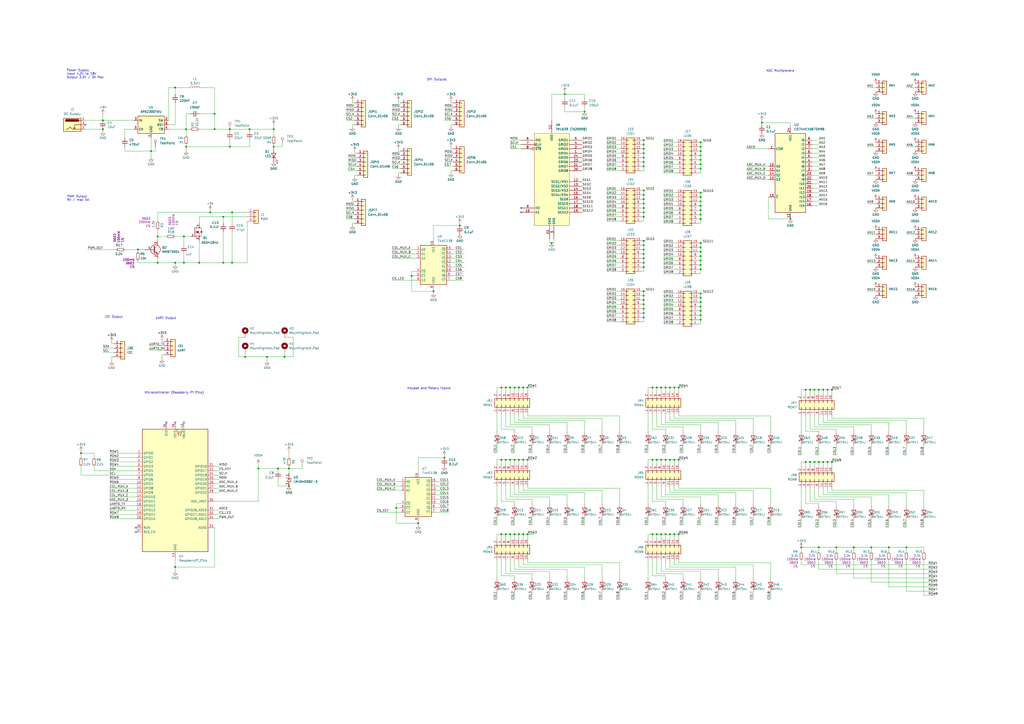
<source format=kicad_sch>
(kicad_sch (version 20231120) (generator "eeschema") (generator_version "8.0")
  (paper "A2")
  (title_block (title "PiMax - Raspberry Pi Pico Breakout Board") (date "2025-03-08") (rev "1") (company "Carlos Mazzei") (comment 1 "Controller board for common inputs and outputs"))
  (junction (at 406.4 119.38))
  (junction (at 300.99 266.7))
  (junction (at 144.78 74.93))
  (junction (at 290.83 224.79))
  (junction (at 406.4 146.05))
  (junction (at 474.98 267.97))
  (junction (at 388.62 224.79))
  (junction (at 472.44 226.06))
  (junction (at 373.38 176.53))
  (junction (at 373.38 115.57))
  (junction (at 161.29 271.78))
  (junction (at 388.62 266.7))
  (junction (at 406.4 182.88))
  (junction (at 406.4 111.76))
  (junction (at 46.99 262.89))
  (junction (at 393.7 266.7))
  (junction (at 373.38 86.36))
  (junction (at 300.99 224.79))
  (junction (at 472.44 267.97))
  (junction (at 266.7 130.81))
  (junction (at 378.46 224.79))
  (junction (at 406.4 156.21))
  (junction (at 386.08 224.79))
  (junction (at 505.46 317.5))
  (junction (at 495.3 317.5))
  (junction (at 158.75 85.09))
  (junction (at 406.4 124.46))
  (junction (at 290.83 309.88))
  (junction (at 391.16 266.7))
  (junction (at 59.69 74.93))
  (junction (at 339.09 64.77))
  (junction (at 295.91 266.7))
  (junction (at 406.4 177.8))
  (junction (at 406.4 148.59))
  (junction (at 373.38 110.49))
  (junction (at 373.38 173.99))
  (junction (at 107.95 74.93))
  (junction (at 91.44 137.16))
  (junction (at 406.4 97.79))
  (junction (at 295.91 224.79))
  (junction (at 525.78 317.5))
  (junction (at 290.83 266.7))
  (junction (at 124.46 74.93))
  (junction (at 406.4 127))
  (junction (at 129.54 125.73))
  (junction (at 373.38 88.9))
  (junction (at 485.14 317.5))
  (junction (at 91.44 152.4))
  (junction (at 477.52 226.06))
  (junction (at 515.62 317.5))
  (junction (at 373.38 83.82))
  (junction (at 406.4 95.25))
  (junction (at 320.04 140.97))
  (junction (at 373.38 139.7))
  (junction (at 391.16 224.79))
  (junction (at 406.4 90.17))
  (junction (at 381 309.88))
  (junction (at 298.45 309.88))
  (junction (at 383.54 309.88))
  (junction (at 373.38 179.07))
  (junction (at 480.06 226.06))
  (junction (at 142.24 207.01))
  (junction (at 300.99 309.88))
  (junction (at 303.53 266.7))
  (junction (at 158.75 74.93))
  (junction (at 298.45 266.7))
  (junction (at 149.86 271.78))
  (junction (at 373.38 184.15))
  (junction (at 386.08 266.7))
  (junction (at 378.46 266.7))
  (junction (at 406.4 180.34))
  (junction (at 474.98 317.5))
  (junction (at 124.46 66.04))
  (junction (at 295.91 309.88))
  (junction (at 373.38 181.61))
  (junction (at 257.81 265.43))
  (junction (at 406.4 114.3))
  (junction (at 393.7 309.88))
  (junction (at 373.38 81.28))
  (junction (at 133.35 74.93))
  (junction (at 477.52 267.97))
  (junction (at 373.38 142.24))
  (junction (at 373.38 96.52))
  (junction (at 134.62 123.19))
  (junction (at 406.4 87.63))
  (junction (at 242.57 303.53))
  (junction (at 467.36 267.97))
  (junction (at 101.6 152.4))
  (junction (at 134.62 152.4))
  (junction (at 373.38 118.11))
  (junction (at 87.63 87.63))
  (junction (at 373.38 144.78))
  (junction (at 386.08 309.88))
  (junction (at 373.38 154.94))
  (junction (at 373.38 123.19))
  (junction (at 391.16 309.88))
  (junction (at 298.45 224.79))
  (junction (at 101.6 328.93))
  (junction (at 154.94 207.01))
  (junction (at 229.87 294.64))
  (junction (at 306.07 309.88))
  (junction (at 107.95 85.09))
  (junction (at 393.7 224.79))
  (junction (at 406.4 175.26))
  (junction (at 406.4 140.97))
  (junction (at 327.66 54.61))
  (junction (at 373.38 171.45))
  (junction (at 303.53 224.79))
  (junction (at 441.96 71.12))
  (junction (at 373.38 93.98))
  (junction (at 406.4 153.67))
  (junction (at 458.47 127))
  (junction (at 381 224.79))
  (junction (at 388.62 309.88))
  (junction (at 373.38 91.44))
  (junction (at 106.68 137.16))
  (junction (at 381 266.7))
  (junction (at 80.01 144.78))
  (junction (at 406.4 143.51))
  (junction (at 469.9 226.06))
  (junction (at 406.4 82.55))
  (junction (at 303.53 309.88))
  (junction (at 406.4 151.13))
  (junction (at 373.38 147.32))
  (junction (at 482.6 267.97))
  (junction (at 165.1 207.01))
  (junction (at 373.38 125.73))
  (junction (at 167.64 271.78))
  (junction (at 378.46 309.88))
  (junction (at 133.35 85.09))
  (junction (at 129.54 152.4))
  (junction (at 306.07 224.79))
  (junction (at 406.4 121.92))
  (junction (at 115.57 152.4))
  (junction (at 406.4 170.18))
  (junction (at 293.37 224.79))
  (junction (at 59.69 69.85))
  (junction (at 383.54 224.79))
  (junction (at 406.4 85.09))
  (junction (at 383.54 266.7))
  (junction (at 464.82 317.5))
  (junction (at 406.4 92.71))
  (junction (at 238.76 160.02))
  (junction (at 101.6 50.8))
  (junction (at 306.07 266.7))
  (junction (at 474.98 226.06))
  (junction (at 293.37 309.88))
  (junction (at 121.92 123.19))
  (junction (at 373.38 113.03))
  (junction (at 467.36 226.06))
  (junction (at 482.6 226.06))
  (junction (at 406.4 185.42))
  (junction (at 373.38 149.86))
  (junction (at 406.4 116.84))
  (junction (at 251.46 168.91))
  (junction (at 106.68 152.4))
  (junction (at 167.64 281.94))
  (junction (at 480.06 267.97))
  (junction (at 469.9 267.97))
  (junction (at 373.38 168.91))
  (junction (at 373.38 120.65))
  (junction (at 406.4 172.72))
  (junction (at 373.38 152.4))
  (junction (at 293.37 266.7))
  (no_connect (at 302.26 123.19))
  (no_connect (at 101.6 245.11))
  (no_connect (at 302.26 120.65))
  (no_connect (at 96.52 245.11))
  (no_connect (at 49.53 72.39))
  (no_connect (at 78.74 306.07))
  (no_connect (at 78.74 308.61))
  (no_connect (at 106.68 245.11))
  (wire (pts (xy 204.47 116.84) (xy 205.74 116.84)))
  (wire (pts (xy 406.4 151.13) (xy 406.4 153.67)))
  (wire (pts (xy 386.08 287.02) (xy 416.56 287.02)))
  (wire (pts (xy 474.98 317.5) (xy 474.98 320.04)))
  (wire (pts (xy 201.93 96.52) (xy 207.01 96.52)))
  (wire (pts (xy 106.68 147.32) (xy 106.68 152.4)))
  (wire (pts (xy 349.25 242.57) (xy 349.25 250.19)))
  (wire (pts (xy 472.44 289.56) (xy 495.3 289.56)))
  (wire (pts (xy 129.54 134.62) (xy 129.54 152.4)))
  (wire (pts (xy 482.6 267.97) (xy 482.6 270.51)))
  (wire (pts (xy 63.5 283.21) (xy 78.74 283.21)))
  (wire (pts (xy 63.5 290.83) (xy 78.74 290.83)))
  (wire (pts (xy 138.43 195.58) (xy 138.43 207.01)))
  (wire (pts (xy 257.81 64.77) (xy 262.89 64.77)))
  (wire (pts (xy 124.46 298.45) (xy 127 298.45)))
  (wire (pts (xy 293.37 325.12) (xy 293.37 332.74)))
  (wire (pts (xy 124.46 300.99) (xy 127 300.99)))
  (wire (pts (xy 298.45 257.81) (xy 298.45 262.89)))
  (wire (pts (xy 372.11 144.78) (xy 373.38 144.78)))
  (wire (pts (xy 406.4 257.81) (xy 406.4 262.89)))
  (wire (pts (xy 46.99 262.89) (xy 46.99 265.43)))
  (wire (pts (xy 229.87 292.1) (xy 229.87 294.64)))
  (wire (pts (xy 308.61 257.81) (xy 308.61 262.89)))
  (wire (pts (xy 298.45 309.88) (xy 298.45 312.42)))
  (wire (pts (xy 505.46 337.82) (xy 542.29 337.82)))
  (wire (pts (xy 306.07 266.7) (xy 306.07 269.24)))
  (wire (pts (xy 405.13 82.55) (xy 406.4 82.55)))
  (wire (pts (xy 406.4 170.18) (xy 406.4 172.72)))
  (wire (pts (xy 295.91 266.7) (xy 295.91 269.24)))
  (wire (pts (xy 231.14 101.6) (xy 231.14 100.33)))
  (wire (pts (xy 393.7 325.12) (xy 393.7 326.39)))
  (wire (pts (xy 383.54 309.88) (xy 383.54 312.42)))
  (wire (pts (xy 303.53 224.79) (xy 306.07 224.79)))
  (wire (pts (xy 91.44 137.16) (xy 96.52 137.16)))
  (wire (pts (xy 525.78 342.9) (xy 542.29 342.9)))
  (wire (pts (xy 373.38 93.98) (xy 373.38 96.52)))
  (wire (pts (xy 318.77 331.47) (xy 318.77 335.28)))
  (wire (pts (xy 505.46 288.29) (xy 505.46 293.37)))
  (wire (pts (xy 386.08 334.01) (xy 378.46 334.01)))
  (wire (pts (xy 525.78 168.91) (xy 530.86 168.91)))
  (wire (pts (xy 227.33 149.86) (xy 241.3 149.86)))
  (wire (pts (xy 124.46 306.07) (xy 124.46 328.93)))
  (wire (pts (xy 121.92 123.19) (xy 134.62 123.19)))
  (wire (pts (xy 295.91 288.29) (xy 318.77 288.29)))
  (wire (pts (xy 129.54 125.73) (xy 129.54 129.54)))
  (wire (pts (xy 477.52 226.06) (xy 477.52 228.6)))
  (wire (pts (xy 91.44 128.27) (xy 91.44 123.19)))
  (wire (pts (xy 388.62 224.79) (xy 388.62 227.33)))
  (wire (pts (xy 351.79 93.98) (xy 359.41 93.98)))
  (wire (pts (xy 474.98 241.3) (xy 474.98 246.38)))
  (wire (pts (xy 373.38 184.15) (xy 373.38 186.69)))
  (wire (pts (xy 485.14 332.74) (xy 542.29 332.74)))
  (wire (pts (xy 384.81 175.26) (xy 392.43 175.26)))
  (wire (pts (xy 391.16 266.7) (xy 393.7 266.7)))
  (wire (pts (xy 124.46 280.67) (xy 127 280.67)))
  (wire (pts (xy 405.13 114.3) (xy 406.4 114.3)))
  (wire (pts (xy 300.99 243.84) (xy 339.09 243.84)))
  (wire (pts (xy 388.62 266.7) (xy 388.62 269.24)))
  (wire (pts (xy 372.11 83.82) (xy 373.38 83.82)))
  (wire (pts (xy 378.46 266.7) (xy 381 266.7)))
  (wire (pts (xy 535.94 325.12) (xy 535.94 345.44)))
  (wire (pts (xy 257.81 67.31) (xy 262.89 67.31)))
  (wire (pts (xy 293.37 224.79) (xy 293.37 227.33)))
  (wire (pts (xy 373.38 125.73) (xy 373.38 128.27)))
  (wire (pts (xy 405.13 146.05) (xy 406.4 146.05)))
  (wire (pts (xy 391.16 242.57) (xy 436.88 242.57)))
  (wire (pts (xy 373.38 176.53) (xy 373.38 179.07)))
  (wire (pts (xy 472.44 267.97) (xy 474.98 267.97)))
  (wire (pts (xy 391.16 284.48) (xy 436.88 284.48)))
  (wire (pts (xy 383.54 246.38) (xy 406.4 246.38)))
  (wire (pts (xy 426.72 285.75) (xy 426.72 292.1)))
  (wire (pts (xy 161.29 273.05) (xy 161.29 271.78)))
  (wire (pts (xy 471.17 99.06) (xy 474.98 99.06)))
  (wire (pts (xy 383.54 240.03) (xy 383.54 246.38)))
  (wire (pts (xy 472.44 226.06) (xy 472.44 228.6)))
  (wire (pts (xy 384.81 129.54) (xy 392.43 129.54)))
  (wire (pts (xy 405.13 90.17) (xy 406.4 90.17)))
  (wire (pts (xy 433.07 86.36) (xy 445.77 86.36)))
  (wire (pts (xy 101.6 328.93) (xy 101.6 331.47)))
  (wire (pts (xy 97.79 72.39) (xy 101.6 72.39)))
  (wire (pts (xy 86.36 203.2) (xy 95.25 203.2)))
  (wire (pts (xy 384.81 116.84) (xy 392.43 116.84)))
  (wire (pts (xy 388.62 266.7) (xy 391.16 266.7)))
  (wire (pts (xy 306.07 224.79) (xy 306.07 227.33)))
  (wire (pts (xy 300.99 325.12) (xy 300.99 328.93)))
  (wire (pts (xy 406.4 299.72) (xy 406.4 304.8)))
  (wire (pts (xy 436.88 342.9) (xy 436.88 347.98)))
  (wire (pts (xy 261.62 152.4) (xy 269.24 152.4)))
  (wire (pts (xy 458.47 127) (xy 445.77 127)))
  (wire (pts (xy 59.69 66.04) (xy 59.69 69.85)))
  (wire (pts (xy 161.29 281.94) (xy 167.64 281.94)))
  (wire (pts (xy 378.46 266.7) (xy 378.46 269.24)))
  (wire (pts (xy 200.66 64.77) (xy 205.74 64.77)))
  (wire (pts (xy 63.5 278.13) (xy 78.74 278.13)))
  (wire (pts (xy 93.98 205.74) (xy 93.98 208.28)))
  (wire (pts (xy 231.14 87.63) (xy 232.41 87.63)))
  (wire (pts (xy 295.91 224.79) (xy 298.45 224.79)))
  (wire (pts (xy 405.13 170.18) (xy 406.4 170.18)))
  (wire (pts (xy 386.08 281.94) (xy 386.08 287.02)))
  (wire (pts (xy 471.17 111.76) (xy 474.98 111.76)))
  (wire (pts (xy 474.98 325.12) (xy 474.98 330.2)))
  (wire (pts (xy 406.4 140.97) (xy 406.4 143.51)))
  (wire (pts (xy 63.5 262.89) (xy 78.74 262.89)))
  (wire (pts (xy 375.92 309.88) (xy 378.46 309.88)))
  (wire (pts (xy 158.75 86.36) (xy 158.75 85.09)))
  (wire (pts (xy 386.08 266.7) (xy 388.62 266.7)))
  (wire (pts (xy 464.82 283.21) (xy 464.82 293.37)))
  (wire (pts (xy 303.53 240.03) (xy 303.53 242.57)))
  (wire (pts (xy 158.75 85.09) (xy 158.75 83.82)))
  (wire (pts (xy 372.11 149.86) (xy 373.38 149.86)))
  (wire (pts (xy 300.99 240.03) (xy 300.99 243.84)))
  (wire (pts (xy 351.79 115.57) (xy 359.41 115.57)))
  (wire (pts (xy 388.62 243.84) (xy 426.72 243.84)))
  (wire (pts (xy 405.13 182.88) (xy 406.4 182.88)))
  (wire (pts (xy 72.39 85.09) (xy 72.39 87.63)))
  (wire (pts (xy 295.91 224.79) (xy 295.91 227.33)))
  (wire (pts (xy 436.88 284.48) (xy 436.88 292.1)))
  (wire (pts (xy 373.38 171.45) (xy 373.38 173.99)))
  (wire (pts (xy 261.62 86.36) (xy 262.89 86.36)))
  (wire (pts (xy 54.61 262.89) (xy 46.99 262.89)))
  (wire (pts (xy 295.91 240.03) (xy 295.91 246.38)))
  (wire (pts (xy 218.44 279.4) (xy 232.41 279.4)))
  (wire (pts (xy 535.94 284.48) (xy 535.94 293.37)))
  (wire (pts (xy 384.81 95.25) (xy 392.43 95.25)))
  (wire (pts (xy 229.87 303.53) (xy 242.57 303.53)))
  (wire (pts (xy 295.91 309.88) (xy 295.91 312.42)))
  (wire (pts (xy 482.6 226.06) (xy 482.6 228.6)))
  (wire (pts (xy 485.14 325.12) (xy 485.14 332.74)))
  (wire (pts (xy 467.36 267.97) (xy 467.36 270.51)))
  (wire (pts (xy 495.3 257.81) (xy 495.3 264.16)))
  (wire (pts (xy 327.66 64.77) (xy 339.09 64.77)))
  (wire (pts (xy 383.54 281.94) (xy 383.54 288.29)))
  (wire (pts (xy 298.45 245.11) (xy 328.93 245.11)))
  (wire (pts (xy 405.13 180.34) (xy 406.4 180.34)))
  (wire (pts (xy 375.92 325.12) (xy 375.92 335.28)))
  (wire (pts (xy 436.88 242.57) (xy 436.88 250.19)))
  (wire (pts (xy 405.13 140.97) (xy 406.4 140.97)))
  (wire (pts (xy 480.06 226.06) (xy 482.6 226.06)))
  (wire (pts (xy 298.45 292.1) (xy 298.45 290.83)))
  (wire (pts (xy 458.47 73.66) (xy 458.47 71.12)))
  (wire (pts (xy 471.17 101.6) (xy 474.98 101.6)))
  (wire (pts (xy 257.81 88.9) (xy 262.89 88.9)))
  (wire (pts (xy 200.66 127) (xy 205.74 127)))
  (wire (pts (xy 133.35 74.93) (xy 144.78 74.93)))
  (wire (pts (xy 232.41 292.1) (xy 229.87 292.1)))
  (wire (pts (xy 252.73 292.1) (xy 260.35 292.1)))
  (wire (pts (xy 134.62 129.54) (xy 134.62 123.19)))
  (wire (pts (xy 373.38 139.7) (xy 373.38 142.24)))
  (wire (pts (xy 200.66 124.46) (xy 205.74 124.46)))
  (wire (pts (xy 303.53 325.12) (xy 303.53 327.66)))
  (wire (pts (xy 384.81 111.76) (xy 392.43 111.76)))
  (wire (pts (xy 405.13 172.72) (xy 406.4 172.72)))
  (wire (pts (xy 359.41 283.21) (xy 359.41 292.1)))
  (wire (pts (xy 405.13 85.09) (xy 406.4 85.09)))
  (wire (pts (xy 393.7 309.88) (xy 397.51 309.88)))
  (wire (pts (xy 515.62 325.12) (xy 515.62 340.36)))
  (wire (pts (xy 290.83 248.92) (xy 290.83 240.03)))
  (wire (pts (xy 406.4 127) (xy 406.4 129.54)))
  (wire (pts (xy 167.64 271.78) (xy 175.26 271.78)))
  (wire (pts (xy 405.13 185.42) (xy 406.4 185.42)))
  (wire (pts (xy 381 224.79) (xy 383.54 224.79)))
  (wire (pts (xy 405.13 156.21) (xy 406.4 156.21)))
  (wire (pts (xy 384.81 121.92) (xy 392.43 121.92)))
  (wire (pts (xy 464.82 270.51) (xy 464.82 267.97)))
  (wire (pts (xy 59.69 69.85) (xy 77.47 69.85)))
  (wire (pts (xy 351.79 184.15) (xy 359.41 184.15)))
  (wire (pts (xy 144.78 85.09) (xy 144.78 81.28)))
  (wire (pts (xy 251.46 167.64) (xy 251.46 168.91)))
  (wire (pts (xy 349.25 327.66) (xy 349.25 335.28)))
  (wire (pts (xy 66.04 199.39) (xy 64.77 199.39)))
  (wire (pts (xy 351.79 142.24) (xy 359.41 142.24)))
  (wire (pts (xy 200.66 67.31) (xy 205.74 67.31)))
  (wire (pts (xy 388.62 309.88) (xy 391.16 309.88)))
  (wire (pts (xy 80.01 144.78) (xy 80.01 146.05)))
  (wire (pts (xy 416.56 257.81) (xy 416.56 262.89)))
  (wire (pts (xy 388.62 285.75) (xy 426.72 285.75)))
  (wire (pts (xy 227.33 69.85) (xy 232.41 69.85)))
  (wire (pts (xy 63.5 293.37) (xy 78.74 293.37)))
  (wire (pts (xy 405.13 111.76) (xy 406.4 111.76)))
  (wire (pts (xy 54.61 273.05) (xy 78.74 273.05)))
  (wire (pts (xy 378.46 309.88) (xy 378.46 312.42)))
  (wire (pts (xy 295.91 266.7) (xy 298.45 266.7)))
  (wire (pts (xy 406.4 180.34) (xy 406.4 182.88)))
  (wire (pts (xy 303.53 309.88) (xy 303.53 312.42)))
  (wire (pts (xy 261.62 85.09) (xy 261.62 86.36)))
  (wire (pts (xy 288.29 227.33) (xy 288.29 224.79)))
  (wire (pts (xy 406.4 97.79) (xy 406.4 100.33)))
  (wire (pts (xy 378.46 224.79) (xy 381 224.79)))
  (wire (pts (xy 471.17 81.28) (xy 474.98 81.28)))
  (wire (pts (xy 218.44 284.48) (xy 232.41 284.48)))
  (wire (pts (xy 163.83 83.82) (xy 163.83 85.09)))
  (wire (pts (xy 375.92 266.7) (xy 378.46 266.7)))
  (wire (pts (xy 124.46 275.59) (xy 127 275.59)))
  (wire (pts (xy 251.46 139.7) (xy 251.46 130.81)))
  (wire (pts (xy 405.13 151.13) (xy 406.4 151.13)))
  (wire (pts (xy 300.99 285.75) (xy 339.09 285.75)))
  (wire (pts (xy 290.83 290.83) (xy 290.83 281.94)))
  (wire (pts (xy 252.73 281.94) (xy 260.35 281.94)))
  (wire (pts (xy 485.14 317.5) (xy 485.14 320.04)))
  (wire (pts (xy 480.06 241.3) (xy 480.06 243.84)))
  (wire (pts (xy 351.79 171.45) (xy 359.41 171.45)))
  (wire (pts (xy 472.44 267.97) (xy 472.44 270.51)))
  (wire (pts (xy 525.78 300.99) (xy 525.78 306.07)))
  (wire (pts (xy 406.4 158.75) (xy 405.13 158.75)))
  (wire (pts (xy 97.79 50.8) (xy 101.6 50.8)))
  (wire (pts (xy 386.08 266.7) (xy 386.08 269.24)))
  (wire (pts (xy 129.54 152.4) (xy 134.62 152.4)))
  (wire (pts (xy 205.74 87.63) (xy 205.74 88.9)))
  (wire (pts (xy 306.07 283.21) (xy 359.41 283.21)))
  (wire (pts (xy 293.37 224.79) (xy 295.91 224.79)))
  (wire (pts (xy 321.31 138.43) (xy 321.31 140.97)))
  (wire (pts (xy 372.11 152.4) (xy 373.38 152.4)))
  (wire (pts (xy 372.11 120.65) (xy 373.38 120.65)))
  (wire (pts (xy 205.74 88.9) (xy 207.01 88.9)))
  (wire (pts (xy 306.07 326.39) (xy 359.41 326.39)))
  (wire (pts (xy 300.99 224.79) (xy 303.53 224.79)))
  (wire (pts (xy 318.77 342.9) (xy 318.77 347.98)))
  (wire (pts (xy 505.46 300.99) (xy 505.46 306.07)))
  (wire (pts (xy 257.81 93.98) (xy 262.89 93.98)))
  (wire (pts (xy 393.7 241.3) (xy 447.04 241.3)))
  (wire (pts (xy 238.76 160.02) (xy 238.76 168.91)))
  (wire (pts (xy 227.33 67.31) (xy 232.41 67.31)))
  (wire (pts (xy 300.99 266.7) (xy 300.99 269.24)))
  (wire (pts (xy 170.18 207.01) (xy 165.1 207.01)))
  (wire (pts (xy 351.79 154.94) (xy 359.41 154.94)))
  (wire (pts (xy 252.73 287.02) (xy 260.35 287.02)))
  (wire (pts (xy 474.98 283.21) (xy 474.98 288.29)))
  (wire (pts (xy 121.92 121.92) (xy 121.92 123.19)))
  (wire (pts (xy 433.07 99.06) (xy 445.77 99.06)))
  (wire (pts (xy 290.83 334.01) (xy 290.83 325.12)))
  (wire (pts (xy 46.99 275.59) (xy 46.99 270.51)))
  (wire (pts (xy 515.62 317.5) (xy 515.62 320.04)))
  (wire (pts (xy 495.3 325.12) (xy 495.3 335.28)))
  (wire (pts (xy 464.82 300.99) (xy 464.82 306.07)))
  (wire (pts (xy 502.92 118.11) (xy 508 118.11)))
  (wire (pts (xy 351.79 96.52) (xy 359.41 96.52)))
  (wire (pts (xy 290.83 266.7) (xy 293.37 266.7)))
  (wire (pts (xy 383.54 331.47) (xy 406.4 331.47)))
  (wire (pts (xy 95.25 205.74) (xy 93.98 205.74)))
  (wire (pts (xy 467.36 226.06) (xy 469.9 226.06)))
  (wire (pts (xy 149.86 290.83) (xy 149.86 271.78)))
  (wire (pts (xy 406.4 143.51) (xy 406.4 146.05)))
  (wire (pts (xy 373.38 173.99) (xy 373.38 176.53)))
  (wire (pts (xy 384.81 153.67) (xy 392.43 153.67)))
  (wire (pts (xy 378.46 248.92) (xy 378.46 240.03)))
  (wire (pts (xy 441.96 69.85) (xy 441.96 71.12)))
  (wire (pts (xy 375.92 312.42) (xy 375.92 309.88)))
  (wire (pts (xy 49.53 69.85) (xy 59.69 69.85)))
  (wire (pts (xy 63.5 298.45) (xy 78.74 298.45)))
  (wire (pts (xy 124.46 328.93) (xy 101.6 328.93)))
  (wire (pts (xy 384.81 187.96) (xy 392.43 187.96)))
  (wire (pts (xy 393.7 283.21) (xy 447.04 283.21)))
  (wire (pts (xy 158.75 74.93) (xy 158.75 78.74)))
  (wire (pts (xy 252.73 279.4) (xy 260.35 279.4)))
  (wire (pts (xy 406.4 187.96) (xy 405.13 187.96)))
  (wire (pts (xy 238.76 168.91) (xy 251.46 168.91)))
  (wire (pts (xy 372.11 171.45) (xy 373.38 171.45)))
  (wire (pts (xy 242.57 303.53) (xy 242.57 304.8)))
  (wire (pts (xy 406.4 170.18) (xy 407.67 170.18)))
  (wire (pts (xy 167.64 271.78) (xy 167.64 274.32)))
  (wire (pts (xy 525.78 118.11) (xy 530.86 118.11)))
  (wire (pts (xy 124.46 273.05) (xy 127 273.05)))
  (wire (pts (xy 328.93 342.9) (xy 328.93 347.98)))
  (wire (pts (xy 64.77 207.01) (xy 64.77 209.55)))
  (wire (pts (xy 95.25 198.12) (xy 93.98 198.12)))
  (wire (pts (xy 257.81 62.23) (xy 262.89 62.23)))
  (wire (pts (xy 485.14 248.92) (xy 485.14 250.19)))
  (wire (pts (xy 201.93 91.44) (xy 207.01 91.44)))
  (wire (pts (xy 308.61 289.56) (xy 308.61 292.1)))
  (wire (pts (xy 165.1 195.58) (xy 170.18 195.58)))
  (wire (pts (xy 318.77 288.29) (xy 318.77 292.1)))
  (wire (pts (xy 405.13 148.59) (xy 406.4 148.59)))
  (wire (pts (xy 87.63 87.63) (xy 87.63 80.01)))
  (wire (pts (xy 405.13 97.79) (xy 406.4 97.79)))
  (wire (pts (xy 502.92 68.58) (xy 508 68.58)))
  (wire (pts (xy 405.13 119.38) (xy 406.4 119.38)))
  (wire (pts (xy 378.46 224.79) (xy 378.46 227.33)))
  (wire (pts (xy 143.51 128.27) (xy 143.51 152.4)))
  (wire (pts (xy 477.52 267.97) (xy 480.06 267.97)))
  (wire (pts (xy 107.95 83.82) (xy 107.95 85.09)))
  (wire (pts (xy 359.41 299.72) (xy 359.41 304.8)))
  (wire (pts (xy 373.38 128.27) (xy 372.11 128.27)))
  (wire (pts (xy 63.5 267.97) (xy 78.74 267.97)))
  (wire (pts (xy 406.4 82.55) (xy 406.4 85.09)))
  (wire (pts (xy 467.36 226.06) (xy 467.36 228.6)))
  (wire (pts (xy 107.95 74.93) (xy 110.49 74.93)))
  (wire (pts (xy 300.99 309.88) (xy 300.99 312.42)))
  (wire (pts (xy 472.44 226.06) (xy 474.98 226.06)))
  (wire (pts (xy 406.4 129.54) (xy 405.13 129.54)))
  (wire (pts (xy 525.78 85.09) (xy 530.86 85.09)))
  (wire (pts (xy 266.7 129.54) (xy 266.7 130.81)))
  (wire (pts (xy 525.78 101.6) (xy 530.86 101.6)))
  (wire (pts (xy 396.24 289.56) (xy 396.24 292.1)))
  (wire (pts (xy 391.16 309.88) (xy 391.16 312.42)))
  (wire (pts (xy 485.14 290.83) (xy 485.14 293.37)))
  (wire (pts (xy 485.14 317.5) (xy 495.3 317.5)))
  (wire (pts (xy 318.77 257.81) (xy 318.77 262.89)))
  (wire (pts (xy 386.08 342.9) (xy 386.08 347.98)))
  (wire (pts (xy 372.11 154.94) (xy 373.38 154.94)))
  (wire (pts (xy 306.07 240.03) (xy 306.07 241.3)))
  (wire (pts (xy 406.4 153.67) (xy 406.4 156.21)))
  (wire (pts (xy 241.3 160.02) (xy 238.76 160.02)))
  (wire (pts (xy 373.38 83.82) (xy 373.38 86.36)))
  (wire (pts (xy 66.04 207.01) (xy 64.77 207.01)))
  (wire (pts (xy 495.3 300.99) (xy 495.3 306.07)))
  (wire (pts (xy 63.5 288.29) (xy 78.74 288.29)))
  (wire (pts (xy 383.54 224.79) (xy 383.54 227.33)))
  (wire (pts (xy 97.79 69.85) (xy 97.79 50.8)))
  (wire (pts (xy 54.61 262.89) (xy 54.61 265.43)))
  (wire (pts (xy 386.08 248.92) (xy 378.46 248.92)))
  (wire (pts (xy 59.69 204.47) (xy 66.04 204.47)))
  (wire (pts (xy 464.82 241.3) (xy 464.82 250.19)))
  (wire (pts (xy 426.72 328.93) (xy 426.72 335.28)))
  (wire (pts (xy 101.6 328.93) (xy 101.6 323.85)))
  (wire (pts (xy 339.09 328.93) (xy 339.09 335.28)))
  (wire (pts (xy 300.99 328.93) (xy 339.09 328.93)))
  (wire (pts (xy 87.63 91.44) (xy 87.63 87.63)))
  (wire (pts (xy 142.24 204.47) (xy 142.24 207.01)))
  (wire (pts (xy 391.16 266.7) (xy 391.16 269.24)))
  (wire (pts (xy 384.81 127) (xy 392.43 127)))
  (wire (pts (xy 381 224.79) (xy 381 227.33)))
  (wire (pts (xy 467.36 250.19) (xy 467.36 241.3)))
  (wire (pts (xy 200.66 69.85) (xy 205.74 69.85)))
  (wire (pts (xy 372.11 115.57) (xy 373.38 115.57)))
  (wire (pts (xy 298.45 224.79) (xy 300.99 224.79)))
  (wire (pts (xy 372.11 176.53) (xy 373.38 176.53)))
  (wire (pts (xy 372.11 86.36) (xy 373.38 86.36)))
  (wire (pts (xy 373.38 123.19) (xy 373.38 125.73)))
  (wire (pts (xy 416.56 287.02) (xy 416.56 292.1)))
  (wire (pts (xy 261.62 59.69) (xy 262.89 59.69)))
  (wire (pts (xy 383.54 325.12) (xy 383.54 331.47)))
  (wire (pts (xy 495.3 289.56) (xy 495.3 293.37)))
  (wire (pts (xy 525.78 285.75) (xy 525.78 293.37)))
  (wire (pts (xy 375.92 269.24) (xy 375.92 266.7)))
  (wire (pts (xy 469.9 267.97) (xy 469.9 270.51)))
  (wire (pts (xy 303.53 309.88) (xy 306.07 309.88)))
  (wire (pts (xy 306.07 266.7) (xy 309.88 266.7)))
  (wire (pts (xy 469.9 241.3) (xy 469.9 248.92)))
  (wire (pts (xy 321.31 140.97) (xy 320.04 140.97)))
  (wire (pts (xy 386.08 224.79) (xy 386.08 227.33)))
  (wire (pts (xy 288.29 240.03) (xy 288.29 250.19)))
  (wire (pts (xy 115.57 66.04) (xy 124.46 66.04)))
  (wire (pts (xy 406.4 119.38) (xy 406.4 121.92)))
  (wire (pts (xy 383.54 266.7) (xy 383.54 269.24)))
  (wire (pts (xy 110.49 66.04) (xy 107.95 66.04)))
  (wire (pts (xy 351.79 113.03) (xy 359.41 113.03)))
  (wire (pts (xy 373.38 144.78) (xy 373.38 147.32)))
  (wire (pts (xy 351.79 83.82) (xy 359.41 83.82)))
  (wire (pts (xy 384.81 100.33) (xy 392.43 100.33)))
  (wire (pts (xy 482.6 284.48) (xy 535.94 284.48)))
  (wire (pts (xy 464.82 257.81) (xy 464.82 264.16)))
  (wire (pts (xy 373.38 96.52) (xy 373.38 99.06)))
  (wire (pts (xy 384.81 182.88) (xy 392.43 182.88)))
  (wire (pts (xy 384.81 151.13) (xy 392.43 151.13)))
  (wire (pts (xy 406.4 246.38) (xy 406.4 250.19)))
  (wire (pts (xy 80.01 152.4) (xy 91.44 152.4)))
  (wire (pts (xy 436.88 299.72) (xy 436.88 304.8)))
  (wire (pts (xy 242.57 265.43) (xy 257.81 265.43)))
  (wire (pts (xy 227.33 95.25) (xy 232.41 95.25)))
  (wire (pts (xy 261.62 144.78) (xy 269.24 144.78)))
  (wire (pts (xy 229.87 294.64) (xy 229.87 303.53)))
  (wire (pts (xy 303.53 224.79) (xy 303.53 227.33)))
  (wire (pts (xy 441.96 71.12) (xy 458.47 71.12)))
  (wire (pts (xy 406.4 82.55) (xy 407.67 82.55)))
  (wire (pts (xy 525.78 320.04) (xy 525.78 317.5)))
  (wire (pts (xy 373.38 81.28) (xy 374.65 81.28)))
  (wire (pts (xy 107.95 85.09) (xy 133.35 85.09)))
  (wire (pts (xy 474.98 226.06) (xy 477.52 226.06)))
  (wire (pts (xy 393.7 224.79) (xy 393.7 227.33)))
  (wire (pts (xy 373.38 118.11) (xy 373.38 120.65)))
  (wire (pts (xy 320.04 54.61) (xy 327.66 54.61)))
  (wire (pts (xy 295.91 81.28) (xy 302.26 81.28)))
  (wire (pts (xy 293.37 289.56) (xy 308.61 289.56)))
  (wire (pts (xy 327.66 54.61) (xy 327.66 53.34)))
  (wire (pts (xy 384.81 185.42) (xy 392.43 185.42)))
  (wire (pts (xy 388.62 240.03) (xy 388.62 243.84)))
  (wire (pts (xy 295.91 309.88) (xy 298.45 309.88)))
  (wire (pts (xy 416.56 330.2) (xy 416.56 335.28)))
  (wire (pts (xy 406.4 114.3) (xy 406.4 116.84)))
  (wire (pts (xy 384.81 97.79) (xy 392.43 97.79)))
  (wire (pts (xy 384.81 156.21) (xy 392.43 156.21)))
  (wire (pts (xy 502.92 50.8) (xy 508 50.8)))
  (wire (pts (xy 502.92 101.6) (xy 508 101.6)))
  (wire (pts (xy 101.6 50.8) (xy 109.22 50.8)))
  (wire (pts (xy 63.5 270.51) (xy 78.74 270.51)))
  (wire (pts (xy 386.08 309.88) (xy 388.62 309.88)))
  (wire (pts (xy 63.5 265.43) (xy 78.74 265.43)))
  (wire (pts (xy 204.47 59.69) (xy 205.74 59.69)))
  (wire (pts (xy 300.99 266.7) (xy 303.53 266.7)))
  (wire (pts (xy 165.1 204.47) (xy 165.1 207.01)))
  (wire (pts (xy 318.77 140.97) (xy 320.04 140.97)))
  (wire (pts (xy 525.78 135.89) (xy 530.86 135.89)))
  (wire (pts (xy 535.94 320.04) (xy 535.94 317.5)))
  (wire (pts (xy 447.04 241.3) (xy 447.04 250.19)))
  (wire (pts (xy 480.06 267.97) (xy 482.6 267.97)))
  (wire (pts (xy 339.09 57.15) (xy 339.09 54.61)))
  (wire (pts (xy 525.78 152.4) (xy 530.86 152.4)))
  (wire (pts (xy 144.78 74.93) (xy 158.75 74.93)))
  (wire (pts (xy 396.24 332.74) (xy 396.24 335.28)))
  (wire (pts (xy 124.46 295.91) (xy 127 295.91)))
  (wire (pts (xy 495.3 247.65) (xy 495.3 250.19)))
  (wire (pts (xy 318.77 299.72) (xy 318.77 304.8)))
  (wire (pts (xy 101.6 137.16) (xy 106.68 137.16)))
  (wire (pts (xy 372.11 118.11) (xy 373.38 118.11)))
  (wire (pts (xy 204.47 73.66) (xy 204.47 72.39)))
  (wire (pts (xy 298.45 290.83) (xy 290.83 290.83)))
  (wire (pts (xy 372.11 173.99) (xy 373.38 173.99)))
  (wire (pts (xy 445.77 127) (xy 445.77 114.3)))
  (wire (pts (xy 406.4 288.29) (xy 406.4 292.1)))
  (wire (pts (xy 252.73 284.48) (xy 260.35 284.48)))
  (wire (pts (xy 293.37 240.03) (xy 293.37 247.65)))
  (wire (pts (xy 201.93 99.06) (xy 207.01 99.06)))
  (wire (pts (xy 447.04 326.39) (xy 447.04 335.28)))
  (wire (pts (xy 426.72 243.84) (xy 426.72 250.19)))
  (wire (pts (xy 257.81 264.16) (xy 257.81 265.43)))
  (wire (pts (xy 288.29 281.94) (xy 288.29 292.1)))
  (wire (pts (xy 306.07 224.79) (xy 309.88 224.79)))
  (wire (pts (xy 298.45 330.2) (xy 328.93 330.2)))
  (wire (pts (xy 406.4 87.63) (xy 406.4 90.17)))
  (wire (pts (xy 298.45 309.88) (xy 300.99 309.88)))
  (wire (pts (xy 306.07 309.88) (xy 309.88 309.88)))
  (wire (pts (xy 46.99 261.62) (xy 46.99 262.89)))
  (wire (pts (xy 388.62 281.94) (xy 388.62 285.75)))
  (wire (pts (xy 373.38 139.7) (xy 374.65 139.7)))
  (wire (pts (xy 373.38 152.4) (xy 373.38 154.94)))
  (wire (pts (xy 375.92 257.81) (xy 375.92 262.89)))
  (wire (pts (xy 144.78 74.93) (xy 144.78 76.2)))
  (wire (pts (xy 535.94 242.57) (xy 535.94 250.19)))
  (wire (pts (xy 231.14 73.66) (xy 231.14 72.39)))
  (wire (pts (xy 227.33 64.77) (xy 232.41 64.77)))
  (wire (pts (xy 373.38 99.06) (xy 372.11 99.06)))
  (wire (pts (xy 351.79 123.19) (xy 359.41 123.19)))
  (wire (pts (xy 372.11 125.73) (xy 373.38 125.73)))
  (wire (pts (xy 372.11 179.07) (xy 373.38 179.07)))
  (wire (pts (xy 290.83 224.79) (xy 293.37 224.79)))
  (wire (pts (xy 124.46 290.83) (xy 149.86 290.83)))
  (wire (pts (xy 495.3 317.5) (xy 495.3 320.04)))
  (wire (pts (xy 339.09 285.75) (xy 339.09 292.1)))
  (wire (pts (xy 351.79 88.9) (xy 359.41 88.9)))
  (wire (pts (xy 298.45 334.01) (xy 290.83 334.01)))
  (wire (pts (xy 384.81 92.71) (xy 392.43 92.71)))
  (wire (pts (xy 303.53 284.48) (xy 349.25 284.48)))
  (wire (pts (xy 252.73 289.56) (xy 260.35 289.56)))
  (wire (pts (xy 293.37 247.65) (xy 308.61 247.65)))
  (wire (pts (xy 386.08 325.12) (xy 386.08 330.2)))
  (wire (pts (xy 388.62 325.12) (xy 388.62 328.93)))
  (wire (pts (xy 386.08 240.03) (xy 386.08 245.11)))
  (wire (pts (xy 384.81 177.8) (xy 392.43 177.8)))
  (wire (pts (xy 391.16 325.12) (xy 391.16 327.66)))
  (wire (pts (xy 372.11 93.98) (xy 373.38 93.98)))
  (wire (pts (xy 359.41 326.39) (xy 359.41 335.28)))
  (wire (pts (xy 200.66 62.23) (xy 205.74 62.23)))
  (wire (pts (xy 318.77 138.43) (xy 318.77 140.97)))
  (wire (pts (xy 349.25 342.9) (xy 349.25 347.98)))
  (wire (pts (xy 384.81 143.51) (xy 392.43 143.51)))
  (wire (pts (xy 373.38 154.94) (xy 373.38 157.48)))
  (wire (pts (xy 351.79 168.91) (xy 359.41 168.91)))
  (wire (pts (xy 298.45 281.94) (xy 298.45 287.02)))
  (wire (pts (xy 378.46 290.83) (xy 378.46 281.94)))
  (wire (pts (xy 469.9 267.97) (xy 472.44 267.97)))
  (wire (pts (xy 406.4 146.05) (xy 406.4 148.59)))
  (wire (pts (xy 339.09 299.72) (xy 339.09 304.8)))
  (wire (pts (xy 406.4 331.47) (xy 406.4 335.28)))
  (wire (pts (xy 384.81 148.59) (xy 392.43 148.59)))
  (wire (pts (xy 107.95 85.09) (xy 107.95 87.63)))
  (wire (pts (xy 406.4 185.42) (xy 406.4 187.96)))
  (wire (pts (xy 227.33 97.79) (xy 232.41 97.79)))
  (wire (pts (xy 300.99 309.88) (xy 303.53 309.88)))
  (wire (pts (xy 124.46 66.04) (xy 124.46 74.93)))
  (wire (pts (xy 372.11 88.9) (xy 373.38 88.9)))
  (wire (pts (xy 406.4 92.71) (xy 406.4 95.25)))
  (wire (pts (xy 477.52 241.3) (xy 477.52 245.11)))
  (wire (pts (xy 472.44 247.65) (xy 495.3 247.65)))
  (wire (pts (xy 477.52 267.97) (xy 477.52 270.51)))
  (wire (pts (xy 241.3 157.48) (xy 238.76 157.48)))
  (wire (pts (xy 396.24 342.9) (xy 396.24 347.98)))
  (wire (pts (xy 433.07 104.14) (xy 445.77 104.14)))
  (wire (pts (xy 351.79 128.27) (xy 359.41 128.27)))
  (wire (pts (xy 485.14 257.81) (xy 485.14 264.16)))
  (wire (pts (xy 373.38 115.57) (xy 373.38 118.11)))
  (wire (pts (xy 393.7 326.39) (xy 447.04 326.39)))
  (wire (pts (xy 205.74 102.87) (xy 205.74 101.6)))
  (wire (pts (xy 464.82 267.97) (xy 467.36 267.97)))
  (wire (pts (xy 406.4 124.46) (xy 406.4 127)))
  (wire (pts (xy 298.45 240.03) (xy 298.45 245.11)))
  (wire (pts (xy 295.91 86.36) (xy 302.26 86.36)))
  (wire (pts (xy 474.98 330.2) (xy 542.29 330.2)))
  (wire (pts (xy 124.46 50.8) (xy 124.46 66.04)))
  (wire (pts (xy 406.4 156.21) (xy 406.4 158.75)))
  (wire (pts (xy 405.13 87.63) (xy 406.4 87.63)))
  (wire (pts (xy 474.98 267.97) (xy 474.98 270.51)))
  (wire (pts (xy 393.7 240.03) (xy 393.7 241.3)))
  (wire (pts (xy 261.62 154.94) (xy 269.24 154.94)))
  (wire (pts (xy 471.17 91.44) (xy 474.98 91.44)))
  (wire (pts (xy 480.06 283.21) (xy 480.06 285.75)))
  (wire (pts (xy 372.11 142.24) (xy 373.38 142.24)))
  (wire (pts (xy 406.4 172.72) (xy 406.4 175.26)))
  (wire (pts (xy 261.62 162.56) (xy 269.24 162.56)))
  (wire (pts (xy 482.6 241.3) (xy 482.6 242.57)))
  (wire (pts (xy 351.79 118.11) (xy 359.41 118.11)))
  (wire (pts (xy 351.79 99.06) (xy 359.41 99.06)))
  (wire (pts (xy 515.62 257.81) (xy 515.62 264.16)))
  (wire (pts (xy 406.4 140.97) (xy 407.67 140.97)))
  (wire (pts (xy 469.9 226.06) (xy 472.44 226.06)))
  (wire (pts (xy 384.81 146.05) (xy 392.43 146.05)))
  (wire (pts (xy 261.62 149.86) (xy 269.24 149.86)))
  (wire (pts (xy 406.4 182.88) (xy 406.4 185.42)))
  (wire (pts (xy 138.43 207.01) (xy 142.24 207.01)))
  (wire (pts (xy 167.64 270.51) (xy 167.64 271.78)))
  (wire (pts (xy 288.29 266.7) (xy 290.83 266.7)))
  (wire (pts (xy 515.62 245.11) (xy 515.62 250.19)))
  (wire (pts (xy 471.17 104.14) (xy 474.98 104.14)))
  (wire (pts (xy 251.46 168.91) (xy 251.46 170.18)))
  (wire (pts (xy 373.38 110.49) (xy 373.38 113.03)))
  (wire (pts (xy 375.92 342.9) (xy 375.92 347.98)))
  (wire (pts (xy 388.62 224.79) (xy 391.16 224.79)))
  (wire (pts (xy 288.29 309.88) (xy 290.83 309.88)))
  (wire (pts (xy 293.37 266.7) (xy 295.91 266.7)))
  (wire (pts (xy 175.26 270.51) (xy 175.26 271.78)))
  (wire (pts (xy 378.46 309.88) (xy 381 309.88)))
  (wire (pts (xy 251.46 130.81) (xy 266.7 130.81)))
  (wire (pts (xy 406.4 342.9) (xy 406.4 347.98)))
  (wire (pts (xy 381 309.88) (xy 381 312.42)))
  (wire (pts (xy 405.13 124.46) (xy 406.4 124.46)))
  (wire (pts (xy 480.06 243.84) (xy 525.78 243.84)))
  (wire (pts (xy 373.38 110.49) (xy 374.65 110.49)))
  (wire (pts (xy 288.29 224.79) (xy 290.83 224.79)))
  (wire (pts (xy 261.62 73.66) (xy 261.62 72.39)))
  (wire (pts (xy 359.41 342.9) (xy 359.41 347.98)))
  (wire (pts (xy 393.7 266.7) (xy 397.51 266.7)))
  (wire (pts (xy 116.84 50.8) (xy 124.46 50.8)))
  (wire (pts (xy 386.08 299.72) (xy 386.08 304.8)))
  (wire (pts (xy 293.37 309.88) (xy 295.91 309.88)))
  (wire (pts (xy 115.57 139.7) (xy 115.57 152.4)))
  (wire (pts (xy 200.66 119.38) (xy 205.74 119.38)))
  (wire (pts (xy 416.56 245.11) (xy 416.56 250.19)))
  (wire (pts (xy 80.01 144.78) (xy 83.82 144.78)))
  (wire (pts (xy 59.69 201.93) (xy 66.04 201.93)))
  (wire (pts (xy 393.7 281.94) (xy 393.7 283.21)))
  (wire (pts (xy 495.3 317.5) (xy 505.46 317.5)))
  (wire (pts (xy 93.98 198.12) (xy 93.98 196.85)))
  (wire (pts (xy 298.45 266.7) (xy 298.45 269.24)))
  (wire (pts (xy 474.98 293.37) (xy 474.98 292.1)))
  (wire (pts (xy 381 309.88) (xy 383.54 309.88)))
  (wire (pts (xy 351.79 91.44) (xy 359.41 91.44)))
  (wire (pts (xy 482.6 283.21) (xy 482.6 284.48)))
  (wire (pts (xy 469.9 226.06) (xy 469.9 228.6)))
  (wire (pts (xy 295.91 331.47) (xy 318.77 331.47)))
  (wire (pts (xy 318.77 246.38) (xy 318.77 250.19)))
  (wire (pts (xy 306.07 281.94) (xy 306.07 283.21)))
  (wire (pts (xy 406.4 111.76) (xy 407.67 111.76)))
  (wire (pts (xy 63.5 300.99) (xy 78.74 300.99)))
  (wire (pts (xy 306.07 309.88) (xy 306.07 312.42)))
  (wire (pts (xy 464.82 327.66) (xy 542.29 327.66)))
  (wire (pts (xy 375.92 281.94) (xy 375.92 292.1)))
  (wire (pts (xy 373.38 142.24) (xy 373.38 144.78)))
  (wire (pts (xy 327.66 62.23) (xy 327.66 64.77)))
  (wire (pts (xy 471.17 96.52) (xy 474.98 96.52)))
  (wire (pts (xy 373.38 168.91) (xy 373.38 171.45)))
  (wire (pts (xy 471.17 93.98) (xy 474.98 93.98)))
  (wire (pts (xy 384.81 114.3) (xy 392.43 114.3)))
  (wire (pts (xy 54.61 270.51) (xy 54.61 273.05)))
  (wire (pts (xy 161.29 271.78) (xy 167.64 271.78)))
  (wire (pts (xy 91.44 137.16) (xy 91.44 139.7)))
  (wire (pts (xy 63.5 285.75) (xy 78.74 285.75)))
  (wire (pts (xy 231.14 86.36) (xy 231.14 87.63)))
  (wire (pts (xy 406.4 121.92) (xy 406.4 124.46)))
  (wire (pts (xy 351.79 176.53) (xy 359.41 176.53)))
  (wire (pts (xy 433.07 101.6) (xy 445.77 101.6)))
  (wire (pts (xy 124.46 278.13) (xy 127 278.13)))
  (wire (pts (xy 167.64 261.62) (xy 167.64 265.43)))
  (wire (pts (xy 64.77 199.39) (xy 64.77 198.12)))
  (wire (pts (xy 290.83 224.79) (xy 290.83 227.33)))
  (wire (pts (xy 477.52 245.11) (xy 515.62 245.11)))
  (wire (pts (xy 101.6 152.4) (xy 101.6 153.67)))
  (wire (pts (xy 393.7 224.79) (xy 397.51 224.79)))
  (wire (pts (xy 426.72 342.9) (xy 426.72 347.98)))
  (wire (pts (xy 80.01 152.4) (xy 80.01 151.13)))
  (wire (pts (xy 384.81 140.97) (xy 392.43 140.97)))
  (wire (pts (xy 373.38 147.32) (xy 373.38 149.86)))
  (wire (pts (xy 293.37 332.74) (xy 308.61 332.74)))
  (wire (pts (xy 349.25 284.48) (xy 349.25 292.1)))
  (wire (pts (xy 308.61 247.65) (xy 308.61 250.19)))
  (wire (pts (xy 373.38 181.61) (xy 373.38 184.15)))
  (wire (pts (xy 495.3 335.28) (xy 542.29 335.28)))
  (wire (pts (xy 288.29 325.12) (xy 288.29 335.28)))
  (wire (pts (xy 359.41 257.81) (xy 359.41 262.89)))
  (wire (pts (xy 405.13 127) (xy 406.4 127)))
  (wire (pts (xy 447.04 299.72) (xy 447.04 304.8)))
  (wire (pts (xy 384.81 124.46) (xy 392.43 124.46)))
  (wire (pts (xy 106.68 152.4) (xy 101.6 152.4)))
  (wire (pts (xy 372.11 184.15) (xy 373.38 184.15)))
  (wire (pts (xy 436.88 257.81) (xy 436.88 262.89)))
  (wire (pts (xy 471.17 88.9) (xy 474.98 88.9)))
  (wire (pts (xy 261.62 157.48) (xy 269.24 157.48)))
  (wire (pts (xy 303.53 242.57) (xy 349.25 242.57)))
  (wire (pts (xy 170.18 195.58) (xy 170.18 207.01)))
  (wire (pts (xy 391.16 309.88) (xy 393.7 309.88)))
  (wire (pts (xy 474.98 317.5) (xy 485.14 317.5)))
  (wire (pts (xy 406.4 90.17) (xy 406.4 92.71)))
  (wire (pts (xy 339.09 62.23) (xy 339.09 64.77)))
  (wire (pts (xy 467.36 267.97) (xy 469.9 267.97)))
  (wire (pts (xy 535.94 300.99) (xy 535.94 306.07)))
  (wire (pts (xy 386.08 257.81) (xy 386.08 262.89)))
  (wire (pts (xy 391.16 224.79) (xy 391.16 227.33)))
  (wire (pts (xy 467.36 292.1) (xy 467.36 283.21)))
  (wire (pts (xy 474.98 267.97) (xy 477.52 267.97)))
  (wire (pts (xy 416.56 299.72) (xy 416.56 304.8)))
  (wire (pts (xy 405.13 95.25) (xy 406.4 95.25)))
  (wire (pts (xy 381 266.7) (xy 381 269.24)))
  (wire (pts (xy 372.11 91.44) (xy 373.38 91.44)))
  (wire (pts (xy 351.79 125.73) (xy 359.41 125.73)))
  (wire (pts (xy 477.52 283.21) (xy 477.52 287.02)))
  (wire (pts (xy 383.54 288.29) (xy 406.4 288.29)))
  (wire (pts (xy 261.62 58.42) (xy 261.62 59.69)))
  (wire (pts (xy 405.13 92.71) (xy 406.4 92.71)))
  (wire (pts (xy 383.54 266.7) (xy 386.08 266.7)))
  (wire (pts (xy 101.6 72.39) (xy 101.6 59.69)))
  (wire (pts (xy 72.39 87.63) (xy 87.63 87.63)))
  (wire (pts (xy 464.82 317.5) (xy 464.82 320.04)))
  (wire (pts (xy 384.81 180.34) (xy 392.43 180.34)))
  (wire (pts (xy 339.09 342.9) (xy 339.09 347.98)))
  (wire (pts (xy 351.79 139.7) (xy 359.41 139.7)))
  (wire (pts (xy 406.4 111.76) (xy 406.4 114.3)))
  (wire (pts (xy 227.33 162.56) (xy 241.3 162.56)))
  (wire (pts (xy 200.66 121.92) (xy 205.74 121.92)))
  (wire (pts (xy 471.17 109.22) (xy 474.98 109.22)))
  (wire (pts (xy 405.13 175.26) (xy 406.4 175.26)))
  (wire (pts (xy 381 240.03) (xy 381 247.65)))
  (wire (pts (xy 351.79 149.86) (xy 359.41 149.86)))
  (wire (pts (xy 525.78 317.5) (xy 535.94 317.5)))
  (wire (pts (xy 384.81 90.17) (xy 392.43 90.17)))
  (wire (pts (xy 115.57 125.73) (xy 115.57 129.54)))
  (wire (pts (xy 384.81 119.38) (xy 392.43 119.38)))
  (wire (pts (xy 124.46 74.93) (xy 133.35 74.93)))
  (wire (pts (xy 252.73 297.18) (xy 260.35 297.18)))
  (wire (pts (xy 293.37 309.88) (xy 293.37 312.42)))
  (wire (pts (xy 469.9 248.92) (xy 485.14 248.92)))
  (wire (pts (xy 482.6 242.57) (xy 535.94 242.57)))
  (wire (pts (xy 373.38 91.44) (xy 373.38 93.98)))
  (wire (pts (xy 351.79 144.78) (xy 359.41 144.78)))
  (wire (pts (xy 502.92 152.4) (xy 508 152.4)))
  (wire (pts (xy 386.08 335.28) (xy 386.08 334.01)))
  (wire (pts (xy 218.44 297.18) (xy 232.41 297.18)))
  (wire (pts (xy 106.68 137.16) (xy 106.68 142.24)))
  (wire (pts (xy 474.98 257.81) (xy 474.98 264.16)))
  (wire (pts (xy 107.95 66.04) (xy 107.95 74.93)))
  (wire (pts (xy 525.78 68.58) (xy 530.86 68.58)))
  (wire (pts (xy 433.07 96.52) (xy 445.77 96.52)))
  (wire (pts (xy 231.14 72.39) (xy 232.41 72.39)))
  (wire (pts (xy 447.04 257.81) (xy 447.04 262.89)))
  (wire (pts (xy 373.38 157.48) (xy 372.11 157.48)))
  (wire (pts (xy 351.79 179.07) (xy 359.41 179.07)))
  (wire (pts (xy 339.09 54.61) (xy 327.66 54.61)))
  (wire (pts (xy 261.62 147.32) (xy 269.24 147.32)))
  (wire (pts (xy 261.62 99.06) (xy 262.89 99.06)))
  (wire (pts (xy 133.35 74.93) (xy 133.35 76.2)))
  (wire (pts (xy 535.94 345.44) (xy 542.29 345.44)))
  (wire (pts (xy 351.79 86.36) (xy 359.41 86.36)))
  (wire (pts (xy 242.57 274.32) (xy 242.57 265.43)))
  (wire (pts (xy 201.93 93.98) (xy 207.01 93.98)))
  (wire (pts (xy 375.92 240.03) (xy 375.92 250.19)))
  (wire (pts (xy 328.93 287.02) (xy 328.93 292.1)))
  (wire (pts (xy 477.52 226.06) (xy 480.06 226.06)))
  (wire (pts (xy 396.24 299.72) (xy 396.24 304.8)))
  (wire (pts (xy 467.36 250.19) (xy 474.98 250.19)))
  (wire (pts (xy 115.57 125.73) (xy 129.54 125.73)))
  (wire (pts (xy 482.6 226.06) (xy 486.41 226.06)))
  (wire (pts (xy 375.92 299.72) (xy 375.92 304.8)))
  (wire (pts (xy 101.6 50.8) (xy 101.6 54.61)))
  (wire (pts (xy 373.38 149.86) (xy 373.38 152.4)))
  (wire (pts (xy 298.45 287.02) (xy 328.93 287.02)))
  (wire (pts (xy 405.13 121.92) (xy 406.4 121.92)))
  (wire (pts (xy 386.08 290.83) (xy 378.46 290.83)))
  (wire (pts (xy 406.4 95.25) (xy 406.4 97.79)))
  (wire (pts (xy 328.93 299.72) (xy 328.93 304.8)))
  (wire (pts (xy 386.08 292.1) (xy 386.08 290.83)))
  (wire (pts (xy 351.79 110.49) (xy 359.41 110.49)))
  (wire (pts (xy 372.11 181.61) (xy 373.38 181.61)))
  (wire (pts (xy 505.46 317.5) (xy 505.46 320.04)))
  (wire (pts (xy 303.53 327.66) (xy 349.25 327.66)))
  (wire (pts (xy 115.57 152.4) (xy 129.54 152.4)))
  (wire (pts (xy 515.62 300.99) (xy 515.62 306.07)))
  (wire (pts (xy 391.16 281.94) (xy 391.16 284.48)))
  (wire (pts (xy 204.47 72.39) (xy 205.74 72.39)))
  (wire (pts (xy 373.38 88.9) (xy 373.38 91.44)))
  (wire (pts (xy 474.98 246.38) (xy 505.46 246.38)))
  (wire (pts (xy 480.06 226.06) (xy 480.06 228.6)))
  (wire (pts (xy 359.41 241.3) (xy 359.41 250.19)))
  (wire (pts (xy 349.25 257.81) (xy 349.25 262.89)))
  (wire (pts (xy 205.74 101.6) (xy 207.01 101.6)))
  (wire (pts (xy 505.46 246.38) (xy 505.46 250.19)))
  (wire (pts (xy 381 266.7) (xy 383.54 266.7)))
  (wire (pts (xy 288.29 312.42) (xy 288.29 309.88)))
  (wire (pts (xy 447.04 283.21) (xy 447.04 292.1)))
  (wire (pts (xy 91.44 152.4) (xy 101.6 152.4)))
  (wire (pts (xy 231.14 59.69) (xy 232.41 59.69)))
  (wire (pts (xy 372.11 139.7) (xy 373.38 139.7)))
  (wire (pts (xy 515.62 287.02) (xy 515.62 293.37)))
  (wire (pts (xy 373.38 168.91) (xy 374.65 168.91)))
  (wire (pts (xy 46.99 275.59) (xy 78.74 275.59)))
  (wire (pts (xy 67.31 144.78) (xy 50.8 144.78)))
  (wire (pts (xy 298.45 335.28) (xy 298.45 334.01)))
  (wire (pts (xy 59.69 74.93) (xy 59.69 76.2)))
  (wire (pts (xy 405.13 116.84) (xy 406.4 116.84)))
  (wire (pts (xy 474.98 300.99) (xy 474.98 306.07)))
  (wire (pts (xy 149.86 271.78) (xy 161.29 271.78)))
  (wire (pts (xy 441.96 71.12) (xy 441.96 72.39)))
  (wire (pts (xy 464.82 226.06) (xy 467.36 226.06)))
  (wire (pts (xy 505.46 257.81) (xy 505.46 264.16)))
  (wire (pts (xy 257.81 96.52) (xy 262.89 96.52)))
  (wire (pts (xy 388.62 328.93) (xy 426.72 328.93)))
  (wire (pts (xy 426.72 299.72) (xy 426.72 304.8)))
  (wire (pts (xy 63.5 280.67) (xy 78.74 280.67)))
  (wire (pts (xy 405.13 143.51) (xy 406.4 143.51)))
  (wire (pts (xy 300.99 224.79) (xy 300.99 227.33)))
  (wire (pts (xy 351.79 181.61) (xy 359.41 181.61)))
  (wire (pts (xy 163.83 85.09) (xy 158.75 85.09)))
  (wire (pts (xy 303.53 281.94) (xy 303.53 284.48)))
  (wire (pts (xy 115.57 74.93) (xy 124.46 74.93)))
  (wire (pts (xy 375.92 224.79) (xy 378.46 224.79)))
  (wire (pts (xy 535.94 257.81) (xy 535.94 264.16)))
  (wire (pts (xy 384.81 82.55) (xy 392.43 82.55)))
  (wire (pts (xy 306.07 241.3) (xy 359.41 241.3)))
  (wire (pts (xy 426.72 257.81) (xy 426.72 262.89)))
  (wire (pts (xy 372.11 81.28) (xy 373.38 81.28)))
  (wire (pts (xy 124.46 270.51) (xy 127 270.51)))
  (wire (pts (xy 204.47 129.54) (xy 205.74 129.54)))
  (wire (pts (xy 308.61 332.74) (xy 308.61 335.28)))
  (wire (pts (xy 328.93 245.11) (xy 328.93 250.19)))
  (wire (pts (xy 406.4 100.33) (xy 405.13 100.33)))
  (wire (pts (xy 149.86 271.78) (xy 149.86 269.24)))
  (wire (pts (xy 471.17 106.68) (xy 474.98 106.68)))
  (wire (pts (xy 238.76 157.48) (xy 238.76 160.02)))
  (wire (pts (xy 386.08 309.88) (xy 386.08 312.42)))
  (wire (pts (xy 298.45 224.79) (xy 298.45 227.33)))
  (wire (pts (xy 290.83 309.88) (xy 290.83 312.42)))
  (wire (pts (xy 288.29 269.24) (xy 288.29 266.7)))
  (wire (pts (xy 72.39 80.01) (xy 72.39 74.93)))
  (wire (pts (xy 471.17 119.38) (xy 474.98 119.38)))
  (wire (pts (xy 372.11 123.19) (xy 373.38 123.19)))
  (wire (pts (xy 471.17 114.3) (xy 474.98 114.3)))
  (wire (pts (xy 293.37 281.94) (xy 293.37 289.56)))
  (wire (pts (xy 351.79 152.4) (xy 359.41 152.4)))
  (wire (pts (xy 124.46 285.75) (xy 127 285.75)))
  (wire (pts (xy 303.53 266.7) (xy 303.53 269.24)))
  (wire (pts (xy 405.13 153.67) (xy 406.4 153.67)))
  (wire (pts (xy 472.44 283.21) (xy 472.44 289.56)))
  (wire (pts (xy 375.92 227.33) (xy 375.92 224.79)))
  (wire (pts (xy 97.79 74.93) (xy 107.95 74.93)))
  (wire (pts (xy 293.37 266.7) (xy 293.37 269.24)))
  (wire (pts (xy 351.79 173.99) (xy 359.41 173.99)))
  (wire (pts (xy 474.98 292.1) (xy 467.36 292.1)))
  (wire (pts (xy 378.46 334.01) (xy 378.46 325.12)))
  (wire (pts (xy 372.11 147.32) (xy 373.38 147.32)))
  (wire (pts (xy 90.17 87.63) (xy 87.63 87.63)))
  (wire (pts (xy 90.17 85.09) (xy 90.17 87.63)))
  (wire (pts (xy 295.91 325.12) (xy 295.91 331.47)))
  (wire (pts (xy 502.92 135.89) (xy 508 135.89)))
  (wire (pts (xy 480.06 285.75) (xy 525.78 285.75)))
  (wire (pts (xy 227.33 62.23) (xy 232.41 62.23)))
  (wire (pts (xy 471.17 83.82) (xy 474.98 83.82)))
  (wire (pts (xy 129.54 125.73) (xy 143.51 125.73)))
  (wire (pts (xy 218.44 281.94) (xy 232.41 281.94)))
  (wire (pts (xy 134.62 134.62) (xy 134.62 152.4)))
  (wire (pts (xy 406.4 116.84) (xy 406.4 119.38)))
  (wire (pts (xy 351.79 120.65) (xy 359.41 120.65)))
  (wire (pts (xy 474.98 226.06) (xy 474.98 228.6)))
  (wire (pts (xy 372.11 110.49) (xy 373.38 110.49)))
  (wire (pts (xy 133.35 85.09) (xy 144.78 85.09)))
  (wire (pts (xy 227.33 144.78) (xy 241.3 144.78)))
  (wire (pts (xy 232.41 294.64) (xy 229.87 294.64)))
  (wire (pts (xy 472.44 241.3) (xy 472.44 247.65)))
  (wire (pts (xy 525.78 243.84) (xy 525.78 250.19)))
  (wire (pts (xy 384.81 85.09) (xy 392.43 85.09)))
  (wire (pts (xy 384.81 158.75) (xy 392.43 158.75)))
  (wire (pts (xy 106.68 137.16) (xy 110.49 137.16)))
  (wire (pts (xy 339.09 243.84) (xy 339.09 250.19)))
  (wire (pts (xy 373.38 113.03) (xy 373.38 115.57)))
  (wire (pts (xy 204.47 130.81) (xy 204.47 129.54)))
  (wire (pts (xy 464.82 228.6) (xy 464.82 226.06)))
  (wire (pts (xy 351.79 186.69) (xy 359.41 186.69)))
  (wire (pts (xy 158.75 74.93) (xy 158.75 72.39)))
  (wire (pts (xy 373.38 186.69) (xy 372.11 186.69)))
  (wire (pts (xy 474.98 288.29) (xy 505.46 288.29)))
  (wire (pts (xy 372.11 96.52) (xy 373.38 96.52)))
  (wire (pts (xy 298.45 299.72) (xy 298.45 304.8)))
  (wire (pts (xy 381 247.65) (xy 396.24 247.65)))
  (wire (pts (xy 386.08 330.2) (xy 416.56 330.2)))
  (wire (pts (xy 91.44 133.35) (xy 91.44 137.16)))
  (wire (pts (xy 328.93 257.81) (xy 328.93 262.89)))
  (wire (pts (xy 106.68 152.4) (xy 115.57 152.4)))
  (wire (pts (xy 381 281.94) (xy 381 289.56)))
  (wire (pts (xy 261.62 72.39) (xy 262.89 72.39)))
  (wire (pts (xy 469.9 290.83) (xy 485.14 290.83)))
  (wire (pts (xy 133.35 85.09) (xy 133.35 81.28)))
  (wire (pts (xy 349.25 299.72) (xy 349.25 304.8)))
  (wire (pts (xy 405.13 177.8) (xy 406.4 177.8)))
  (wire (pts (xy 447.04 342.9) (xy 447.04 347.98)))
  (wire (pts (xy 288.29 342.9) (xy 288.29 347.98)))
  (wire (pts (xy 72.39 144.78) (xy 80.01 144.78)))
  (wire (pts (xy 107.95 74.93) (xy 107.95 78.74)))
  (wire (pts (xy 298.45 248.92) (xy 290.83 248.92)))
  (wire (pts (xy 477.52 287.02) (xy 515.62 287.02)))
  (wire (pts (xy 386.08 245.11) (xy 416.56 245.11)))
  (wire (pts (xy 288.29 257.81) (xy 288.29 262.89)))
  (wire (pts (xy 328.93 330.2) (xy 328.93 335.28)))
  (wire (pts (xy 290.83 266.7) (xy 290.83 269.24)))
  (wire (pts (xy 227.33 147.32) (xy 241.3 147.32)))
  (wire (pts (xy 49.53 74.93) (xy 59.69 74.93)))
  (wire (pts (xy 290.83 309.88) (xy 293.37 309.88)))
  (wire (pts (xy 373.38 81.28) (xy 373.38 83.82)))
  (wire (pts (xy 471.17 116.84) (xy 474.98 116.84)))
  (wire (pts (xy 406.4 177.8) (xy 406.4 180.34)))
  (wire (pts (xy 393.7 309.88) (xy 393.7 312.42)))
  (wire (pts (xy 386.08 224.79) (xy 388.62 224.79)))
  (wire (pts (xy 134.62 152.4) (xy 143.51 152.4)))
  (wire (pts (xy 396.24 257.81) (xy 396.24 262.89)))
  (wire (pts (xy 257.81 69.85) (xy 262.89 69.85)))
  (wire (pts (xy 351.79 157.48) (xy 359.41 157.48)))
  (wire (pts (xy 161.29 278.13) (xy 161.29 281.94)))
  (wire (pts (xy 134.62 123.19) (xy 143.51 123.19)))
  (wire (pts (xy 416.56 342.9) (xy 416.56 347.98)))
  (wire (pts (xy 351.79 81.28) (xy 359.41 81.28)))
  (wire (pts (xy 386.08 250.19) (xy 386.08 248.92)))
  (wire (pts (xy 393.7 266.7) (xy 393.7 269.24)))
  (wire (pts (xy 388.62 309.88) (xy 388.62 312.42)))
  (wire (pts (xy 257.81 91.44) (xy 262.89 91.44)))
  (wire (pts (xy 295.91 83.82) (xy 302.26 83.82)))
  (wire (pts (xy 464.82 325.12) (xy 464.82 327.66)))
  (wire (pts (xy 384.81 172.72) (xy 392.43 172.72)))
  (wire (pts (xy 502.92 168.91) (xy 508 168.91)))
  (wire (pts (xy 327.66 54.61) (xy 327.66 57.15)))
  (wire (pts (xy 469.9 283.21) (xy 469.9 290.83)))
  (wire (pts (xy 72.39 74.93) (xy 77.47 74.93)))
  (wire (pts (xy 288.29 299.72) (xy 288.29 304.8)))
  (wire (pts (xy 372.11 168.91) (xy 373.38 168.91)))
  (wire (pts (xy 154.94 207.01) (xy 165.1 207.01)))
  (wire (pts (xy 384.81 170.18) (xy 392.43 170.18)))
  (wire (pts (xy 124.46 283.21) (xy 127 283.21)))
  (wire (pts (xy 242.57 302.26) (xy 242.57 303.53)))
  (wire (pts (xy 436.88 327.66) (xy 436.88 335.28)))
  (wire (pts (xy 308.61 342.9) (xy 308.61 347.98)))
  (wire (pts (xy 204.47 115.57) (xy 204.47 116.84)))
  (wire (pts (xy 471.17 86.36) (xy 474.98 86.36)))
  (wire (pts (xy 406.4 148.59) (xy 406.4 151.13)))
  (wire (pts (xy 485.14 300.99) (xy 485.14 306.07)))
  (wire (pts (xy 298.45 342.9) (xy 298.45 347.98)))
  (wire (pts (xy 261.62 160.02) (xy 269.24 160.02)))
  (wire (pts (xy 227.33 92.71) (xy 232.41 92.71)))
  (wire (pts (xy 91.44 123.19) (xy 121.92 123.19)))
  (wire (pts (xy 373.38 179.07) (xy 373.38 181.61)))
  (wire (pts (xy 381 289.56) (xy 396.24 289.56)))
  (wire (pts (xy 227.33 90.17) (xy 232.41 90.17)))
  (wire (pts (xy 391.16 327.66) (xy 436.88 327.66)))
  (wire (pts (xy 373.38 86.36) (xy 373.38 88.9)))
  (wire (pts (xy 502.92 85.09) (xy 508 85.09)))
  (wire (pts (xy 383.54 224.79) (xy 386.08 224.79)))
  (wire (pts (xy 91.44 149.86) (xy 91.44 152.4)))
  (wire (pts (xy 306.07 325.12) (xy 306.07 326.39)))
  (wire (pts (xy 384.81 87.63) (xy 392.43 87.63)))
  (wire (pts (xy 303.53 266.7) (xy 306.07 266.7)))
  (wire (pts (xy 154.94 207.01) (xy 154.94 209.55)))
  (wire (pts (xy 142.24 195.58) (xy 138.43 195.58)))
  (wire (pts (xy 63.5 295.91) (xy 78.74 295.91)))
  (wire (pts (xy 525.78 50.8) (xy 530.86 50.8)))
  (wire (pts (xy 391.16 224.79) (xy 393.7 224.79)))
  (wire (pts (xy 406.4 175.26) (xy 406.4 177.8)))
  (wire (pts (xy 298.45 325.12) (xy 298.45 330.2)))
  (wire (pts (xy 142.24 207.01) (xy 154.94 207.01)))
  (wire (pts (xy 515.62 340.36) (xy 542.29 340.36)))
  (wire (pts (xy 204.47 58.42) (xy 204.47 59.69)))
  (wire (pts (xy 308.61 299.72) (xy 308.61 304.8)))
  (wire (pts (xy 295.91 246.38) (xy 318.77 246.38)))
  (wire (pts (xy 383.54 309.88) (xy 386.08 309.88)))
  (wire (pts (xy 406.4 85.09) (xy 406.4 87.63)))
  (wire (pts (xy 339.09 257.81) (xy 339.09 262.89)))
  (wire (pts (xy 515.62 317.5) (xy 525.78 317.5)))
  (wire (pts (xy 298.45 266.7) (xy 300.99 266.7)))
  (wire (pts (xy 482.6 267.97) (xy 486.41 267.97)))
  (wire (pts (xy 86.36 200.66) (xy 95.25 200.66)))
  (wire (pts (xy 300.99 281.94) (xy 300.99 285.75)))
  (wire (pts (xy 381 325.12) (xy 381 332.74)))
  (wire (pts (xy 351.79 147.32) (xy 359.41 147.32)))
  (wire (pts (xy 373.38 120.65) (xy 373.38 123.19)))
  (wire (pts (xy 252.73 294.64) (xy 260.35 294.64)))
  (wire (pts (xy 295.91 281.94) (xy 295.91 288.29)))
  (wire (pts (xy 505.46 317.5) (xy 515.62 317.5)))
  (wire (pts (xy 231.14 58.42) (xy 231.14 59.69)))
  (wire (pts (xy 391.16 240.03) (xy 391.16 242.57)))
  (wire (pts (xy 525.78 325.12) (xy 525.78 342.9)))
  (wire (pts (xy 372.11 113.03) (xy 373.38 113.03)))
  (wire (pts (xy 396.24 247.65) (xy 396.24 250.19)))
  (wire (pts (xy 505.46 325.12) (xy 505.46 337.82)))
  (wire (pts (xy 480.06 267.97) (xy 480.06 270.51)))
  (wire (pts (xy 525.78 257.81) (xy 525.78 264.16)))
  (wire (pts (xy 261.62 100.33) (xy 261.62 99.06)))
  (wire (pts (xy 231.14 100.33) (xy 232.41 100.33)))
  (wire (pts (xy 464.82 317.5) (xy 474.98 317.5)))
  (wire (pts (xy 381 332.74) (xy 396.24 332.74)))
  (wire (pts (xy 298.45 250.19) (xy 298.45 248.92)))
  (wire (pts (xy 320.04 69.85) (xy 320.04 54.61)))
  (text "UART Output" (at 90.17 185.42 0) (effects (font (size 1.27 1.27)) (justify left bottom)))
  (text "I2C Output" (at 60.706 184.658 0) (effects (font (size 1.27 1.27)) (justify left bottom)))
  (text "Microcontroller (Raspberry Pi Pico)" (at 83.82 228.6 0) (effects (font (size 1.27 1.27)) (justify left bottom)))
  (text "Keypad and Rotary inputs" (at 236.22 226.06 0) (effects (font (size 1.27 1.27)) (justify left bottom)))
  (text "SPI Outputs" (at 247.65 46.99 0) (effects (font (size 1.27 1.27)) (justify left bottom)))
  (text "PWM Output\n9V / max 5A" (at 38.862 116.84 0) (effects (font (size 1.27 1.27)) (justify left bottom)))
  (text "ADC Multiplexers" (at 444.5 41.91 0) (effects (font (size 1.27 1.27)) (justify left bottom)))
  (text "Power Supply\nInput 4.2V to 18V \nOutput 3.3V / 3A Max" (at 38.608 45.72 0) (effects (font (size 1.27 1.27)) (justify left bottom)))
  (label "UART0_TX" (at 63.5 293.37 0))
  (label "CS1" (at 264.16 144.78 0))
  (label "CS_KEY" (at 127 273.05 0))
  (label "COL3" (at 308.61 262.89 90))
  (label "GRID7" (at 384.81 97.79 0))
  (label "ROW8" (at 482.6 267.97 0))
  (label "CS5" (at 257.81 69.85 0))
  (label "ADC_MUX_B" (at 127 283.21 0))
  (label "CS4" (at 264.16 152.4 0))
  (label "SEG1" (at 337.82 105.41 0))
  (label "ADC0" (at 127 295.91 0))
  (label "CS8" (at 264.16 162.56 0))
  (label "CS3" (at 264.16 149.86 0))
  (label "SEG2" (at 337.82 107.95 0))
  (label "GRID6" (at 351.79 181.61 0))
  (label "COL8" (at 447.04 262.89 90))
  (label "CS5" (at 264.16 154.94 0))
  (label "GRID6" (at 384.81 124.46 0))
  (label "CS3" (at 227.33 69.85 0))
  (label "COL8" (at 255.27 297.18 0))
  (label "GRID5" (at 384.81 121.92 0))
  (label "GRID3" (at 384.81 146.05 0))
  (label "AN4" (at 525.78 68.58 0))
  (label "GRID4" (at 351.79 147.32 0))
  (label "SCLK" (at 227.33 95.25 0))
  (label "MOSI" (at 227.33 90.17 0))
  (label "COL5" (at 416.56 347.98 90))
  (label "SDA" (at 59.69 201.93 0))
  (label "GRID2" (at 384.81 143.51 0))
  (label "AN16" (at 474.98 119.38 0))
  (label "COL1" (at 375.92 347.98 90))
  (label "MOSI" (at 227.33 62.23 0))
  (label "ROW2" (at 63.5 265.43 0))
  (label "SCLK" (at 227.33 67.31 0))
  (label "SCLK" (at 257.81 93.98 0))
  (label "ROW6" (at 393.7 309.88 0))
  (label "SCLK" (at 257.81 67.31 0))
  (label "GRID6" (at 351.79 123.19 0))
  (label "COL4" (at 406.4 262.89 90))
  (label "GRID3" (at 351.79 115.57 0))
  (label "GRID5" (at 384.81 151.13 0))
  (label "COL7" (at 349.25 304.8 90))
  (label "UART0_TX" (at 86.36 200.66 0))
  (label "COL2" (at 474.98 264.16 90))
  (label "COL8" (at 359.41 347.98 90))
  (label "ROW4" (at 538.48 335.28 0))
  (label "GRID5" (at 337.82 91.44 0))
  (label "ROW2" (at 538.48 330.2 0))
  (label "COL7" (at 436.88 347.98 90))
  (label "COL1" (at 255.27 279.4 0))
  (label "COL_MUX_C" (at 218.44 284.48 0))
  (label "AN9" (at 474.98 101.6 0))
  (label "SEG11" (at 407.67 140.97 0))
  (label "COL_MUX_B" (at 63.5 285.75 0))
  (label "GRID1" (at 351.79 81.28 0))
  (label "GRID8" (at 351.79 99.06 0))
  (label "AN5" (at 502.92 85.09 0))
  (label "GRID7" (at 351.79 184.15 0))
  (label "COL7" (at 255.27 294.64 0))
  (label "SEG11" (at 337.82 120.65 0))
  (label "COL6" (at 426.72 304.8 90))
  (label "GRID8" (at 351.79 157.48 0))
  (label "CS_LED" (at 227.33 162.56 0))
  (label "COL2" (at 474.98 306.07 90))
  (label "GRID6" (at 384.81 95.25 0))
  (label "COL1" (at 375.92 262.89 90))
  (label "AN7" (at 502.92 101.6 0))
  (label "AN12" (at 525.78 135.89 0))
  (label "MISO" (at 227.33 92.71 0))
  (label "COL_MUX_B" (at 218.44 281.94 0))
  (label "GRID1" (at 351.79 168.91 0))
  (label "GRID1" (at 384.81 111.76 0))
  (label "COL5" (at 505.46 306.07 90))
  (label "AN10" (at 525.78 118.11 0))
  (label "MISO" (at 127 270.51 0))
  (label "COL5" (at 328.93 347.98 90))
  (label "AN14" (at 525.78 152.4 0))
  (label "SEG10" (at 407.67 111.76 0))
  (label "COL2" (at 255.27 281.94 0))
  (label "MOSI" (at 257.81 62.23 0))
  (label "SEG10" (at 337.82 118.11 0))
  (label "COL6" (at 339.09 304.8 90))
  (label "AN14" (at 474.98 114.3 0))
  (label "COL6" (at 426.72 347.98 90))
  (label "COL6" (at 255.27 292.1 0))
  (label "GRID1" (at 351.79 139.7 0))
  (label "SCL" (at 59.69 204.47 0))
  (label "UART0_RX" (at 86.36 203.2 0))
  (label "UART0_RX" (at 63.5 295.91 0))
  (label "ADC_MUX_B" (at 433.07 99.06 0))
  (label "SEG12" (at 337.82 123.19 0))
  (label "COL_MUX_B" (at 227.33 147.32 0))
  (label "COL_MUX_A" (at 227.33 144.78 0))
  (label "ADC_MUX_A" (at 433.07 96.52 0))
  (label "GRID3" (at 384.81 116.84 0))
  (label "GRID2" (at 384.81 172.72 0))
  (label "GRID5" (at 351.79 179.07 0))
  (label "SEG3" (at 337.82 110.49 0))
  (label "SEG3" (at 374.65 139.7 0))
  (label "GRID1" (at 384.81 82.55 0))
  (label "ROW3" (at 306.07 309.88 0))
  (label "COL1" (at 288.29 304.8 90))
  (label "MOSI" (at 127 278.13 0))
  (label "COL2" (at 298.45 304.8 90))
  (label "ADC_MUX_C" (at 127 285.75 0))
  (label "CS_KEY" (at 218.44 297.18 0))
  (label "COL7" (at 525.78 306.07 90))
  (label "COL3" (at 255.27 284.48 0))
  (label "COL_MUX_C" (at 227.33 149.86 0))
  (label "COL7" (at 436.88 262.89 90))
  (label "GRID4" (at 351.79 88.9 0))
  (label "MISO" (at 200.66 121.92 0))
  (label "SEG9" (at 407.67 82.55 0))
  (label "AN10" (at 474.98 104.14 0))
  (label "GRID7" (at 351.79 125.73 0))
  (label "ROW8" (at 538.48 345.44 0))
  (label "GRID7" (at 337.82 96.52 0))
  (label "COL6" (at 515.62 306.07 90))
  (label "ROW3" (at 538.48 332.74 0))
  (label "COL5" (at 328.93 304.8 90))
  (label "COL1" (at 464.82 306.07 90))
  (label "GRID2" (at 337.82 83.82 0))
  (label "AN3" (at 474.98 86.36 0))
  (label "GRID7" (at 351.79 154.94 0))
  (label "COL7" (at 349.25 262.89 90))
  (label "COL6" (at 515.62 264.16 90))
  (label "GRID6" (at 337.82 93.98 0))
  (label "AN4" (at 474.98 88.9 0))
  (label "AN16" (at 525.78 168.91 0))
  (label "AN2" (at 525.78 50.8 0))
  (label "SDA" (at 63.5 273.05 0))
  (label "COL8" (at 359.41 262.89 90))
  (label "MOSI" (at 200.66 62.23 0))
  (label "MISO" (at 227.33 64.77 0))
  (label "COL1" (at 375.92 304.8 90))
  (label "COL8" (at 535.94 264.16 90))
  (label "COL1" (at 464.82 264.16 90))
  (label "GRID3" (at 337.82 86.36 0))
  (label "ROW3" (at 63.5 267.97 0))
  (label "COL3" (at 308.61 304.8 90))
  (label "AN11" (at 474.98 106.68 0))
  (label "GRID3" (at 351.79 86.36 0))
  (label "GRID7" (at 384.81 156.21 0))
  (label "ROW7" (at 63.5 298.45 0))
  (label "GRID6" (at 384.81 153.67 0))
  (label "AN1" (at 502.92 50.8 0))
  (label "SEG2" (at 374.65 110.49 0))
  (label "PWM_OUT" (at 127 300.99 0))
  (label "ROW7" (at 538.48 342.9 0))
  (label "GRID8" (at 384.81 187.96 0))
  (label "CS_LED" (at 127 298.45 0))
  (label "GRID3" (at 351.79 173.99 0))
  (label "COL_MUX_A" (at 218.44 279.4 0))
  (label "COL2" (at 386.08 304.8 90))
  (label "COL4" (at 406.4 304.8 90))
  (label "AN15" (at 502.92 168.91 0))
  (label "COL_MUX_A" (at 63.5 283.21 0))
  (label "COL6" (at 426.72 262.89 90))
  (label "ROW1" (at 63.5 262.89 0))
  (label "SEG9" (at 337.82 115.57 0))
  (label "GRID1" (at 384.81 170.18 0))
  (label "AN6" (at 525.78 85.09 0))
  (label "GRID4" (at 337.82 88.9 0))
  (label "COL3" (at 396.24 347.98 90))
  (label "COL3" (at 485.14 306.07 90))
  (label "MISO" (at 200.66 64.77 0))
  (label "CS2" (at 200.66 69.85 0))
  (label "COL5" (at 416.56 262.89 90))
  (label "COL5" (at 328.93 262.89 90))
  (label "SCLK" (at 200.66 67.31 0))
  (label "GRID1" (at 337.82 81.28 0))
  (label "CS6" (at 264.16 157.48 0))
  (label "COL8" (at 447.04 304.8 90))
  (label "MISO" (at 201.93 93.98 0))
  (label "CS8" (at 200.66 127 0))
  (label "GRID8" (at 384.81 100.33 0))
  (label "COL4" (at 318.77 347.98 90))
  (label "ADC_MUX_D" (at 433.07 104.14 0))
  (label "GRID2" (at 351.79 83.82 0))
  (label "ROW6" (at 538.48 340.36 0))
  (label "GRID5" (at 351.79 120.65 0))
  (label "ADC_MUX_C" (at 433.07 101.6 0))
  (label "ADC_MUX_D" (at 63.5 290.83 0))
  (label "CS4" (at 201.93 99.06 0))
  (label "COL3" (at 485.14 264.16 90))
  (label "GRID6" (at 351.79 152.4 0))
  (label "GRID5" (at 384.81 180.34 0))
  (label "COL5" (at 255.27 289.56 0))
  (label "AN1" (at 474.98 81.28 0))
  (label "COL_MUX_C" (at 63.5 288.29 0))
  (label "COL4" (at 406.4 347.98 90))
  (label "GRID8" (at 337.82 99.06 0))
  (label "GRID4" (at 384.81 177.8 0))
  (label "GRID6" (at 351.79 93.98 0))
  (label "COL2" (at 298.45 262.89 90))
  (label "COL4" (at 255.27 287.02 0))
  (label "MISO" (at 257.81 64.77 0))
  (label "SCLK" (at 200.66 124.46 0))
  (label "GRID8" (at 384.81 129.54 0))
  (label "GRID2" (at 351.79 142.24 0))
  (label "SCLK" (at 295.91 83.82 0))
  (label "COL2" (at 298.45 347.98 90))
  (label "GRID1" (at 384.81 140.97 0))
  (label "AN5" (at 474.98 91.44 0))
  (label "MOSI" (at 295.91 81.28 0))
  (label "AN9" (at 502.92 118.11 0))
  (label "CS7" (at 257.81 96.52 0))
  (label "AN12" (at 474.98 109.22 0))
  (label "SCLK" (at 201.93 96.52 0))
  (label "AN6" (at 474.98 93.98 0))
  (label "COL1" (at 288.29 347.98 90))
  (label "CS1" (at 295.91 86.36 0))
  (label "ROW2" (at 306.07 266.7 0))
  (label "GRID6" (at 384.81 182.88 0))
  (label "COL6" (at 339.09 262.89 90))
  (label "SEG4" (at 374.65 168.91 0))
  (label "GRID7" (at 351.79 96.52 0))
  (label "GRID4" (at 384.81 90.17 0))
  (label "GRID2" (at 351.79 171.45 0))
  (label "ROW1" (at 306.07 224.79 0))
  (label "GRID5" (at 351.79 149.86 0))
  (label "COL7" (at 436.88 304.8 90))
  (label "MOSI" (at 200.66 119.38 0))
  (label "MOSI" (at 257.81 88.9 0))
  (label "AN3" (at 502.92 68.58 0))
  (label "GRID3" (at 384.81 87.63 0))
  (label "ROW5" (at 393.7 266.7 0))
  (label "ROW4" (at 63.5 270.51 0))
  (label "GRID8" (at 351.79 186.69 0))
  (label "GRID4" (at 384.81 119.38 0))
  (label "COL4" (at 495.3 264.16 90))
  (label "SEG1" (at 374.65 81.28 0))
  (label "COL8" (at 359.41 304.8 90))
  (label "GRID4" (at 384.81 148.59 0))
  (label "GRID7" (at 384.81 127 0))
  (label "ROW5" (at 538.48 337.82 0))
  (label "CS7" (at 264.16 160.02 0))
  (label "ROW8" (at 63.5 300.99 0))
  (label "AN8" (at 525.78 101.6 0))
  (label "AN7" (at 474.98 96.52 0))
  (label "AN13" (at 502.92 152.4 0))
  (label "AN11" (at 502.92 135.89 0))
  (label "GRID3" (at 351.79 144.78 0))
  (label "SEG4" (at 337.82 113.03 0))
  (label "GRID4" (at 351.79 176.53 0))
  (label "COL2" (at 386.08 347.98 90))
  (label "GRID5" (at 351.79 91.44 0))
  (label "AN2" (at 474.98 83.82 0))
  (label "GRID4" (at 351.79 118.11 0))
  (label "GRID3" (at 384.81 175.26 0))
  (label "MOSI" (at 201.93 91.44 0))
  (label "COL1" (at 288.29 262.89 90))
  (label "GRID1" (at 351.79 110.49 0))
  (label "GRID2" (at 384.81 85.09 0))
  (label "ADC_MUX_A" (at 127 280.67 0))
  (label "COL3" (at 396.24 262.89 90))
  (label "COL7" (at 525.78 264.16 90))
  (label "ADC0" (at 433.07 86.36 0))
  (label "COL4" (at 495.3 306.07 90))
  (label "GRID8" (at 351.79 128.27 0))
  (label "PWM_OUT" (at 50.8 144.78 0))
  (label "ROW4" (at 393.7 224.79 0))
  (label "SEG12" (at 407.67 170.18 0))
  (label "GRID2" (at 351.79 113.03 0))
  (label "COL7" (at 349.25 347.98 90))
  (label "AN15" (at 474.98 116.84 0))
  (label "COL3" (at 396.24 304.8 90))
  (label "GRID5" (at 384.81 92.71 0))
  (label "GRID7" (at 384.81 185.42 0))
  (label "COL2" (at 386.08 262.89 90))
  (label "SCL" (at 63.5 275.59 0))
  (label "COL3" (at 308.61 347.98 90))
  (label "CS6" (at 227.33 97.79 0))
  (label "COL8" (at 535.94 306.07 90))
  (label "COL8" (at 447.04 347.98 90))
  (label "ROW5" (at 63.5 278.13 0))
  (label "ROW6" (at 63.5 280.67 0))
  (label "MISO" (at 257.81 91.44 0))
  (label "COL6" (at 339.09 347.98 90))
  (label "COL5" (at 416.56 304.8 90))
  (label "SCLK" (at 127 275.59 0))
  (label "ROW1" (at 538.48 327.66 0))
  (label "COL5" (at 505.46 264.16 90))
  (label "AN13" (at 474.98 111.76 0))
  (label "COL4" (at 318.77 262.89 90))
  (label "ROW7" (at 482.6 226.06 0))
  (label "GRID8" (at 384.81 158.75 0))
  (label "COL4" (at 318.77 304.8 90))
  (label "AN8" (at 474.98 99.06 0))
  (label "GRID2" (at 384.81 114.3 0))
  (label "CS2" (at 264.16 147.32 0))
  (symbol (lib_id "power:GND") (at 508 171.45 0) (unit 1)
    (property "Reference" "#PWR060" (effects (hide yes)))
    (property "Value" "GND" (at 508 175.26 0))
    (property "Description" "Power symbol creates a global label with name \"GND\" , ground" (effects (hide yes)))
  )
  (symbol (lib_id "Diode:BAT54J") (at 464.82 297.18 90) (unit 1)
    (property "Reference" "D65" (at 466.09 297.18 90) (effects (justify right)))
    (property "Value" "BAT54J" (at 464.82 299.72 90) (effects (justify right)))
    (property "Footprint" "Diode_SMD:D_SOD-323F" (effects (hide yes)))
    (property "Datasheet" "https://assets.nexperia.com/documents/data-sheet/BAT54J.pdf" (effects (hide yes)))
    (property "Description" "30V 200mA Schottky diode, SOD-323F" (effects (hide yes)))
    (property "LCSC PN" "C358488" (effects (hide yes)))
  )
  (symbol (lib_id "Diode:BAT54J") (at 298.45 254 90) (unit 1)
    (property "Reference" "D12" (at 299.72 254 90) (effects (justify right)))
    (property "Value" "BAT54J" (at 298.45 256.54 90) (effects (justify right)))
    (property "Footprint" "Diode_SMD:D_SOD-323F" (effects (hide yes)))
    (property "Datasheet" "https://assets.nexperia.com/documents/data-sheet/BAT54J.pdf" (effects (hide yes)))
    (property "Description" "30V 200mA Schottky diode, SOD-323F" (effects (hide yes)))
    (property "LCSC PN" "C358488" (effects (hide yes)))
  )
  (symbol (lib_id "74xx:74HC138") (at 242.57 289.56 0) (unit 1)
    (property "Reference" "U7" (at 244.7641 271.78 0) (effects (justify left)))
    (property "Value" "74HC138" (at 244.7641 274.32 0) (effects (justify left)))
    (property "Footprint" "Package_SO:SOIC-16_3.9x9.9mm_P1.27mm" (effects (hide yes)))
    (property "Datasheet" "http://www.ti.com/lit/ds/symlink/cd74hc238.pdf" (effects (hide yes)))
    (property "Description" "3-to-8 line decoder/multiplexer inverting, DIP-16/SOIC-16/SSOP-16" (effects (hide yes)))
    (property "LCSC PN" "C6818" (effects (hide yes)))
  )
  (symbol (lib_id "Diode:BAT54J") (at 535.94 254 90) (unit 1)
    (property "Reference" "D47" (at 537.21 254 90) (effects (justify right)))
    (property "Value" "BAT54J" (at 535.94 256.54 90) (effects (justify right)))
    (property "Footprint" "Diode_SMD:D_SOD-323F" (effects (hide yes)))
    (property "Datasheet" "https://assets.nexperia.com/documents/data-sheet/BAT54J.pdf" (effects (hide yes)))
    (property "Description" "30V 200mA Schottky diode, SOD-323F" (effects (hide yes)))
    (property "LCSC PN" "C358488" (effects (hide yes)))
  )
  (symbol (lib_id "Connector:TestPoint") (at 133.35 74.93 0) (unit 1)
    (property "Reference" "TP4" (at 135.89 70.3579 0) (effects (justify left)))
    (property "Value" "TestPoint" (at 135.89 72.8979 0) (effects (justify left)))
    (property "Footprint" "TestPoint:TestPoint_Pad_D4.0mm" (effects (hide yes)))
    (property "Description" "test point" (effects (hide yes)))
  )
  (symbol (lib_id "Connector_Generic:Conn_02x08_Odd_Even") (at 472.44 236.22 90) (unit 1)
    (property "Reference" "JR7" (at 462.28 233.6799 90) (effects (justify left)))
    (property "Value" "ROW7" (at 462.28 236.2199 90) (effects (justify left)))
    (property "Footprint" "Connector_PinHeader_2.54mm:PinHeader_2x08_P2.54mm_Vertical" (effects (hide yes)))
    (property "Description" "Generic connector, double row, 02x08, odd/even pin numbering scheme (row 1 odd numbers, row 2 even numbers), script generated (kicad-library-utils/schlib/autogen/connector/)" (effects (hide yes)))
    (property "LCSC PN" "C779499" (effects (hide yes)))
  )
  (symbol (lib_id "Diode:BAT54J") (at 436.88 339.09 90) (unit 1)
    (property "Reference" "D45" (at 438.15 339.09 90) (effects (justify right)))
    (property "Value" "BAT54J" (at 436.88 341.63 90) (effects (justify right)))
    (property "Footprint" "Diode_SMD:D_SOD-323F" (effects (hide yes)))
    (property "Datasheet" "https://assets.nexperia.com/documents/data-sheet/BAT54J.pdf" (effects (hide yes)))
    (property "Description" "30V 200mA Schottky diode, SOD-323F" (effects (hide yes)))
    (property "LCSC PN" "C358488" (effects (hide yes)))
  )
  (symbol (lib_id "power:GND") (at 59.69 76.2 0) (unit 1)
    (property "Reference" "#PWR03" (effects (hide yes)))
    (property "Value" "GND" (at 59.69 80.01 0))
    (property "Description" "Power symbol creates a global label with name \"GND\" , ground" (effects (hide yes)))
  )
  (symbol (lib_id "power:GND") (at 231.14 73.66 0) (unit 1)
    (property "Reference" "#PWR020" (effects (hide yes)))
    (property "Value" "GND" (at 231.14 77.47 0))
    (property "Description" "Power symbol creates a global label with name \"GND\" , ground" (effects (hide yes)))
  )
  (symbol (lib_id "power:GND") (at 257.81 270.51 0) (unit 1)
    (property "Reference" "#PWR029" (effects (hide yes)))
    (property "Value" "GND" (at 257.81 274.32 0))
    (property "Description" "Power symbol creates a global label with name \"GND\" , ground" (effects (hide yes)))
  )
  (symbol (lib_id "Reference_Voltage:LM4040DBZ-3") (at 167.64 278.13 90) (unit 1)
    (property "Reference" "U3" (at 170.18 276.86 90) (effects (justify right)))
    (property "Value" "LM4040DBZ-3" (at 170.18 279.4 90) (effects (justify right)))
    (property "Footprint" "Package_TO_SOT_SMD:SOT-23" (effects (hide yes)))
    (property "Datasheet" "http://www.ti.com/lit/ds/symlink/lm4040-n.pdf" (effects (hide yes)))
    (property "Description" "3.000V Precision Micropower Shunt Voltage Reference, SOT-23" (effects (hide yes)))
    (property "LCSC PN" "C460608" (effects (hide yes)))
  )
  (symbol (lib_id "power:VDDA") (at 508 99.06 0) (unit 1)
    (property "Reference" "#PWR051" (effects (hide yes)))
    (property "Value" "VDDA" (at 508 93.98 0))
    (property "Description" "Power symbol creates a global label with name \"VDDA\"" (effects (hide yes)))
  )
  (symbol (lib_id "power:GND") (at 101.6 153.67 0) (unit 1)
    (property "Reference" "#PWR014" (effects (hide yes)))
    (property "Value" "GND" (at 101.6 157.48 0))
    (property "Description" "Power symbol creates a global label with name \"GND\" , ground" (effects (hide yes)))
  )
  (symbol (lib_id "power:GND") (at 93.98 208.28 0) (unit 1)
    (property "Reference" "#PWR08" (effects (hide yes)))
    (property "Value" "GND" (at 93.98 212.09 0))
    (property "Description" "Power symbol creates a global label with name \"GND\" , ground" (effects (hide yes)))
  )
  (symbol (lib_id "power:+3V3") (at 441.96 69.85 0) (unit 1)
    (property "Reference" "#PWR041" (effects (hide yes)))
    (property "Value" "+3V3" (at 441.96 66.04 0))
    (property "Description" "Power symbol creates a global label with name \"+3V3\"" (effects (hide yes)))
  )
  (symbol (lib_id "Device:R_Small") (at 113.03 74.93 90) (unit 1)
    (property "Reference" "R2" (at 111.76 73.66 0) (effects (justify left)))
    (property "Value" "33.2k" (at 114.3 73.66 0) (effects (justify left)))
    (property "Footprint" "Resistor_SMD:R_0603_1608Metric_Pad0.98x0.95mm_HandSolder" (effects (hide yes)))
    (property "Description" "Resistor, small symbol" (effects (hide yes)))
    (property "Package" "0603" (effects (hide yes)))
    (property "Power" "100mW" (effects (hide yes)))
    (property "Tolerance" "1%" (effects (hide yes)))
    (property "LCSC PN" "C23003" (effects (hide yes)))
  )
  (symbol (lib_id "power:GND") (at 101.6 331.47 0) (unit 1)
    (property "Reference" "#PWR09" (effects (hide yes)))
    (property "Value" "GND" (at 101.6 335.28 0))
    (property "Description" "Power symbol creates a global label with name \"GND\" , ground" (effects (hide yes)))
  )
  (symbol (lib_id "Diode:BAT54J") (at 447.04 254 90) (unit 1)
    (property "Reference" "D16" (at 448.31 254 90) (effects (justify right)))
    (property "Value" "BAT54J" (at 447.04 256.54 90) (effects (justify right)))
    (property "Footprint" "Diode_SMD:D_SOD-323F" (effects (hide yes)))
    (property "Datasheet" "https://assets.nexperia.com/documents/data-sheet/BAT54J.pdf" (effects (hide yes)))
    (property "Description" "30V 200mA Schottky diode, SOD-323F" (effects (hide yes)))
    (property "LCSC PN" "C358488" (effects (hide yes)))
  )
  (symbol (lib_id "power:GND") (at 261.62 100.33 0) (unit 1)
    (property "Reference" "#PWR033" (effects (hide yes)))
    (property "Value" "GND" (at 261.62 104.14 0))
    (property "Description" "Power symbol creates a global label with name \"GND\" , ground" (effects (hide yes)))
  )
  (symbol (lib_id "Diode:BAT54J") (at 318.77 254 90) (unit 1)
    (property "Reference" "D11" (at 320.04 254 90) (effects (justify right)))
    (property "Value" "BAT54J" (at 318.77 256.54 90) (effects (justify right)))
    (property "Footprint" "Diode_SMD:D_SOD-323F" (effects (hide yes)))
    (property "Datasheet" "https://assets.nexperia.com/documents/data-sheet/BAT54J.pdf" (effects (hide yes)))
    (property "Description" "30V 200mA Schottky diode, SOD-323F" (effects (hide yes)))
    (property "LCSC PN" "C358488" (effects (hide yes)))
  )
  (symbol (lib_id "Connector_Generic:Conn_01x03") (at 513.08 118.11 0) (unit 1)
    (property "Reference" "AN9" (at 515.62 116.84 0) (effects (justify left)))
    (property "Value" "AN9" (effects (hide yes)))
    (property "Footprint" "PiMatrix:JST_ZH_B3B-ZR_1x03_P1.50mm_Vertical_SilkSafe" (effects (hide yes)))
    (property "Description" "Generic connector, single row, 01x03, script generated (kicad-library-utils/schlib/autogen/connector/)" (effects (hide yes)))
    (property "LCSC PN" "C495558" (effects (hide yes)))
  )
  (symbol (lib_id "Connector_Generic:Conn_01x03") (at 535.94 152.4 0) (unit 1)
    (property "Reference" "AN14" (at 538.48 151.13 0) (effects (justify left)))
    (property "Value" "AN14" (effects (hide yes)))
    (property "Footprint" "PiMatrix:JST_ZH_B3B-ZR_1x03_P1.50mm_Vertical_SilkSafe" (effects (hide yes)))
    (property "Description" "Generic connector, single row, 01x03, script generated (kicad-library-utils/schlib/autogen/connector/)" (effects (hide yes)))
    (property "LCSC PN" "C495558" (effects (hide yes)))
  )
  (symbol (lib_id "power:VDDA") (at 530.86 149.86 0) (unit 1)
    (property "Reference" "#PWR073" (effects (hide yes)))
    (property "Value" "VDDA" (at 530.86 144.78 0))
    (property "Description" "Power symbol creates a global label with name \"VDDA\"" (effects (hide yes)))
  )
  (symbol (lib_id "power:GND") (at 530.86 154.94 0) (unit 1)
    (property "Reference" "#PWR074" (effects (hide yes)))
    (property "Value" "GND" (at 530.86 158.75 0))
    (property "Description" "Power symbol creates a global label with name \"GND\" , ground" (effects (hide yes)))
  )
  (symbol (lib_id "Connector_Generic:Conn_01x04") (at 71.12 201.93 0) (unit 1)
    (property "Reference" "J30" (at 73.66 201.93 0) (effects (justify left)))
    (property "Value" "I2C" (at 73.66 204.47 0) (effects (justify left)))
    (property "Footprint" "PiMatrix:JST_ZH_B4B-ZR_1x04_P1.50mm_Vertical_SilkSafe" (effects (hide yes)))
    (property "Description" "Generic connector, single row, 01x04, script generated (kicad-library-utils/schlib/autogen/connector/)" (effects (hide yes)))
    (property "LCSC PN" "C163034" (effects (hide yes)))
  )
  (symbol (lib_id "power:VDDA") (at 530.86 48.26 0) (unit 1)
    (property "Reference" "#PWR061" (effects (hide yes)))
    (property "Value" "VDDA" (at 530.86 43.18 0))
    (property "Description" "Power symbol creates a global label with name \"VDDA\"" (effects (hide yes)))
  )
  (symbol (lib_id "Connector_Generic:Conn_01x03") (at 513.08 85.09 0) (unit 1)
    (property "Reference" "AN5" (at 515.62 83.82 0) (effects (justify left)))
    (property "Value" "AN5" (effects (hide yes)))
    (property "Footprint" "PiMatrix:JST_ZH_B3B-ZR_1x03_P1.50mm_Vertical_SilkSafe" (effects (hide yes)))
    (property "Description" "Generic connector, single row, 01x03, script generated (kicad-library-utils/schlib/autogen/connector/)" (effects (hide yes)))
    (property "LCSC PN" "C495558" (effects (hide yes)))
  )
  (symbol (lib_id "power:+3V3") (at 327.66 53.34 0) (unit 1)
    (property "Reference" "#PWR039" (effects (hide yes)))
    (property "Value" "+3V3" (at 327.66 49.53 0))
    (property "Description" "Power symbol creates a global label with name \"+3V3\"" (effects (hide yes)))
  )
  (symbol (lib_id "Connector_Generic:Conn_01x03") (at 513.08 152.4 0) (unit 1)
    (property "Reference" "AN13" (at 515.62 151.13 0) (effects (justify left)))
    (property "Value" "AN13" (effects (hide yes)))
    (property "Footprint" "PiMatrix:JST_ZH_B3B-ZR_1x03_P1.50mm_Vertical_SilkSafe" (effects (hide yes)))
    (property "Description" "Generic connector, single row, 01x03, script generated (kicad-library-utils/schlib/autogen/connector/)" (effects (hide yes)))
    (property "LCSC PN" "C495558" (effects (hide yes)))
  )
  (symbol (lib_id "power:GND") (at 530.86 171.45 0) (unit 1)
    (property "Reference" "#PWR076" (effects (hide yes)))
    (property "Value" "GND" (at 530.86 175.26 0))
    (property "Description" "Power symbol creates a global label with name \"GND\" , ground" (effects (hide yes)))
  )
  (symbol (lib_id "Connector:TestPoint") (at 175.26 270.51 0) (unit 1)
    (property "Reference" "TP2" (at 177.8 265.9379 0) (effects (justify left)))
    (property "Value" "TestPoint" (at 177.8 268.4779 0) (effects (justify left)))
    (property "Footprint" "TestPoint:TestPoint_Pad_D4.0mm" (effects (hide yes)))
    (property "Description" "test point" (effects (hide yes)))
  )
  (symbol (lib_id "Diode:BAT54J") (at 308.61 339.09 90) (unit 1)
    (property "Reference" "D33" (at 309.88 339.09 90) (effects (justify right)))
    (property "Value" "BAT54J" (at 308.61 341.63 90) (effects (justify right)))
    (property "Footprint" "Diode_SMD:D_SOD-323F" (effects (hide yes)))
    (property "Datasheet" "https://assets.nexperia.com/documents/data-sheet/BAT54J.pdf" (effects (hide yes)))
    (property "Description" "30V 200mA Schottky diode, SOD-323F" (effects (hide yes)))
    (property "LCSC PN" "C358488" (effects (hide yes)))
  )
  (symbol (lib_id "Device:C_Small") (at 101.6 57.15 180) (unit 1)
    (property "Reference" "C6" (at 104.14 55.8735 0) (effects (justify right)))
    (property "Value" "220nF" (at 104.14 58.4135 0) (effects (justify right)))
    (property "Footprint" "Capacitor_SMD:C_0603_1608Metric_Pad1.08x0.95mm_HandSolder" (effects (hide yes)))
    (property "Description" "Unpolarized capacitor, small symbol" (effects (hide yes)))
    (property "Package" "0603" (effects (hide yes)))
    (property "Tolerance" "10%" (effects (hide yes)))
    (property "Voltage Rating" "25V" (effects (hide yes)))
    (property "LCSC PN" "C21120" (effects (hide yes)))
  )
  (symbol (lib_id "power:+3V3") (at 167.64 261.62 0) (unit 1)
    (property "Reference" "#PWR015" (effects (hide yes)))
    (property "Value" "+3V3" (at 167.64 257.81 0))
    (property "Description" "Power symbol creates a global label with name \"+3V3\"" (effects (hide yes)))
  )
  (symbol (lib_id "Connector_Generic:Conn_02x08_Odd_Even") (at 367.03 149.86 180) (unit 1)
    (property "Reference" "J32" (at 365.76 133.35 0))
    (property "Value" "LED3" (at 365.76 135.89 0))
    (property "Footprint" "Connector_PinHeader_2.54mm:PinHeader_2x08_P2.54mm_Vertical" (effects (hide yes)))
    (property "Description" "Generic connector, double row, 02x08, odd/even pin numbering scheme (row 1 odd numbers, row 2 even numbers), script generated (kicad-library-utils/schlib/autogen/connector/)" (effects (hide yes)))
    (property "LCSC PN" "C779499" (effects (hide yes)))
  )
  (symbol (lib_id "Diode:BAT54J") (at 495.3 297.18 90) (unit 1)
    (property "Reference" "D55" (at 496.57 297.18 90) (effects (justify right)))
    (property "Value" "BAT54J" (at 495.3 299.72 90) (effects (justify right)))
    (property "Footprint" "Diode_SMD:D_SOD-323F" (effects (hide yes)))
    (property "Datasheet" "https://assets.nexperia.com/documents/data-sheet/BAT54J.pdf" (effects (hide yes)))
    (property "Description" "30V 200mA Schottky diode, SOD-323F" (effects (hide yes)))
    (property "LCSC PN" "C358488" (effects (hide yes)))
  )
  (symbol (lib_id "Diode:BAT54J") (at 406.4 295.91 90) (unit 1)
    (property "Reference" "D24" (at 407.67 295.91 90) (effects (justify right)))
    (property "Value" "BAT54J" (at 406.4 298.45 90) (effects (justify right)))
    (property "Footprint" "Diode_SMD:D_SOD-323F" (effects (hide yes)))
    (property "Datasheet" "https://assets.nexperia.com/documents/data-sheet/BAT54J.pdf" (effects (hide yes)))
    (property "Description" "30V 200mA Schottky diode, SOD-323F" (effects (hide yes)))
    (property "LCSC PN" "C358488" (effects (hide yes)))
  )
  (symbol (lib_id "Device:C_Small") (at 257.81 267.97 0) (unit 1)
    (property "Reference" "C12" (at 260.35 266.7063 0) (effects (justify left)))
    (property "Value" "0.1uF" (at 260.35 269.2463 0) (effects (justify left)))
    (property "Footprint" "Capacitor_SMD:C_0603_1608Metric_Pad1.08x0.95mm_HandSolder" (effects (hide yes)))
    (property "Description" "Unpolarized capacitor, small symbol" (effects (hide yes)))
    (property "Voltage Rating" "50V" (effects (hide yes)))
    (property "Tolerance" "10%" (effects (hide yes)))
    (property "Package" "0603" (effects (hide yes)))
    (property "LCSC PN" "C14663" (effects (hide yes)))
  )
  (symbol (lib_id "Device:C_Small") (at 106.68 144.78 0) (unit 1)
    (property "Reference" "C14" (at 108.712 143.256 0) (effects (justify left)))
    (property "Value" "1nF" (at 107.696 147.574 0) (effects (justify left)))
    (property "Footprint" "Capacitor_SMD:C_0603_1608Metric_Pad1.08x0.95mm_HandSolder" (effects (hide yes)))
    (property "Description" "Unpolarized capacitor, small symbol" (effects (hide yes)))
    (property "Package" "0603" (effects (hide yes)))
    (property "Tolerance" "10%" (effects (hide yes)))
    (property "Voltage Rating" "50V" (effects (hide yes)))
    (property "Temperature Rating" "X7R" (effects (hide yes)))
    (property "LCSC PN" "C1588" (effects (hide yes)))
  )
  (symbol (lib_id "Connector_Generic:Conn_01x03") (at 535.94 85.09 0) (unit 1)
    (property "Reference" "AN6" (at 538.48 83.82 0) (effects (justify left)))
    (property "Value" "AN6" (effects (hide yes)))
    (property "Footprint" "PiMatrix:JST_ZH_B3B-ZR_1x03_P1.50mm_Vertical_SilkSafe" (effects (hide yes)))
    (property "Description" "Generic connector, single row, 01x03, script generated (kicad-library-utils/schlib/autogen/connector/)" (effects (hide yes)))
    (property "LCSC PN" "C495558" (effects (hide yes)))
  )
  (symbol (lib_id "power:GND") (at 508 71.12 0) (unit 1)
    (property "Reference" "#PWR048" (effects (hide yes)))
    (property "Value" "GND" (at 508 74.93 0))
    (property "Description" "Power symbol creates a global label with name \"GND\" , ground" (effects (hide yes)))
  )
  (symbol (lib_id "Mechanical:MountingHole_Pad") (at 165.1 193.04 0) (unit 1) (exclude_from_sim yes) (in_bom no)
    (property "Reference" "H3" (at 167.64 190.4999 0) (effects (justify left)))
    (property "Value" "MountingHole_Pad" (at 167.64 193.0399 0) (effects (justify left)))
    (property "Footprint" "MountingHole:MountingHole_2.2mm_M2_ISO14580_Pad_TopBottom" (effects (hide yes)))
    (property "Description" "Mounting Hole with connection" (effects (hide yes)))
  )
  (symbol (lib_id "Diode:BAT54J") (at 426.72 254 90) (unit 1)
    (property "Reference" "D21" (at 427.99 254 90) (effects (justify right)))
    (property "Value" "BAT54J" (at 426.72 256.54 90) (effects (justify right)))
    (property "Footprint" "Diode_SMD:D_SOD-323F" (effects (hide yes)))
    (property "Datasheet" "https://assets.nexperia.com/documents/data-sheet/BAT54J.pdf" (effects (hide yes)))
    (property "Description" "30V 200mA Schottky diode, SOD-323F" (effects (hide yes)))
    (property "LCSC PN" "C358488" (effects (hide yes)))
  )
  (symbol (lib_id "Connector_Generic:Conn_02x08_Odd_Even") (at 400.05 121.92 180) (unit 1)
    (property "Reference" "J26" (at 398.78 105.41 0))
    (property "Value" "LED6" (at 398.78 107.95 0))
    (property "Footprint" "Connector_PinHeader_2.54mm:PinHeader_2x08_P2.54mm_Vertical" (effects (hide yes)))
    (property "Description" "Generic connector, double row, 02x08, odd/even pin numbering scheme (row 1 odd numbers, row 2 even numbers), script generated (kicad-library-utils/schlib/autogen/connector/)" (effects (hide yes)))
    (property "LCSC PN" "C779499" (effects (hide yes)))
  )
  (symbol (lib_id "power:GND") (at 339.09 64.77 0) (unit 1)
    (property "Reference" "#PWR040" (effects (hide yes)))
    (property "Value" "GND" (at 339.09 68.58 0))
    (property "Description" "Power symbol creates a global label with name \"GND\" , ground" (effects (hide yes)))
  )
  (symbol (lib_id "power:VDDA") (at 508 115.57 0) (unit 1)
    (property "Reference" "#PWR053" (effects (hide yes)))
    (property "Value" "VDDA" (at 508 110.49 0))
    (property "Description" "Power symbol creates a global label with name \"VDDA\"" (effects (hide yes)))
  )
  (symbol (lib_id "Mechanical:MountingHole_Pad") (at 142.24 193.04 0) (unit 1) (exclude_from_sim yes) (in_bom no)
    (property "Reference" "H2" (at 144.78 190.4999 0) (effects (justify left)))
    (property "Value" "MountingHole_Pad" (at 144.78 193.0399 0) (effects (justify left)))
    (property "Footprint" "MountingHole:MountingHole_2.2mm_M2_ISO14580_Pad_TopBottom" (effects (hide yes)))
    (property "Description" "Mounting Hole with connection" (effects (hide yes)))
  )
  (symbol (lib_id "Connector_Generic:Conn_01x06") (at 212.09 93.98 0) (unit 1)
    (property "Reference" "JSPI5" (at 214.63 93.9799 0) (effects (justify left)))
    (property "Value" "Conn_01x06" (at 214.63 96.5199 0) (effects (justify left)))
    (property "Footprint" "PiMatrix:JST_ZH_B6B-ZR_1x06_P1.50mm_Vertical_SilkSafe" (effects (hide yes)))
    (property "Description" "Generic connector, single row, 01x06, script generated (kicad-library-utils/schlib/autogen/connector/)" (effects (hide yes)))
    (property "LCSC PN" "C495631" (effects (hide yes)))
  )
  (symbol (lib_id "Connector_Generic:Conn_01x03") (at 513.08 168.91 0) (unit 1)
    (property "Reference" "AN15" (at 515.62 167.64 0) (effects (justify left)))
    (property "Value" "AN15" (effects (hide yes)))
    (property "Footprint" "PiMatrix:JST_ZH_B3B-ZR_1x03_P1.50mm_Vertical_SilkSafe" (effects (hide yes)))
    (property "Description" "Generic connector, single row, 01x03, script generated (kicad-library-utils/schlib/autogen/connector/)" (effects (hide yes)))
    (property "LCSC PN" "C495558" (effects (hide yes)))
  )
  (symbol (lib_id "power:+3V3") (at 158.75 72.39 0) (unit 1) (in_bom no)
    (property "Reference" "#PWR012" (effects (hide yes)))
    (property "Value" "+3V3" (at 158.75 68.58 0))
    (property "Description" "Power symbol creates a global label with name \"+3V3\"" (effects (hide yes)))
  )
  (symbol (lib_id "power:VDDA") (at 530.86 82.55 0) (unit 1)
    (property "Reference" "#PWR065" (effects (hide yes)))
    (property "Value" "VDDA" (at 530.86 77.47 0))
    (property "Description" "Power symbol creates a global label with name \"VDDA\"" (effects (hide yes)))
  )
  (symbol (lib_id "Diode:BAT54J") (at 339.09 295.91 90) (unit 1)
    (property "Reference" "D6" (at 340.36 295.91 90) (effects (justify right)))
    (property "Value" "BAT54J" (at 339.09 298.45 90) (effects (justify right)))
    (property "Footprint" "Diode_SMD:D_SOD-323F" (effects (hide yes)))
    (property "Datasheet" "https://assets.nexperia.com/documents/data-sheet/BAT54J.pdf" (effects (hide yes)))
    (property "Description" "30V 200mA Schottky diode, SOD-323F" (effects (hide yes)))
    (property "LCSC PN" "C358488" (effects (hide yes)))
  )
  (symbol (lib_id "Connector_Generic:Conn_02x08_Odd_Even") (at 383.54 276.86 90) (unit 1)
    (property "Reference" "JR5" (at 373.38 274.3199 90) (effects (justify left)))
    (property "Value" "ROW5" (at 373.38 276.8599 90) (effects (justify left)))
    (property "Footprint" "Connector_PinHeader_2.54mm:PinHeader_2x08_P2.54mm_Vertical" (effects (hide yes)))
    (property "Description" "Generic connector, double row, 02x08, odd/even pin numbering scheme (row 1 odd numbers, row 2 even numbers), script generated (kicad-library-utils/schlib/autogen/connector/)" (effects (hide yes)))
    (property "LCSC PN" "C779499" (effects (hide yes)))
  )
  (symbol (lib_id "Connector_Generic:Conn_01x03") (at 535.94 101.6 0) (unit 1)
    (property "Reference" "AN8" (at 538.48 100.33 0) (effects (justify left)))
    (property "Value" "AN8" (effects (hide yes)))
    (property "Footprint" "PiMatrix:JST_ZH_B3B-ZR_1x03_P1.50mm_Vertical_SilkSafe" (effects (hide yes)))
    (property "Description" "Generic connector, single row, 01x03, script generated (kicad-library-utils/schlib/autogen/connector/)" (effects (hide yes)))
    (property "LCSC PN" "C495558" (effects (hide yes)))
  )
  (symbol (lib_id "Diode:BAT54J") (at 339.09 339.09 90) (unit 1)
    (property "Reference" "D26" (at 340.36 339.09 90) (effects (justify right)))
    (property "Value" "BAT54J" (at 339.09 341.63 90) (effects (justify right)))
    (property "Footprint" "Diode_SMD:D_SOD-323F" (effects (hide yes)))
    (property "Datasheet" "https://assets.nexperia.com/documents/data-sheet/BAT54J.pdf" (effects (hide yes)))
    (property "Description" "30V 200mA Schottky diode, SOD-323F" (effects (hide yes)))
    (property "LCSC PN" "C358488" (effects (hide yes)))
  )
  (symbol (lib_id "Device:R_Small") (at 515.62 322.58 0) (unit 1)
    (property "Reference" "R16" (at 510.794 320.04 0) (effects (justify left)))
    (property "Value" "3.3k" (at 509.524 322.326 0) (effects (justify left)))
    (property "Footprint" "Resistor_SMD:R_0603_1608Metric_Pad0.98x0.95mm_HandSolder" (effects (hide yes)))
    (property "Description" "Resistor, small symbol" (effects (hide yes)))
    (property "Package" "0603" (at 508.762 326.39 0) (effects (justify left)))
    (property "Tolerance" "1%" (at 510.794 328.422 0) (effects (justify left)))
    (property "Power" "100mW" (at 506.984 324.358 0) (effects (justify left)))
    (property "LCSC PN" "C22978" (effects (hide yes)))
  )
  (symbol (lib_id "Connector_Generic:Conn_02x08_Odd_Even") (at 400.05 180.34 180) (unit 1)
    (property "Reference" "J29" (at 398.78 163.83 0))
    (property "Value" "LED8" (at 398.78 166.37 0))
    (property "Footprint" "Connector_PinHeader_2.54mm:PinHeader_2x08_P2.54mm_Vertical" (effects (hide yes)))
    (property "Description" "Generic connector, double row, 02x08, odd/even pin numbering scheme (row 1 odd numbers, row 2 even numbers), script generated (kicad-library-utils/schlib/autogen/connector/)" (effects (hide yes)))
    (property "LCSC PN" "C779499" (effects (hide yes)))
  )
  (symbol (lib_id "power:GND") (at 154.94 209.55 0) (unit 1)
    (property "Reference" "#PWR077" (effects (hide yes)))
    (property "Value" "GND" (at 154.94 213.36 0))
    (property "Description" "Power symbol creates a global label with name \"GND\" , ground" (effects (hide yes)))
  )
  (symbol (lib_id "power:GND") (at 167.64 281.94 0) (unit 1)
    (property "Reference" "#PWR016" (effects (hide yes)))
    (property "Value" "GND" (at 167.64 285.75 0))
    (property "Description" "Power symbol creates a global label with name \"GND\" , ground" (effects (hide yes)))
  )
  (symbol (lib_id "power:GND") (at 204.47 73.66 0) (unit 1)
    (property "Reference" "#PWR079" (effects (hide yes)))
    (property "Value" "GND" (at 204.47 77.47 0))
    (property "Description" "Power symbol creates a global label with name \"GND\" , ground" (effects (hide yes)))
  )
  (symbol (lib_id "Regulator_Switching:AP62300TWU") (at 87.63 72.39 0) (unit 1)
    (property "Reference" "U1" (at 87.63 62.23 0))
    (property "Value" "AP62300TWU" (at 87.63 64.77 0))
    (property "Footprint" "Package_TO_SOT_SMD:TSOT-23-6" (effects (hide yes)))
    (property "Datasheet" "https://www.diodes.com/assets/Datasheets/AP62300_AP62301_AP62300T.pdf" (effects (hide yes)))
    (property "Description" "3A, 750kHz Buck DC/DC Converter, PFM for light load efficiency, 4.2V-18V input voltage, 0.8V-7V adjustable output voltage, TSOT-23-6" (effects (hide yes)))
    (property "LCSC PN" "C1883519" (effects (hide yes)))
  )
  (symbol (lib_id "Connector_Generic:Conn_02x08_Odd_Even") (at 295.91 320.04 90) (unit 1)
    (property "Reference" "JR3" (at 285.75 317.4999 90) (effects (justify left)))
    (property "Value" "ROW3" (at 285.75 320.0399 90) (effects (justify left)))
    (property "Footprint" "Connector_PinHeader_2.54mm:PinHeader_2x08_P2.54mm_Vertical" (effects (hide yes)))
    (property "Description" "Generic connector, double row, 02x08, odd/even pin numbering scheme (row 1 odd numbers, row 2 even numbers), script generated (kicad-library-utils/schlib/autogen/connector/)" (effects (hide yes)))
    (property "LCSC PN" "C779499" (effects (hide yes)))
  )
  (symbol (lib_id "Diode:BAT54J") (at 288.29 254 90) (unit 1)
    (property "Reference" "D58" (at 289.56 254 90) (effects (justify right)))
    (property "Value" "BAT54J" (at 288.29 256.54 90) (effects (justify right)))
    (property "Footprint" "Diode_SMD:D_SOD-323F" (effects (hide yes)))
    (property "Datasheet" "https://assets.nexperia.com/documents/data-sheet/BAT54J.pdf" (effects (hide yes)))
    (property "Description" "30V 200mA Schottky diode, SOD-323F" (effects (hide yes)))
    (property "LCSC PN" "C358488" (effects (hide yes)))
  )
  (symbol (lib_id "Connector_Generic:Conn_01x06") (at 237.49 64.77 0) (unit 1)
    (property "Reference" "JSPI2" (at 240.03 64.7699 0) (effects (justify left)))
    (property "Value" "Conn_01x06" (at 240.03 67.3099 0) (effects (justify left)))
    (property "Footprint" "PiMatrix:JST_ZH_B6B-ZR_1x06_P1.50mm_Vertical_SilkSafe" (effects (hide yes)))
    (property "Description" "Generic connector, single row, 01x06, script generated (kicad-library-utils/schlib/autogen/connector/)" (effects (hide yes)))
    (property "LCSC PN" "C495631" (effects (hide yes)))
  )
  (symbol (lib_id "Diode:BAT54J") (at 436.88 295.91 90) (unit 1)
    (property "Reference" "D17" (at 438.15 295.91 90) (effects (justify right)))
    (property "Value" "BAT54J" (at 436.88 298.45 90) (effects (justify right)))
    (property "Footprint" "Diode_SMD:D_SOD-323F" (effects (hide yes)))
    (property "Datasheet" "https://assets.nexperia.com/documents/data-sheet/BAT54J.pdf" (effects (hide yes)))
    (property "Description" "30V 200mA Schottky diode, SOD-323F" (effects (hide yes)))
    (property "LCSC PN" "C358488" (effects (hide yes)))
  )
  (symbol (lib_id "Connector_Generic:Conn_01x03") (at 535.94 118.11 0) (unit 1)
    (property "Reference" "AN10" (at 538.48 116.84 0) (effects (justify left)))
    (property "Value" "AN10" (effects (hide yes)))
    (property "Footprint" "PiMatrix:JST_ZH_B3B-ZR_1x03_P1.50mm_Vertical_SilkSafe" (effects (hide yes)))
    (property "Description" "Generic connector, single row, 01x03, script generated (kicad-library-utils/schlib/autogen/connector/)" (effects (hide yes)))
    (property "LCSC PN" "C495558" (effects (hide yes)))
  )
  (symbol (lib_id "Device:C_Small") (at 144.78 78.74 180) (unit 1)
    (property "Reference" "C3" (at 147.32 77.4635 0) (effects (justify right)))
    (property "Value" "22uF" (at 147.32 80.0035 0) (effects (justify right)))
    (property "Footprint" "Capacitor_SMD:C_1206_3216Metric_Pad1.33x1.80mm_HandSolder" (effects (hide yes)))
    (property "Description" "Unpolarized capacitor, small symbol" (effects (hide yes)))
    (property "Package" "1206" (effects (hide yes)))
    (property "Temperature Rating" "X5R" (effects (hide yes)))
    (property "Tolerance" "10%" (effects (hide yes)))
    (property "Voltage Rating" "25V" (effects (hide yes)))
    (property "LCSC PN" "C12891" (effects (hide yes)))
  )
  (symbol (lib_id "power:VDDA") (at 149.86 269.24 0) (unit 1)
    (property "Reference" "#PWR011" (effects (hide yes)))
    (property "Value" "VDDA" (at 149.86 264.16 0))
    (property "Description" "Power symbol creates a global label with name \"VDDA\"" (effects (hide yes)))
  )
  (symbol (lib_id "Device:R_Small") (at 54.61 267.97 180) (unit 1)
    (property "Reference" "R8" (at 55.88 266.7 0) (effects (justify right)))
    (property "Value" "2.2k" (at 55.88 269.24 0) (effects (justify right)))
    (property "Footprint" "Resistor_SMD:R_0603_1608Metric_Pad0.98x0.95mm_HandSolder" (effects (hide yes)))
    (property "Description" "Resistor, small symbol" (effects (hide yes)))
    (property "Tolerance" "1%" (effects (hide yes)))
    (property "Power" "100mW" (effects (hide yes)))
    (property "Package" "0603" (effects (hide yes)))
    (property "LCSC PN" "C4190" (effects (hide yes)))
  )
  (symbol (lib_id "Diode:BAT54J") (at 416.56 295.91 90) (unit 1)
    (property "Reference" "D22" (at 417.83 295.91 90) (effects (justify right)))
    (property "Value" "BAT54J" (at 416.56 298.45 90) (effects (justify right)))
    (property "Footprint" "Diode_SMD:D_SOD-323F" (effects (hide yes)))
    (property "Datasheet" "https://assets.nexperia.com/documents/data-sheet/BAT54J.pdf" (effects (hide yes)))
    (property "Description" "30V 200mA Schottky diode, SOD-323F" (effects (hide yes)))
    (property "LCSC PN" "C358488" (effects (hide yes)))
  )
  (symbol (lib_id "power:+3V3") (at 64.77 198.12 0) (unit 1)
    (property "Reference" "#PWR04" (effects (hide yes)))
    (property "Value" "+3V3" (at 64.77 194.31 0))
    (property "Description" "Power symbol creates a global label with name \"+3V3\"" (effects (hide yes)))
  )
  (symbol (lib_id "Transistor_BJT:MMBT3904") (at 88.9 144.78 0) (unit 1)
    (property "Reference" "Q2" (at 93.98 143.5099 0) (effects (justify left)))
    (property "Value" "MMBT3904" (at 93.98 146.0499 0) (effects (justify left)))
    (property "Footprint" "Package_TO_SOT_SMD:SOT-23" (effects (hide yes)))
    (property "Datasheet" "https://www.onsemi.com/pdf/datasheet/pzt3904-d.pdf" (effects (hide yes)))
    (property "Description" "0.2A Ic, 40V Vce, Small Signal NPN Transistor, SOT-23" (effects (hide yes)))
    (property "LCSC PN" "C20526" (effects (hide yes)))
  )
  (symbol (lib_id "Connector_Generic:Conn_01x06") (at 210.82 64.77 0) (unit 1)
    (property "Reference" "JSPI1" (at 213.36 64.7699 0) (effects (justify left)))
    (property "Value" "Conn_01x06" (at 213.36 67.3099 0) (effects (justify left)))
    (property "Footprint" "PiMatrix:JST_ZH_B6B-ZR_1x06_P1.50mm_Vertical_SilkSafe" (effects (hide yes)))
    (property "Description" "Generic connector, single row, 01x06, script generated (kicad-library-utils/schlib/autogen/connector/)" (effects (hide yes)))
    (property "LCSC PN" "C495631" (effects (hide yes)))
  )
  (symbol (lib_id "power:GND") (at 266.7 135.89 0) (unit 1)
    (property "Reference" "#PWR031" (effects (hide yes)))
    (property "Value" "GND" (at 266.7 139.7 0))
    (property "Description" "Power symbol creates a global label with name \"GND\" , ground" (effects (hide yes)))
  )
  (symbol (lib_id "Connector_Generic:Conn_01x03") (at 513.08 135.89 0) (unit 1)
    (property "Reference" "AN11" (at 515.62 134.62 0) (effects (justify left)))
    (property "Value" "AN11" (effects (hide yes)))
    (property "Footprint" "PiMatrix:JST_ZH_B3B-ZR_1x03_P1.50mm_Vertical_SilkSafe" (effects (hide yes)))
    (property "Description" "Generic connector, single row, 01x03, script generated (kicad-library-utils/schlib/autogen/connector/)" (effects (hide yes)))
    (property "LCSC PN" "C495558" (effects (hide yes)))
  )
  (symbol (lib_id "Connector_Generic:Conn_01x03") (at 513.08 68.58 0) (unit 1)
    (property "Reference" "AN3" (at 515.62 67.31 0) (effects (justify left)))
    (property "Value" "AN3" (effects (hide yes)))
    (property "Footprint" "PiMatrix:JST_ZH_B3B-ZR_1x03_P1.50mm_Vertical_SilkSafe" (effects (hide yes)))
    (property "Description" "Generic connector, single row, 01x03, script generated (kicad-library-utils/schlib/autogen/connector/)" (effects (hide yes)))
    (property "LCSC PN" "C495558" (effects (hide yes)))
  )
  (symbol (lib_id "power:GND") (at 508 87.63 0) (unit 1)
    (property "Reference" "#PWR050" (effects (hide yes)))
    (property "Value" "GND" (at 508 91.44 0))
    (property "Description" "Power symbol creates a global label with name \"GND\" , ground" (effects (hide yes)))
  )
  (symbol (lib_id "Diode:BAT54J") (at 386.08 339.09 90) (unit 1)
    (property "Reference" "D40" (at 387.35 339.09 90) (effects (justify right)))
    (property "Value" "BAT54J" (at 386.08 341.63 90) (effects (justify right)))
    (property "Footprint" "Diode_SMD:D_SOD-323F" (effects (hide yes)))
    (property "Datasheet" "https://assets.nexperia.com/documents/data-sheet/BAT54J.pdf" (effects (hide yes)))
    (property "Description" "30V 200mA Schottky diode, SOD-323F" (effects (hide yes)))
    (property "LCSC PN" "C358488" (effects (hide yes)))
  )
  (symbol (lib_id "power:GND") (at 242.57 304.8 0) (unit 1)
    (property "Reference" "#PWR018" (effects (hide yes)))
    (property "Value" "GND" (at 242.57 308.61 0))
    (property "Description" "Power symbol creates a global label with name \"GND\" , ground" (effects (hide yes)))
  )
  (symbol (lib_id "power:GND") (at 441.96 77.47 0) (unit 1)
    (property "Reference" "#PWR042" (effects (hide yes)))
    (property "Value" "GND" (at 441.96 81.28 0))
    (property "Description" "Power symbol creates a global label with name \"GND\" , ground" (effects (hide yes)))
  )
  (symbol (lib_id "power:+3V3") (at 261.62 58.42 0) (unit 1)
    (property "Reference" "#PWR021" (effects (hide yes)))
    (property "Value" "+3V3" (at 261.62 54.61 0))
    (property "Description" "Power symbol creates a global label with name \"+3V3\"" (effects (hide yes)))
  )
  (symbol (lib_id "power:VDDA") (at 508 82.55 0) (unit 1)
    (property "Reference" "#PWR049" (effects (hide yes)))
    (property "Value" "VDDA" (at 508 77.47 0))
    (property "Description" "Power symbol creates a global label with name \"VDDA\"" (effects (hide yes)))
  )
  (symbol (lib_id "Connector_Generic:Conn_01x03") (at 513.08 101.6 0) (unit 1)
    (property "Reference" "AN7" (at 515.62 100.33 0) (effects (justify left)))
    (property "Value" "AN7" (effects (hide yes)))
    (property "Footprint" "PiMatrix:JST_ZH_B3B-ZR_1x03_P1.50mm_Vertical_SilkSafe" (effects (hide yes)))
    (property "Description" "Generic connector, single row, 01x03, script generated (kicad-library-utils/schlib/autogen/connector/)" (effects (hide yes)))
    (property "LCSC PN" "C495558" (effects (hide yes)))
  )
  (symbol (lib_id "Diode:BAT54J") (at 298.45 295.91 90) (unit 1)
    (property "Reference" "D13" (at 299.72 295.91 90) (effects (justify right)))
    (property "Value" "BAT54J" (at 298.45 298.45 90) (effects (justify right)))
    (property "Footprint" "Diode_SMD:D_SOD-323F" (effects (hide yes)))
    (property "Datasheet" "https://assets.nexperia.com/documents/data-sheet/BAT54J.pdf" (effects (hide yes)))
    (property "Description" "30V 200mA Schottky diode, SOD-323F" (effects (hide yes)))
    (property "LCSC PN" "C358488" (effects (hide yes)))
  )
  (symbol (lib_id "Diode:BAT54J") (at 525.78 254 90) (unit 1)
    (property "Reference" "D37" (at 527.05 254 90) (effects (justify right)))
    (property "Value" "BAT54J" (at 525.78 256.54 90) (effects (justify right)))
    (property "Footprint" "Diode_SMD:D_SOD-323F" (effects (hide yes)))
    (property "Datasheet" "https://assets.nexperia.com/documents/data-sheet/BAT54J.pdf" (effects (hide yes)))
    (property "Description" "30V 200mA Schottky diode, SOD-323F" (effects (hide yes)))
    (property "LCSC PN" "C358488" (effects (hide yes)))
  )
  (symbol (lib_id "Diode:BAT54J") (at 396.24 254 90) (unit 1)
    (property "Reference" "D28" (at 397.51 254 90) (effects (justify right)))
    (property "Value" "BAT54J" (at 396.24 256.54 90) (effects (justify right)))
    (property "Footprint" "Diode_SMD:D_SOD-323F" (effects (hide yes)))
    (property "Datasheet" "https://assets.nexperia.com/documents/data-sheet/BAT54J.pdf" (effects (hide yes)))
    (property "Description" "30V 200mA Schottky diode, SOD-323F" (effects (hide yes)))
    (property "LCSC PN" "C358488" (effects (hide yes)))
  )
  (symbol (lib_id "power:VDDA") (at 508 149.86 0) (unit 1)
    (property "Reference" "#PWR057" (effects (hide yes)))
    (property "Value" "VDDA" (at 508 144.78 0))
    (property "Description" "Power symbol creates a global label with name \"VDDA\"" (effects (hide yes)))
  )
  (symbol (lib_id "power:GND") (at 251.46 170.18 0) (unit 1)
    (property "Reference" "#PWR027" (effects (hide yes)))
    (property "Value" "GND" (at 251.46 173.99 0))
    (property "Description" "Power symbol creates a global label with name \"GND\" , ground" (effects (hide yes)))
  )
  (symbol (lib_id "Mechanical:MountingHole_Pad") (at 165.1 201.93 0) (unit 1) (exclude_from_sim yes) (in_bom no)
    (property "Reference" "H1" (at 167.64 199.3899 0) (effects (justify left)))
    (property "Value" "MountingHole_Pad" (at 167.64 201.9299 0) (effects (justify left)))
    (property "Footprint" "MountingHole:MountingHole_2.2mm_M2_ISO14580_Pad_TopBottom" (effects (hide yes)))
    (property "Description" "Mounting Hole with connection" (effects (hide yes)))
  )
  (symbol (lib_id "Device:LED") (at 158.75 90.17 90) (unit 1)
    (property "Reference" "D1" (at 153.67 87.9474 90) (effects (justify right)))
    (property "Value" "LED" (at 153.67 90.4874 90) (effects (justify right)))
    (property "Footprint" "LED_SMD:LED_0805_2012Metric_Pad1.15x1.40mm_HandSolder" (effects (hide yes)))
    (property "Description" "Light emitting diode" (effects (hide yes)))
    (property "Package" "0805" (effects (hide yes)))
    (property "LCSC PN" "C2297" (effects (hide yes)))
  )
  (symbol (lib_id "power:+3V3") (at 205.74 87.63 0) (unit 1)
    (property "Reference" "#PWR025" (effects (hide yes)))
    (property "Value" "+3V3" (at 205.74 83.82 0))
    (property "Description" "Power symbol creates a global label with name \"+3V3\"" (effects (hide yes)))
  )
  (symbol (lib_id "Device:R_Small") (at 46.99 267.97 180) (unit 1)
    (property "Reference" "R7" (at 48.26 266.7 0) (effects (justify right)))
    (property "Value" "2.2k" (at 48.26 269.24 0) (effects (justify right)))
    (property "Footprint" "Resistor_SMD:R_0603_1608Metric_Pad0.98x0.95mm_HandSolder" (effects (hide yes)))
    (property "Description" "Resistor, small symbol" (effects (hide yes)))
    (property "Tolerance" "1%" (effects (hide yes)))
    (property "Power" "100mW" (effects (hide yes)))
    (property "Package" "0603" (effects (hide yes)))
    (property "LCSC PN" "C4190" (effects (hide yes)))
  )
  (symbol (lib_id "power:GND") (at 530.86 120.65 0) (unit 1)
    (property "Reference" "#PWR070" (effects (hide yes)))
    (property "Value" "GND" (at 530.86 124.46 0))
    (property "Description" "Power symbol creates a global label with name \"GND\" , ground" (effects (hide yes)))
  )
  (symbol (lib_id "Device:C_Small") (at 266.7 133.35 0) (unit 1)
    (property "Reference" "C9" (at 269.24 132.0863 0) (effects (justify left)))
    (property "Value" "0.1uF" (at 269.24 134.6263 0) (effects (justify left)))
    (property "Footprint" "Capacitor_SMD:C_0603_1608Metric_Pad1.08x0.95mm_HandSolder" (effects (hide yes)))
    (property "Description" "Unpolarized capacitor, small symbol" (effects (hide yes)))
    (property "Package" "0603" (effects (hide yes)))
    (property "Tolerance" "5%" (effects (hide yes)))
    (property "Voltage Rating" "50V" (effects (hide yes)))
    (property "LCSC PN" "C14663" (effects (hide yes)))
  )
  (symbol (lib_id "power:GND") (at 87.63 91.44 0) (unit 1)
    (property "Reference" "#PWR06" (effects (hide yes)))
    (property "Value" "GND" (at 87.63 95.25 0))
    (property "Description" "Power symbol creates a global label with name \"GND\" , ground" (effects (hide yes)))
  )
  (symbol (lib_id "Connector_Generic:Conn_01x06") (at 237.49 92.71 0) (unit 1)
    (property "Reference" "JSPI4" (at 240.03 92.7099 0) (effects (justify left)))
    (property "Value" "Conn_01x06" (at 240.03 95.2499 0) (effects (justify left)))
    (property "Footprint" "PiMatrix:JST_ZH_B6B-ZR_1x06_P1.50mm_Vertical_SilkSafe" (effects (hide yes)))
    (property "Description" "Generic connector, single row, 01x06, script generated (kicad-library-utils/schlib/autogen/connector/)" (effects (hide yes)))
    (property "LCSC PN" "C495631" (effects (hide yes)))
  )
  (symbol (lib_id "power:GND") (at 530.86 87.63 0) (unit 1)
    (property "Reference" "#PWR066" (effects (hide yes)))
    (property "Value" "GND" (at 530.86 91.44 0))
    (property "Description" "Power symbol creates a global label with name \"GND\" , ground" (effects (hide yes)))
  )
  (symbol (lib_id "Mechanical:MountingHole_Pad") (at 142.24 201.93 0) (unit 1) (exclude_from_sim yes) (in_bom no)
    (property "Reference" "H4" (at 144.78 199.3899 0) (effects (justify left)))
    (property "Value" "MountingHole_Pad" (at 144.78 201.9299 0) (effects (justify left)))
    (property "Footprint" "MountingHole:MountingHole_2.2mm_M2_ISO14580_Pad_TopBottom" (effects (hide yes)))
    (property "Description" "Mounting Hole with connection" (effects (hide yes)))
  )
  (symbol (lib_id "Diode:BAT54J") (at 396.24 295.91 90) (unit 1)
    (property "Reference" "D27" (at 397.51 295.91 90) (effects (justify right)))
    (property "Value" "BAT54J" (at 396.24 298.45 90) (effects (justify right)))
    (property "Footprint" "Diode_SMD:D_SOD-323F" (effects (hide yes)))
    (property "Datasheet" "https://assets.nexperia.com/documents/data-sheet/BAT54J.pdf" (effects (hide yes)))
    (property "Description" "30V 200mA Schottky diode, SOD-323F" (effects (hide yes)))
    (property "LCSC PN" "C358488" (effects (hide yes)))
  )
  (symbol (lib_id "Device:C_Small") (at 133.35 78.74 180) (unit 1)
    (property "Reference" "C2" (at 135.89 77.4635 0) (effects (justify right)))
    (property "Value" "22uF" (at 135.89 80.0035 0) (effects (justify right)))
    (property "Footprint" "Capacitor_SMD:C_1206_3216Metric_Pad1.33x1.80mm_HandSolder" (effects (hide yes)))
    (property "Description" "Unpolarized capacitor, small symbol" (effects (hide yes)))
    (property "Package" "1206" (effects (hide yes)))
    (property "Temperature Rating" "X5R" (effects (hide yes)))
    (property "Tolerance" "10%" (effects (hide yes)))
    (property "Voltage Rating" "25V" (effects (hide yes)))
    (property "LCSC PN" "C12891" (effects (hide yes)))
  )
  (symbol (lib_id "power:VDDA") (at 530.86 166.37 0) (unit 1)
    (property "Reference" "#PWR075" (effects (hide yes)))
    (property "Value" "VDDA" (at 530.86 161.29 0))
    (property "Description" "Power symbol creates a global label with name \"VDDA\"" (effects (hide yes)))
  )
  (symbol (lib_id "Diode:BAT54J") (at 535.94 297.18 90) (unit 1)
    (property "Reference" "D54" (at 537.21 297.18 90) (effects (justify right)))
    (property "Value" "BAT54J" (at 535.94 299.72 90) (effects (justify right)))
    (property "Footprint" "Diode_SMD:D_SOD-323F" (effects (hide yes)))
    (property "Datasheet" "https://assets.nexperia.com/documents/data-sheet/BAT54J.pdf" (effects (hide yes)))
    (property "Description" "30V 200mA Schottky diode, SOD-323F" (effects (hide yes)))
    (property "LCSC PN" "C358488" (effects (hide yes)))
  )
  (symbol (lib_id "Device:R_Small") (at 80.01 148.59 180) (unit 1)
    (property "Reference" "R5" (at 81.28 147.32 0) (effects (justify right)))
    (property "Value" "10k" (at 81.28 149.86 0) (effects (justify right)))
    (property "Footprint" "Resistor_SMD:R_0603_1608Metric_Pad0.98x0.95mm_HandSolder" (effects (hide yes)))
    (property "Description" "Resistor, small symbol" (effects (hide yes)))
    (property "Package" "0603" (at 75.438 152.654 0))
    (property "Power" "100mW" (at 74.676 150.622 0))
    (property "Tolerance" "1%" (at 76.708 154.686 0))
    (property "LCSC PN" "C25804" (effects (hide yes)))
  )
  (symbol (lib_id "Diode:BAT54J") (at 464.82 254 90) (unit 1)
    (property "Reference" "D63" (at 466.09 254 90) (effects (justify right)))
    (property "Value" "BAT54J" (at 464.82 256.54 90) (effects (justify right)))
    (property "Footprint" "Diode_SMD:D_SOD-323F" (effects (hide yes)))
    (property "Datasheet" "https://assets.nexperia.com/documents/data-sheet/BAT54J.pdf" (effects (hide yes)))
    (property "Description" "30V 200mA Schottky diode, SOD-323F" (effects (hide yes)))
    (property "LCSC PN" "C358488" (effects (hide yes)))
  )
  (symbol (lib_id "Device:R_Small") (at 525.78 322.58 0) (unit 1)
    (property "Reference" "R14" (at 520.954 320.04 0) (effects (justify left)))
    (property "Value" "3.3k" (at 519.684 322.326 0) (effects (justify left)))
    (property "Footprint" "Resistor_SMD:R_0603_1608Metric_Pad0.98x0.95mm_HandSolder" (effects (hide yes)))
    (property "Description" "Resistor, small symbol" (effects (hide yes)))
    (property "Package" "0603" (at 518.922 326.39 0) (effects (justify left)))
    (property "Tolerance" "1%" (at 520.954 328.422 0) (effects (justify left)))
    (property "Power" "100mW" (at 517.144 324.358 0) (effects (justify left)))
    (property "LCSC PN" "C22978" (effects (hide yes)))
  )
  (symbol (lib_id "Connector:Barrel_Jack_Switch") (at 41.91 72.39 0) (unit 1)
    (property "Reference" "J2" (at 41.91 63.5 0))
    (property "Value" "DC Supply" (at 41.91 66.04 0))
    (property "Footprint" "Connector_BarrelJack:BarrelJack_Horizontal" (effects (hide yes)))
    (property "Description" "DC Barrel Jack with an internal switch" (effects (hide yes)))
    (property "LCSC PN" "C381116" (effects (hide yes)))
  )
  (symbol (lib_id "74xx:CD74HC4067SM") (at 458.47 99.06 0) (unit 1)
    (property "Reference" "U2" (at 460.6641 72.39 0) (effects (justify left)))
    (property "Value" "CD74HC4067SM96" (at 460.6641 74.93 0) (effects (justify left)))
    (property "Footprint" "Package_SO:SSOP-24_5.3x8.2mm_P0.65mm" (effects (hide yes)))
    (property "Datasheet" "http://www.ti.com/lit/ds/symlink/cd74hc4067.pdf" (effects (hide yes)))
    (property "Description" "High-Speed CMOS Logic 16-Channel Analog Multiplexer/Demultiplexer, SSOP-24" (effects (hide yes)))
    (property "LCSC PN" "C98457" (effects (hide yes)))
  )
  (symbol (lib_id "Connector_Generic:Conn_01x04") (at 100.33 200.66 0) (unit 1)
    (property "Reference" "J31" (at 102.87 200.6599 0) (effects (justify left)))
    (property "Value" "UART" (at 102.87 203.1999 0) (effects (justify left)))
    (property "Footprint" "PiMatrix:JST_ZH_B4B-ZR_1x04_P1.50mm_Vertical_SilkSafe" (effects (hide yes)))
    (property "Description" "Generic connector, single row, 01x04, script generated (kicad-library-utils/schlib/autogen/connector/)" (effects (hide yes)))
    (property "LCSC PN" "C163034" (effects (hide yes)))
  )
  (symbol (lib_id "Diode:BAT54J") (at 505.46 297.18 90) (unit 1)
    (property "Reference" "D51" (at 506.73 297.18 90) (effects (justify right)))
    (property "Value" "BAT54J" (at 505.46 299.72 90) (effects (justify right)))
    (property "Footprint" "Diode_SMD:D_SOD-323F" (effects (hide yes)))
    (property "Datasheet" "https://assets.nexperia.com/documents/data-sheet/BAT54J.pdf" (effects (hide yes)))
    (property "Description" "30V 200mA Schottky diode, SOD-323F" (effects (hide yes)))
    (property "LCSC PN" "C358488" (effects (hide yes)))
  )
  (symbol (lib_id "Diode:BAT54J") (at 485.14 254 90) (unit 1)
    (property "Reference" "D50" (at 486.41 254 90) (effects (justify right)))
    (property "Value" "BAT54J" (at 485.14 256.54 90) (effects (justify right)))
    (property "Footprint" "Diode_SMD:D_SOD-323F" (effects (hide yes)))
    (property "Datasheet" "https://assets.nexperia.com/documents/data-sheet/BAT54J.pdf" (effects (hide yes)))
    (property "Description" "30V 200mA Schottky diode, SOD-323F" (effects (hide yes)))
    (property "LCSC PN" "C358488" (effects (hide yes)))
  )
  (symbol (lib_id "Diode:BAT54J") (at 288.29 295.91 90) (unit 1)
    (property "Reference" "D59" (at 289.56 295.91 90) (effects (justify right)))
    (property "Value" "BAT54J" (at 288.29 298.45 90) (effects (justify right)))
    (property "Footprint" "Diode_SMD:D_SOD-323F" (effects (hide yes)))
    (property "Datasheet" "https://assets.nexperia.com/documents/data-sheet/BAT54J.pdf" (effects (hide yes)))
    (property "Description" "30V 200mA Schottky diode, SOD-323F" (effects (hide yes)))
    (property "LCSC PN" "C358488" (effects (hide yes)))
  )
  (symbol (lib_id "Diode:BAT54J") (at 447.04 339.09 90) (unit 1)
    (property "Reference" "D46" (at 448.31 339.09 90) (effects (justify right)))
    (property "Value" "BAT54J" (at 447.04 341.63 90) (effects (justify right)))
    (property "Footprint" "Diode_SMD:D_SOD-323F" (effects (hide yes)))
    (property "Datasheet" "https://assets.nexperia.com/documents/data-sheet/BAT54J.pdf" (effects (hide yes)))
    (property "Description" "30V 200mA Schottky diode, SOD-323F" (effects (hide yes)))
    (property "LCSC PN" "C358488" (effects (hide yes)))
  )
  (symbol (lib_id "Device:R_Small") (at 495.3 322.58 0) (unit 1)
    (property "Reference" "R12" (at 490.474 320.04 0) (effects (justify left)))
    (property "Value" "3.3k" (at 489.204 322.326 0) (effects (justify left)))
    (property "Footprint" "Resistor_SMD:R_0603_1608Metric_Pad0.98x0.95mm_HandSolder" (effects (hide yes)))
    (property "Description" "Resistor, small symbol" (effects (hide yes)))
    (property "Package" "0603" (at 488.442 326.39 0) (effects (justify left)))
    (property "Tolerance" "1%" (at 490.474 328.422 0) (effects (justify left)))
    (property "Power" "100mW" (at 486.664 324.358 0) (effects (justify left)))
    (property "LCSC PN" "C22978" (effects (hide yes)))
  )
  (symbol (lib_id "power:GND") (at 508 154.94 0) (unit 1)
    (property "Reference" "#PWR058" (effects (hide yes)))
    (property "Value" "GND" (at 508 158.75 0))
    (property "Description" "Power symbol creates a global label with name \"GND\" , ground" (effects (hide yes)))
  )
  (symbol (lib_id "Connector_Generic:Conn_01x03") (at 535.94 68.58 0) (unit 1)
    (property "Reference" "AN4" (at 538.48 67.31 0) (effects (justify left)))
    (property "Value" "AN4" (effects (hide yes)))
    (property "Footprint" "PiMatrix:JST_ZH_B3B-ZR_1x03_P1.50mm_Vertical_SilkSafe" (effects (hide yes)))
    (property "Description" "Generic connector, single row, 01x03, script generated (kicad-library-utils/schlib/autogen/connector/)" (effects (hide yes)))
    (property "LCSC PN" "C495558" (effects (hide yes)))
  )
  (symbol (lib_id "Connector_Generic:Conn_01x03") (at 535.94 135.89 0) (unit 1)
    (property "Reference" "AN12" (at 538.48 134.62 0) (effects (justify left)))
    (property "Value" "AN12" (effects (hide yes)))
    (property "Footprint" "PiMatrix:JST_ZH_B3B-ZR_1x03_P1.50mm_Vertical_SilkSafe" (effects (hide yes)))
    (property "Description" "Generic connector, single row, 01x03, script generated (kicad-library-utils/schlib/autogen/connector/)" (effects (hide yes)))
    (property "LCSC PN" "C495558" (effects (hide yes)))
  )
  (symbol (lib_id "Device:C_Small") (at 161.29 275.59 0) (unit 1)
    (property "Reference" "C8" (at 156.21 274.32 0) (effects (justify left)))
    (property "Value" "2.2uF" (at 153.67 276.86 0) (effects (justify left)))
    (property "Footprint" "Capacitor_SMD:C_0603_1608Metric_Pad1.08x0.95mm_HandSolder" (effects (hide yes)))
    (property "Description" "Unpolarized capacitor, small symbol" (effects (hide yes)))
    (property "Voltage Rating" "16V" (effects (hide yes)))
    (property "Package" "0603" (effects (hide yes)))
    (property "Tolerance" "10%" (effects (hide yes)))
    (property "LCSC PN" "C23630" (effects (hide yes)))
  )
  (symbol (lib_id "power:GND") (at 530.86 138.43 0) (unit 1)
    (property "Reference" "#PWR072" (effects (hide yes)))
    (property "Value" "GND" (at 530.86 142.24 0))
    (property "Description" "Power symbol creates a global label with name \"GND\" , ground" (effects (hide yes)))
  )
  (symbol (lib_id "Diode:BAT54J") (at 375.92 254 90) (unit 1)
    (property "Reference" "D62" (at 377.19 254 90) (effects (justify right)))
    (property "Value" "BAT54J" (at 375.92 256.54 90) (effects (justify right)))
    (property "Footprint" "Diode_SMD:D_SOD-323F" (effects (hide yes)))
    (property "Datasheet" "https://assets.nexperia.com/documents/data-sheet/BAT54J.pdf" (effects (hide yes)))
    (property "Description" "30V 200mA Schottky diode, SOD-323F" (effects (hide yes)))
    (property "LCSC PN" "C358488" (effects (hide yes)))
  )
  (symbol (lib_id "Device:C_Small") (at 72.39 82.55 180) (unit 1)
    (property "Reference" "C5" (at 74.93 81.2735 0) (effects (justify right)))
    (property "Value" "470nF" (at 74.93 83.8135 0) (effects (justify right)))
    (property "Footprint" "Capacitor_SMD:C_0603_1608Metric_Pad1.08x0.95mm_HandSolder" (effects (hide yes)))
    (property "Description" "Unpolarized capacitor, small symbol" (effects (hide yes)))
    (property "Voltage Rating" "25V" (effects (hide yes)))
    (property "Tolerance" "10%" (effects (hide yes)))
    (property "Temperature Rating" "X7R" (effects (hide yes)))
    (property "Package" "0603" (effects (hide yes)))
    (property "LCSC PN" "C1623" (effects (hide yes)))
  )
  (symbol (lib_id "Device:C_Small") (at 441.96 74.93 0) (unit 1)
    (property "Reference" "C1" (at 444.5 73.6663 0) (effects (justify left)))
    (property "Value" "0.1uF" (at 444.5 76.2063 0) (effects (justify left)))
    (property "Footprint" "Capacitor_SMD:C_0603_1608Metric_Pad1.08x0.95mm_HandSolder" (effects (hide yes)))
    (property "Description" "Unpolarized capacitor, small symbol" (effects (hide yes)))
    (property "Voltage Rating" "50V" (effects (hide yes)))
    (property "Tolerance" "10%" (effects (hide yes)))
    (property "Package" "0603" (effects (hide yes)))
    (property "LCSC PN" "C14663" (effects (hide yes)))
  )
  (symbol (lib_id "Connector_Generic:Conn_01x03") (at 535.94 168.91 0) (unit 1)
    (property "Reference" "AN16" (at 538.48 167.64 0) (effects (justify left)))
    (property "Value" "AN16" (effects (hide yes)))
    (property "Footprint" "PiMatrix:JST_ZH_B3B-ZR_1x03_P1.50mm_Vertical_SilkSafe" (effects (hide yes)))
    (property "Description" "Generic connector, single row, 01x03, script generated (kicad-library-utils/schlib/autogen/connector/)" (effects (hide yes)))
    (property "LCSC PN" "C495558" (effects (hide yes)))
  )
  (symbol (lib_id "Connector_Generic:Conn_02x08_Odd_Even") (at 472.44 278.13 90) (unit 1)
    (property "Reference" "JR8" (at 462.28 275.5899 90) (effects (justify left)))
    (property "Value" "ROW8" (at 462.28 278.1299 90) (effects (justify left)))
    (property "Footprint" "Connector_PinHeader_2.54mm:PinHeader_2x08_P2.54mm_Vertical" (effects (hide yes)))
    (property "Description" "Generic connector, double row, 02x08, odd/even pin numbering scheme (row 1 odd numbers, row 2 even numbers), script generated (kicad-library-utils/schlib/autogen/connector/)" (effects (hide yes)))
    (property "LCSC PN" "C779499" (effects (hide yes)))
  )
  (symbol (lib_id "Raspberry Pi Pico:RaspberryPi_Pico") (at 101.6 285.75 0) (unit 1) (in_bom no)
    (property "Reference" "U4" (at 103.7941 322.58 0) (effects (justify left)))
    (property "Value" "RaspberryPi_Pico" (at 103.7941 325.12 0) (effects (justify left)))
    (property "Footprint" "PiMatrix:RaspberryPi_Pico_Common_THT_CustomSilk" (effects (hide yes)))
    (property "Datasheet" "https://datasheets.raspberrypi.com/pico/pico-datasheet.pdf" (effects (hide yes)))
  )
  (symbol (lib_id "Device:C_Small") (at 339.09 59.69 0) (unit 1)
    (property "Reference" "C10" (at 341.63 58.4262 0) (effects (justify left)))
    (property "Value" "100uF" (at 341.63 60.9662 0) (effects (justify left)))
    (property "Footprint" "Capacitor_SMD:C_1206_3216Metric_Pad1.33x1.80mm_HandSolder" (effects (hide yes)))
    (property "Description" "Unpolarized capacitor, small symbol" (effects (hide yes)))
    (property "Voltage Rating" "50V" (effects (hide yes)))
    (property "Tolerance" "10%" (effects (hide yes)))
    (property "Package" "1206" (effects (hide yes)))
    (property "LCSC PN" "C15008" (effects (hide yes)))
  )
  (symbol (lib_id "Diode:BAT54J") (at 328.93 254 90) (unit 1)
    (property "Reference" "D9" (at 330.2 254 90) (effects (justify right)))
    (property "Value" "BAT54J" (at 328.93 256.54 90) (effects (justify right)))
    (property "Footprint" "Diode_SMD:D_SOD-323F" (effects (hide yes)))
    (property "Datasheet" "https://assets.nexperia.com/documents/data-sheet/BAT54J.pdf" (effects (hide yes)))
    (property "Description" "30V 200mA Schottky diode, SOD-323F" (effects (hide yes)))
    (property "LCSC PN" "C358488" (effects (hide yes)))
  )
  (symbol (lib_id "power:VDDA") (at 530.86 99.06 0) (unit 1)
    (property "Reference" "#PWR067" (effects (hide yes)))
    (property "Value" "VDDA" (at 530.86 93.98 0))
    (property "Description" "Power symbol creates a global label with name \"VDDA\"" (effects (hide yes)))
  )
  (symbol (lib_id "AOD4184A:AOD4184A") (at 113.03 134.62 0) (unit 1)
    (property "Reference" "Q1" (at 117.602 137.922 0) (effects (justify left)))
    (property "Value" "AOD4184A" (at 116.84 140.716 0) (effects (justify left)))
    (property "Footprint" "AOD4184A:DPAK228P994X240-4N" (effects (hide yes)))
    (property "PARTREV" "0" (effects (hide yes)))
    (property "STANDARD" "IPC-7351B" (effects (hide yes)))
    (property "MAXIMUM_PACKAGE_HEIGHT" "2.4mm" (effects (hide yes)))
    (property "MANUFACTURER" "Alpha and Omega" (effects (hide yes)))
    (property "LCSC PN" "C99124" (effects (hide yes)))
  )
  (symbol (lib_id "Device:C_Small") (at 129.54 132.08 0) (unit 1)
    (property "Reference" "C13" (at 122.936 129.286 0) (effects (justify left)))
    (property "Value" "0.1uF" (at 121.666 131.572 0) (effects (justify left)))
    (property "Footprint" "Capacitor_SMD:C_0603_1608Metric_Pad1.08x0.95mm_HandSolder" (effects (hide yes)))
    (property "Description" "Unpolarized capacitor, small symbol" (effects (hide yes)))
    (property "Package" "0603" (effects (hide yes)))
    (property "Tolerance" "10%" (effects (hide yes)))
    (property "Voltage Rating" "50V" (effects (hide yes)))
    (property "LCSC PN" "C14663" (effects (hide yes)))
  )
  (symbol (lib_id "Diode:BAT54J") (at 396.24 339.09 90) (unit 1)
    (property "Reference" "D41" (at 397.51 339.09 90) (effects (justify right)))
    (property "Value" "BAT54J" (at 396.24 341.63 90) (effects (justify right)))
    (property "Footprint" "Diode_SMD:D_SOD-323F" (effects (hide yes)))
    (property "Datasheet" "https://assets.nexperia.com/documents/data-sheet/BAT54J.pdf" (effects (hide yes)))
    (property "Description" "30V 200mA Schottky diode, SOD-323F" (effects (hide yes)))
    (property "LCSC PN" "C358488" (effects (hide yes)))
  )
  (symbol (lib_id "power:VDDA") (at 530.86 115.57 0) (unit 1)
    (property "Reference" "#PWR069" (effects (hide yes)))
    (property "Value" "VDDA" (at 530.86 110.49 0))
    (property "Description" "Power symbol creates a global label with name \"VDDA\"" (effects (hide yes)))
  )
  (symbol (lib_id "Device:R_Small") (at 158.75 81.28 180) (unit 1)
    (property "Reference" "R4" (at 157.48 82.55 0) (effects (justify left)))
    (property "Value" "330R" (at 157.48 80.01 0) (effects (justify left)))
    (property "Footprint" "Resistor_SMD:R_0603_1608Metric_Pad0.98x0.95mm_HandSolder" (effects (hide yes)))
    (property "Description" "Resistor, small symbol" (effects (hide yes)))
    (property "Package" "0603" (effects (hide yes)))
    (property "Power" "100mW" (effects (hide yes)))
    (property "Tolerance" "1%" (effects (hide yes)))
    (property "LCSC PN" "C23138" (effects (hide yes)))
  )
  (symbol (lib_id "power:+3V3") (at 204.47 115.57 0) (unit 1)
    (property "Reference" "#PWR034" (effects (hide yes)))
    (property "Value" "+3V3" (at 204.47 111.76 0))
    (property "Description" "Power symbol creates a global label with name \"+3V3\"" (effects (hide yes)))
  )
  (symbol (lib_id "power:GND") (at 530.86 71.12 0) (unit 1)
    (property "Reference" "#PWR064" (effects (hide yes)))
    (property "Value" "GND" (at 530.86 74.93 0))
    (property "Description" "Power symbol creates a global label with name \"GND\" , ground" (effects (hide yes)))
  )
  (symbol (lib_id "Device:L") (at 113.03 50.8 90) (unit 1)
    (property "Reference" "L1" (at 113.03 45.72 90))
    (property "Value" "3.3uH" (at 113.03 48.26 90))
    (property "Footprint" "Inductor_SMD:L_Sunlord_MWSA0604S" (effects (hide yes)))
    (property "Description" "Inductor" (effects (hide yes)))
    (property "Saturation Current" "6.5A" (effects (hide yes)))
    (property "DC Resistance" "23mR" (effects (hide yes)))
    (property "Tolerance" "20%" (effects (hide yes)))
    (property "LCSC PN" "C5189747" (effects (hide yes)))
  )
  (symbol (lib_id "power:GND") (at 508 53.34 0) (unit 1)
    (property "Reference" "#PWR046" (effects (hide yes)))
    (property "Value" "GND" (at 508 57.15 0))
    (property "Description" "Power symbol creates a global label with name \"GND\" , ground" (effects (hide yes)))
  )
  (symbol (lib_id "Connector_Generic:Conn_02x08_Odd_Even") (at 367.03 179.07 180) (unit 1)
    (property "Reference" "J35" (at 365.76 162.56 0))
    (property "Value" "LED4" (at 365.76 165.1 0))
    (property "Footprint" "Connector_PinHeader_2.54mm:PinHeader_2x08_P2.54mm_Vertical" (effects (hide yes)))
    (property "Description" "Generic connector, double row, 02x08, odd/even pin numbering scheme (row 1 odd numbers, row 2 even numbers), script generated (kicad-library-utils/schlib/autogen/connector/)" (effects (hide yes)))
    (property "LCSC PN" "C779499" (effects (hide yes)))
  )
  (symbol (lib_id "Connector_Generic:Conn_01x06") (at 210.82 121.92 0) (unit 1)
    (property "Reference" "JSPI7" (at 213.36 121.9199 0) (effects (justify left)))
    (property "Value" "Conn_01x06" (at 213.36 124.4599 0) (effects (justify left)))
    (property "Footprint" "PiMatrix:JST_ZH_B6B-ZR_1x06_P1.50mm_Vertical_SilkSafe" (effects (hide yes)))
    (property "Description" "Generic connector, single row, 01x06, script generated (kicad-library-utils/schlib/autogen/connector/)" (effects (hide yes)))
    (property "LCSC PN" "C495631" (effects (hide yes)))
  )
  (symbol (lib_id "Diode:BAT54J") (at 406.4 339.09 90) (unit 1)
    (property "Reference" "D42" (at 407.67 339.09 90) (effects (justify right)))
    (property "Value" "BAT54J" (at 406.4 341.63 90) (effects (justify right)))
    (property "Footprint" "Diode_SMD:D_SOD-323F" (effects (hide yes)))
    (property "Datasheet" "https://assets.nexperia.com/documents/data-sheet/BAT54J.pdf" (effects (hide yes)))
    (property "Description" "30V 200mA Schottky diode, SOD-323F" (effects (hide yes)))
    (property "LCSC PN" "C358488" (effects (hide yes)))
  )
  (symbol (lib_id "Connector_Generic:Conn_02x08_Odd_Even") (at 295.91 276.86 90) (unit 1)
    (property "Reference" "JR2" (at 285.75 274.3199 90) (effects (justify left)))
    (property "Value" "ROW2" (at 285.75 276.8599 90) (effects (justify left)))
    (property "Footprint" "Connector_PinHeader_2.54mm:PinHeader_2x08_P2.54mm_Vertical" (effects (hide yes)))
    (property "Description" "Generic connector, double row, 02x08, odd/even pin numbering scheme (row 1 odd numbers, row 2 even numbers), script generated (kicad-library-utils/schlib/autogen/connector/)" (effects (hide yes)))
    (property "LCSC PN" "C779499" (effects (hide yes)))
  )
  (symbol (lib_id "Connector_Generic:Conn_02x08_Odd_Even") (at 295.91 234.95 90) (unit 1)
    (property "Reference" "JR1" (at 285.75 232.4099 90) (effects (justify left)))
    (property "Value" "ROW1" (at 285.75 234.9499 90) (effects (justify left)))
    (property "Footprint" "Connector_PinHeader_2.54mm:PinHeader_2x08_P2.54mm_Vertical" (effects (hide yes)))
    (property "Description" "Generic connector, double row, 02x08, odd/even pin numbering scheme (row 1 odd numbers, row 2 even numbers), script generated (kicad-library-utils/schlib/autogen/connector/)" (effects (hide yes)))
    (property "LCSC PN" "C779499" (effects (hide yes)))
  )
  (symbol (lib_id "Diode:BAT54J") (at 505.46 254 90) (unit 1)
    (property "Reference" "D39" (at 506.73 254 90) (effects (justify right)))
    (property "Value" "BAT54J" (at 505.46 256.54 90) (effects (justify right)))
    (property "Footprint" "Diode_SMD:D_SOD-323F" (effects (hide yes)))
    (property "Datasheet" "https://assets.nexperia.com/documents/data-sheet/BAT54J.pdf" (effects (hide yes)))
    (property "Description" "30V 200mA Schottky diode, SOD-323F" (effects (hide yes)))
    (property "LCSC PN" "C358488" (effects (hide yes)))
  )
  (symbol (lib_id "power:VDDA") (at 508 166.37 0) (unit 1)
    (property "Reference" "#PWR059" (effects (hide yes)))
    (property "Value" "VDDA" (at 508 161.29 0))
    (property "Description" "Power symbol creates a global label with name \"VDDA\"" (effects (hide yes)))
  )
  (symbol (lib_id "power:GND") (at 64.77 209.55 0) (unit 1)
    (property "Reference" "#PWR05" (effects (hide yes)))
    (property "Value" "GND" (at 64.77 213.36 0))
    (property "Description" "Power symbol creates a global label with name \"GND\" , ground" (effects (hide yes)))
  )
  (symbol (lib_id "Connector_Generic:Conn_01x03") (at 513.08 50.8 0) (unit 1)
    (property "Reference" "AN1" (at 515.62 49.53 0) (effects (justify left)))
    (property "Value" "AN1" (effects (hide yes)))
    (property "Footprint" "PiMatrix:JST_ZH_B3B-ZR_1x03_P1.50mm_Vertical_SilkSafe" (effects (hide yes)))
    (property "Description" "Generic connector, single row, 01x03, script generated (kicad-library-utils/schlib/autogen/connector/)" (effects (hide yes)))
    (property "LCSC PN" "C495558" (effects (hide yes)))
  )
  (symbol (lib_id "Diode:BAT54J") (at 386.08 295.91 90) (unit 1)
    (property "Reference" "D30" (at 387.35 295.91 90) (effects (justify right)))
    (property "Value" "BAT54J" (at 386.08 298.45 90) (effects (justify right)))
    (property "Footprint" "Diode_SMD:D_SOD-323F" (effects (hide yes)))
    (property "Datasheet" "https://assets.nexperia.com/documents/data-sheet/BAT54J.pdf" (effects (hide yes)))
    (property "Description" "30V 200mA Schottky diode, SOD-323F" (effects (hide yes)))
    (property "LCSC PN" "C358488" (effects (hide yes)))
  )
  (symbol (lib_id "Connector_Generic:Conn_02x08_Odd_Even") (at 367.03 91.44 180) (unit 1)
    (property "Reference" "J33" (at 365.76 74.93 0))
    (property "Value" "LED1" (at 365.76 77.47 0))
    (property "Footprint" "Connector_PinHeader_2.54mm:PinHeader_2x08_P2.54mm_Vertical" (effects (hide yes)))
    (property "Description" "Generic connector, double row, 02x08, odd/even pin numbering scheme (row 1 odd numbers, row 2 even numbers), script generated (kicad-library-utils/schlib/autogen/connector/)" (effects (hide yes)))
    (property "LCSC PN" "C779499" (effects (hide yes)))
  )
  (symbol (lib_id "power:+3V3") (at 231.14 58.42 0) (unit 1)
    (property "Reference" "#PWR019" (effects (hide yes)))
    (property "Value" "+3V3" (at 231.14 54.61 0))
    (property "Description" "Power symbol creates a global label with name \"+3V3\"" (effects (hide yes)))
  )
  (symbol (lib_id "Diode:BAT54J") (at 308.61 295.91 90) (unit 1)
    (property "Reference" "D14" (at 309.88 295.91 90) (effects (justify right)))
    (property "Value" "BAT54J" (at 308.61 298.45 90) (effects (justify right)))
    (property "Footprint" "Diode_SMD:D_SOD-323F" (effects (hide yes)))
    (property "Datasheet" "https://assets.nexperia.com/documents/data-sheet/BAT54J.pdf" (effects (hide yes)))
    (property "Description" "30V 200mA Schottky diode, SOD-323F" (effects (hide yes)))
    (property "LCSC PN" "C358488" (effects (hide yes)))
  )
  (symbol (lib_id "Device:C_Small") (at 134.62 132.08 0) (unit 1)
    (property "Reference" "C15" (at 137.16 130.8162 0) (effects (justify left)))
    (property "Value" "47uF" (at 137.16 133.3562 0) (effects (justify left)))
    (property "Footprint" "Capacitor_SMD:C_1206_3216Metric_Pad1.33x1.80mm_HandSolder" (effects (hide yes)))
    (property "Description" "Unpolarized capacitor, small symbol" (effects (hide yes)))
    (property "Voltage Rating" "50V" (effects (hide yes)))
    (property "Tolerance" "10%" (effects (hide yes)))
    (property "Package" "1206" (effects (hide yes)))
    (property "LCSC PN" "C76659" (effects (hide yes)))
  )
  (symbol (lib_id "Connector_Generic:Conn_02x08_Odd_Even") (at 367.03 120.65 180) (unit 1)
    (property "Reference" "J34" (at 365.76 104.14 0))
    (property "Value" "LED2" (at 365.76 106.68 0))
    (property "Footprint" "Connector_PinHeader_2.54mm:PinHeader_2x08_P2.54mm_Vertical" (effects (hide yes)))
    (property "Description" "Generic connector, double row, 02x08, odd/even pin numbering scheme (row 1 odd numbers, row 2 even numbers), script generated (kicad-library-utils/schlib/autogen/connector/)" (effects (hide yes)))
    (property "LCSC PN" "C779499" (effects (hide yes)))
  )
  (symbol (lib_id "Connector_Generic:Conn_02x08_Odd_Even") (at 383.54 320.04 90) (unit 1)
    (property "Reference" "JR6" (at 373.38 317.4999 90) (effects (justify left)))
    (property "Value" "ROW6" (at 373.38 320.0399 90) (effects (justify left)))
    (property "Footprint" "Connector_PinHeader_2.54mm:PinHeader_2x08_P2.54mm_Vertical" (effects (hide yes)))
    (property "Description" "Generic connector, double row, 02x08, odd/even pin numbering scheme (row 1 odd numbers, row 2 even numbers), script generated (kicad-library-utils/schlib/autogen/connector/)" (effects (hide yes)))
    (property "LCSC PN" "C779499" (effects (hide yes)))
  )
  (symbol (lib_id "Diode:BAT54J") (at 416.56 339.09 90) (unit 1)
    (property "Reference" "D43" (at 417.83 339.09 90) (effects (justify right)))
    (property "Value" "BAT54J" (at 416.56 341.63 90) (effects (justify right)))
    (property "Footprint" "Diode_SMD:D_SOD-323F" (effects (hide yes)))
    (property "Datasheet" "https://assets.nexperia.com/documents/data-sheet/BAT54J.pdf" (effects (hide yes)))
    (property "Description" "30V 200mA Schottky diode, SOD-323F" (effects (hide yes)))
    (property "LCSC PN" "C358488" (effects (hide yes)))
  )
  (symbol (lib_id "power:+3V3") (at 46.99 261.62 0) (unit 1)
    (property "Reference" "#PWR01" (effects (hide yes)))
    (property "Value" "+3V3" (at 46.99 257.81 0))
    (property "Description" "Power symbol creates a global label with name \"+3V3\"" (effects (hide yes)))
  )
  (symbol (lib_id "Diode:BAT54J") (at 318.77 339.09 90) (unit 1)
    (property "Reference" "D32" (at 320.04 339.09 90) (effects (justify right)))
    (property "Value" "BAT54J" (at 318.77 341.63 90) (effects (justify right)))
    (property "Footprint" "Diode_SMD:D_SOD-323F" (effects (hide yes)))
    (property "Datasheet" "https://assets.nexperia.com/documents/data-sheet/BAT54J.pdf" (effects (hide yes)))
    (property "Description" "30V 200mA Schottky diode, SOD-323F" (effects (hide yes)))
    (property "LCSC PN" "C358488" (effects (hide yes)))
  )
  (symbol (lib_id "power:GND") (at 204.47 130.81 0) (unit 1)
    (property "Reference" "#PWR035" (effects (hide yes)))
    (property "Value" "GND" (at 204.47 134.62 0))
    (property "Description" "Power symbol creates a global label with name \"GND\" , ground" (effects (hide yes)))
  )
  (symbol (lib_id "Connector_Generic:Conn_02x08_Odd_Even") (at 400.05 151.13 180) (unit 1)
    (property "Reference" "J28" (at 398.78 134.62 0))
    (property "Value" "LED7" (at 398.78 137.16 0))
    (property "Footprint" "Connector_PinHeader_2.54mm:PinHeader_2x08_P2.54mm_Vertical" (effects (hide yes)))
    (property "Description" "Generic connector, double row, 02x08, odd/even pin numbering scheme (row 1 odd numbers, row 2 even numbers), script generated (kicad-library-utils/schlib/autogen/connector/)" (effects (hide yes)))
    (property "LCSC PN" "C779499" (effects (hide yes)))
  )
  (symbol (lib_id "power:GND") (at 458.47 127 0) (unit 1)
    (property "Reference" "#PWR043" (effects (hide yes)))
    (property "Value" "GND" (at 458.47 130.81 0))
    (property "Description" "Power symbol creates a global label with name \"GND\" , ground" (effects (hide yes)))
  )
  (symbol (lib_id "power:GND") (at 107.95 87.63 0) (unit 1)
    (property "Reference" "#PWR010" (effects (hide yes)))
    (property "Value" "GND" (at 107.95 91.44 0))
    (property "Description" "Power symbol creates a global label with name \"GND\" , ground" (effects (hide yes)))
  )
  (symbol (lib_id "Diode:BAT54J") (at 359.41 295.91 90) (unit 1)
    (property "Reference" "D4" (at 360.68 295.91 90) (effects (justify right)))
    (property "Value" "BAT54J" (at 359.41 298.45 90) (effects (justify right)))
    (property "Footprint" "Diode_SMD:D_SOD-323F" (effects (hide yes)))
    (property "Datasheet" "https://assets.nexperia.com/documents/data-sheet/BAT54J.pdf" (effects (hide yes)))
    (property "Description" "30V 200mA Schottky diode, SOD-323F" (effects (hide yes)))
    (property "LCSC PN" "C358488" (effects (hide yes)))
  )
  (symbol (lib_id "Diode:BAT54J") (at 515.62 297.18 90) (unit 1)
    (property "Reference" "D53" (at 516.89 297.18 90) (effects (justify right)))
    (property "Value" "BAT54J" (at 515.62 299.72 90) (effects (justify right)))
    (property "Footprint" "Diode_SMD:D_SOD-323F" (effects (hide yes)))
    (property "Datasheet" "https://assets.nexperia.com/documents/data-sheet/BAT54J.pdf" (effects (hide yes)))
    (property "Description" "30V 200mA Schottky diode, SOD-323F" (effects (hide yes)))
    (property "LCSC PN" "C358488" (effects (hide yes)))
  )
  (symbol (lib_id "Diode:BAT54J") (at 515.62 254 90) (unit 1)
    (property "Reference" "D49" (at 516.89 254 90) (effects (justify right)))
    (property "Value" "BAT54J" (at 515.62 256.54 90) (effects (justify right)))
    (property "Footprint" "Diode_SMD:D_SOD-323F" (effects (hide yes)))
    (property "Datasheet" "https://assets.nexperia.com/documents/data-sheet/BAT54J.pdf" (effects (hide yes)))
    (property "Description" "30V 200mA Schottky diode, SOD-323F" (effects (hide yes)))
    (property "LCSC PN" "C358488" (effects (hide yes)))
  )
  (symbol (lib_id "Diode:BAT54J") (at 318.77 295.91 90) (unit 1)
    (property "Reference" "D10" (at 320.04 295.91 90) (effects (justify right)))
    (property "Value" "BAT54J" (at 318.77 298.45 90) (effects (justify right)))
    (property "Footprint" "Diode_SMD:D_SOD-323F" (effects (hide yes)))
    (property "Datasheet" "https://assets.nexperia.com/documents/data-sheet/BAT54J.pdf" (effects (hide yes)))
    (property "Description" "30V 200mA Schottky diode, SOD-323F" (effects (hide yes)))
    (property "LCSC PN" "C358488" (effects (hide yes)))
  )
  (symbol (lib_id "Device:R_Small") (at 505.46 322.58 0) (unit 1)
    (property "Reference" "R13" (at 500.634 320.04 0) (effects (justify left)))
    (property "Value" "3.3k" (at 499.364 322.326 0) (effects (justify left)))
    (property "Footprint" "Resistor_SMD:R_0603_1608Metric_Pad0.98x0.95mm_HandSolder" (effects (hide yes)))
    (property "Description" "Resistor, small symbol" (effects (hide yes)))
    (property "Package" "0603" (at 498.602 326.39 0) (effects (justify left)))
    (property "Tolerance" "1%" (at 500.634 328.422 0) (effects (justify left)))
    (property "Power" "100mW" (at 496.824 324.358 0) (effects (justify left)))
    (property "LCSC PN" "C22978" (effects (hide yes)))
  )
  (symbol (lib_id "Diode:BAT54J") (at 474.98 297.18 90) (unit 1)
    (property "Reference" "D56" (at 476.25 297.18 90) (effects (justify right)))
    (property "Value" "BAT54J" (at 474.98 299.72 90) (effects (justify right)))
    (property "Footprint" "Diode_SMD:D_SOD-323F" (effects (hide yes)))
    (property "Datasheet" "https://assets.nexperia.com/documents/data-sheet/BAT54J.pdf" (effects (hide yes)))
    (property "Description" "30V 200mA Schottky diode, SOD-323F" (effects (hide yes)))
    (property "LCSC PN" "C358488" (effects (hide yes)))
  )
  (symbol (lib_id "power:+3V3") (at 464.82 317.5 0) (unit 1)
    (property "Reference" "#PWR044" (effects (hide yes)))
    (property "Value" "+3V3" (at 464.82 313.69 0))
    (property "Description" "Power symbol creates a global label with name \"+3V3\"" (effects (hide yes)))
  )
  (symbol (lib_id "power:GND") (at 158.75 93.98 0) (unit 1)
    (property "Reference" "#PWR013" (effects (hide yes)))
    (property "Value" "GND" (at 158.75 97.79 0))
    (property "Description" "Power symbol creates a global label with name \"GND\" , ground" (effects (hide yes)))
  )
  (symbol (lib_id "Diode:BAT54J") (at 485.14 297.18 90) (unit 1)
    (property "Reference" "D57" (at 486.41 297.18 90) (effects (justify right)))
    (property "Value" "BAT54J" (at 485.14 299.72 90) (effects (justify right)))
    (property "Footprint" "Diode_SMD:D_SOD-323F" (effects (hide yes)))
    (property "Datasheet" "https://assets.nexperia.com/documents/data-sheet/BAT54J.pdf" (effects (hide yes)))
    (property "Description" "30V 200mA Schottky diode, SOD-323F" (effects (hide yes)))
    (property "LCSC PN" "C358488" (effects (hide yes)))
  )
  (symbol (lib_id "power:VDDA") (at 508 133.35 0) (unit 1)
    (property "Reference" "#PWR055" (effects (hide yes)))
    (property "Value" "VDDA" (at 508 128.27 0))
    (property "Description" "Power symbol creates a global label with name \"VDDA\"" (effects (hide yes)))
  )
  (symbol (lib_id "power:VDDA") (at 530.86 66.04 0) (unit 1)
    (property "Reference" "#PWR063" (effects (hide yes)))
    (property "Value" "VDDA" (at 530.86 60.96 0))
    (property "Description" "Power symbol creates a global label with name \"VDDA\"" (effects (hide yes)))
  )
  (symbol (lib_id "74xx:74HC138") (at 251.46 154.94 0) (unit 1)
    (property "Reference" "U5" (at 253.6541 137.16 0) (effects (justify left)))
    (property "Value" "74HC138" (at 253.6541 139.7 0) (effects (justify left)))
    (property "Footprint" "Package_SO:SOIC-16_3.9x9.9mm_P1.27mm" (effects (hide yes)))
    (property "Datasheet" "http://www.ti.com/lit/ds/symlink/cd74hc238.pdf" (effects (hide yes)))
    (property "Description" "3-to-8 line decoder/multiplexer inverting, DIP-16/SOIC-16/SSOP-16" (effects (hide yes)))
    (property "LCSC PN" "C6818" (effects (hide yes)))
  )
  (symbol (lib_id "Diode:BAT54J") (at 308.61 254 90) (unit 1)
    (property "Reference" "D2" (at 309.88 254 90) (effects (justify right)))
    (property "Value" "BAT54J" (at 308.61 256.54 90) (effects (justify right)))
    (property "Footprint" "Diode_SMD:D_SOD-323F" (effects (hide yes)))
    (property "Datasheet" "https://assets.nexperia.com/documents/data-sheet/BAT54J.pdf" (effects (hide yes)))
    (property "Description" "30V 200mA Schottky diode, SOD-323F" (effects (hide yes)))
    (property "LCSC PN" "C358488" (effects (hide yes)))
  )
  (symbol (lib_id "Diode:BAT54J") (at 426.72 339.09 90) (unit 1)
    (property "Reference" "D44" (at 427.99 339.09 90) (effects (justify right)))
    (property "Value" "BAT54J" (at 426.72 341.63 90) (effects (justify right)))
    (property "Footprint" "Diode_SMD:D_SOD-323F" (effects (hide yes)))
    (property "Datasheet" "https://assets.nexperia.com/documents/data-sheet/BAT54J.pdf" (effects (hide yes)))
    (property "Description" "30V 200mA Schottky diode, SOD-323F" (effects (hide yes)))
    (property "LCSC PN" "C358488" (effects (hide yes)))
  )
  (symbol (lib_id "Diode:BAT54J") (at 359.41 254 90) (unit 1)
    (property "Reference" "D3" (at 360.68 254 90) (effects (justify right)))
    (property "Value" "BAT54J" (at 359.41 256.54 90) (effects (justify right)))
    (property "Footprint" "Diode_SMD:D_SOD-323F" (effects (hide yes)))
    (property "Datasheet" "https://assets.nexperia.com/documents/data-sheet/BAT54J.pdf" (effects (hide yes)))
    (property "Description" "30V 200mA Schottky diode, SOD-323F" (effects (hide yes)))
    (property "LCSC PN" "C358488" (effects (hide yes)))
  )
  (symbol (lib_id "power:+3V3") (at 231.14 86.36 0) (unit 1)
    (property "Reference" "#PWR023" (effects (hide yes)))
    (property "Value" "+3V3" (at 231.14 82.55 0))
    (property "Description" "Power symbol creates a global label with name \"+3V3\"" (effects (hide yes)))
  )
  (symbol (lib_id "power:GND") (at 320.04 140.97 0) (unit 1)
    (property "Reference" "#PWR038" (effects (hide yes)))
    (property "Value" "GND" (at 320.04 144.78 0))
    (property "Description" "Power symbol creates a global label with name \"GND\" , ground" (effects (hide yes)))
  )
  (symbol (lib_id "power:GND") (at 508 120.65 0) (unit 1)
    (property "Reference" "#PWR054" (effects (hide yes)))
    (property "Value" "GND" (at 508 124.46 0))
    (property "Description" "Power symbol creates a global label with name \"GND\" , ground" (effects (hide yes)))
  )
  (symbol (lib_id "power:+9V") (at 121.92 121.92 0) (unit 1)
    (property "Reference" "#PWR017" (effects (hide yes)))
    (property "Value" "+9V" (at 121.92 118.11 0))
    (property "Description" "Power symbol creates a global label with name \"+9V\"" (effects (hide yes)))
  )
  (symbol (lib_id "Device:R_Small") (at 91.44 130.81 180) (unit 1)
    (property "Reference" "R3" (at 93.98 132.08 90) (effects (justify right)))
    (property "Value" "1.5k" (at 88.9 132.08 90) (effects (justify right)))
    (property "Footprint" "Resistor_SMD:R_0603_1608Metric_Pad0.98x0.95mm_HandSolder" (effects (hide yes)))
    (property "Description" "Resistor, small symbol" (effects (hide yes)))
    (property "Package" "0603" (at 84.836 126.746 0))
    (property "Power" "250mW" (at 83.82 128.778 0))
    (property "Tolerance" "1%" (at 85.852 131.064 0))
    (property "LCSC PN" "C543357" (effects (hide yes)))
  )
  (symbol (lib_id "Diode:BAT54J") (at 339.09 254 90) (unit 1)
    (property "Reference" "D7" (at 340.36 254 90) (effects (justify right)))
    (property "Value" "BAT54J" (at 339.09 256.54 90) (effects (justify right)))
    (property "Footprint" "Diode_SMD:D_SOD-323F" (effects (hide yes)))
    (property "Datasheet" "https://assets.nexperia.com/documents/data-sheet/BAT54J.pdf" (effects (hide yes)))
    (property "Description" "30V 200mA Schottky diode, SOD-323F" (effects (hide yes)))
    (property "LCSC PN" "C358488" (effects (hide yes)))
  )
  (symbol (lib_id "Diode:BAT54J") (at 525.78 297.18 90) (unit 1)
    (property "Reference" "D52" (at 527.05 297.18 90) (effects (justify right)))
    (property "Value" "BAT54J" (at 525.78 299.72 90) (effects (justify right)))
    (property "Footprint" "Diode_SMD:D_SOD-323F" (effects (hide yes)))
    (property "Datasheet" "https://assets.nexperia.com/documents/data-sheet/BAT54J.pdf" (effects (hide yes)))
    (property "Description" "30V 200mA Schottky diode, SOD-323F" (effects (hide yes)))
    (property "LCSC PN" "C358488" (effects (hide yes)))
  )
  (symbol (lib_id "Connector_Generic:Conn_02x08_Odd_Even") (at 400.05 92.71 180) (unit 1)
    (property "Reference" "J27" (at 398.78 76.2 0))
    (property "Value" "LED5" (at 398.78 78.74 0))
    (property "Footprint" "Connector_PinHeader_2.54mm:PinHeader_2x08_P2.54mm_Vertical" (effects (hide yes)))
    (property "Description" "Generic connector, double row, 02x08, odd/even pin numbering scheme (row 1 odd numbers, row 2 even numbers), script generated (kicad-library-utils/schlib/autogen/connector/)" (effects (hide yes)))
    (property "LCSC PN" "C779499" (effects (hide yes)))
  )
  (symbol (lib_id "power:+3V3") (at 204.47 58.42 0) (unit 1)
    (property "Reference" "#PWR078" (effects (hide yes)))
    (property "Value" "+3V3" (at 204.47 54.61 0))
    (property "Description" "Power symbol creates a global label with name \"+3V3\"" (effects (hide yes)))
  )
  (symbol (lib_id "Titan_Micro:TM1639") (at 320.04 83.82 0) (unit 1)
    (property "Reference" "U6" (at 322.2341 72.39 0) (effects (justify left)))
    (property "Value" "TM1639 (TA2009B)" (at 322.2341 74.93 0) (effects (justify left)))
    (property "Footprint" "Package_SO:SOP-24_7.5x15.4mm_P1.27mm" (effects (hide yes)))
    (property "Datasheet" "http://www.titanmec.com/product/display-drivers/led-panel-display-driver-chip/2022081798.html" (effects (hide yes)))
    (property "LCSC PN" "C20611984" (effects (hide yes)))
  )
  (symbol (lib_id "Device:R_Small") (at 99.06 137.16 270) (unit 1)
    (property "Reference" "R18" (at 101.092 134.62 90) (effects (justify right)))
    (property "Value" "10R" (at 101.092 132.588 90) (effects (justify right)))
    (property "Footprint" "Resistor_SMD:R_0603_1608Metric_Pad0.98x0.95mm_HandSolder" (effects (hide yes)))
    (property "Description" "Resistor, small symbol" (effects (hide yes)))
    (property "Package" "0603" (at 98.552 128.27 0))
    (property "Power" "100mW" (at 100.584 127.508 0))
    (property "Tolerance" "1%" (at 102.616 129.286 0))
    (property "LCSC PN" "C22859" (effects (hide yes)))
  )
  (symbol (lib_id "Device:R_Small") (at 535.94 322.58 0) (unit 1)
    (property "Reference" "R15" (at 531.114 320.04 0) (effects (justify left)))
    (property "Value" "3.3k" (at 529.844 322.326 0) (effects (justify left)))
    (property "Footprint" "Resistor_SMD:R_0603_1608Metric_Pad0.98x0.95mm_HandSolder" (effects (hide yes)))
    (property "Description" "Resistor, small symbol" (effects (hide yes)))
    (property "Package" "0603" (at 529.082 326.39 0) (effects (justify left)))
    (property "Tolerance" "1%" (at 531.114 328.422 0) (effects (justify left)))
    (property "Power" "100mW" (at 527.304 324.358 0) (effects (justify left)))
    (property "LCSC PN" "C22978" (effects (hide yes)))
  )
  (symbol (lib_id "Diode:BAT54J") (at 359.41 339.09 90) (unit 1)
    (property "Reference" "D35" (at 360.68 339.09 90) (effects (justify right)))
    (property "Value" "BAT54J" (at 359.41 341.63 90) (effects (justify right)))
    (property "Footprint" "Diode_SMD:D_SOD-323F" (effects (hide yes)))
    (property "Datasheet" "https://assets.nexperia.com/documents/data-sheet/BAT54J.pdf" (effects (hide yes)))
    (property "Description" "30V 200mA Schottky diode, SOD-323F" (effects (hide yes)))
    (property "LCSC PN" "C358488" (effects (hide yes)))
  )
  (symbol (lib_id "Connector_Generic:Conn_01x06") (at 267.97 91.44 0) (unit 1)
    (property "Reference" "JSPI6" (at 270.51 91.4399 0) (effects (justify left)))
    (property "Value" "Conn_01x06" (at 270.51 93.9799 0) (effects (justify left)))
    (property "Footprint" "PiMatrix:JST_ZH_B6B-ZR_1x06_P1.50mm_Vertical_SilkSafe" (effects (hide yes)))
    (property "Description" "Generic connector, single row, 01x06, script generated (kicad-library-utils/schlib/autogen/connector/)" (effects (hide yes)))
    (property "LCSC PN" "C495631" (effects (hide yes)))
  )
  (symbol (lib_id "power:GND") (at 530.86 53.34 0) (unit 1)
    (property "Reference" "#PWR062" (effects (hide yes)))
    (property "Value" "GND" (at 530.86 57.15 0))
    (property "Description" "Power symbol creates a global label with name \"GND\" , ground" (effects (hide yes)))
  )
  (symbol (lib_id "Diode:BAT54J") (at 495.3 254 90) (unit 1)
    (property "Reference" "D38" (at 496.57 254 90) (effects (justify right)))
    (property "Value" "BAT54J" (at 495.3 256.54 90) (effects (justify right)))
    (property "Footprint" "Diode_SMD:D_SOD-323F" (effects (hide yes)))
    (property "Datasheet" "https://assets.nexperia.com/documents/data-sheet/BAT54J.pdf" (effects (hide yes)))
    (property "Description" "30V 200mA Schottky diode, SOD-323F" (effects (hide yes)))
    (property "LCSC PN" "C358488" (effects (hide yes)))
  )
  (symbol (lib_id "Device:R_Small") (at 167.64 267.97 0) (unit 1)
    (property "Reference" "R6" (at 170.18 269.24 90) (effects (justify left)))
    (property "Value" "47R" (at 165.1 269.24 90) (effects (justify left)))
    (property "Footprint" "Resistor_SMD:R_0603_1608Metric_Pad0.98x0.95mm_HandSolder" (effects (hide yes)))
    (property "Description" "Resistor, small symbol" (effects (hide yes)))
    (property "Package" "0603" (effects (hide yes)))
    (property "Power" "100mW" (effects (hide yes)))
    (property "Tolerance" "1%" (effects (hide yes)))
    (property "LCSC PN" "C23182" (effects (hide yes)))
  )
  (symbol (lib_id "Device:C_Small") (at 327.66 59.69 0) (unit 1)
    (property "Reference" "C11" (at 330.2 58.4263 0) (effects (justify left)))
    (property "Value" "0.1uF" (at 330.2 60.9663 0) (effects (justify left)))
    (property "Footprint" "Capacitor_SMD:C_0603_1608Metric_Pad1.08x0.95mm_HandSolder" (effects (hide yes)))
    (property "Description" "Unpolarized capacitor, small symbol" (effects (hide yes)))
    (property "Voltage Rating" "50V" (effects (hide yes)))
    (property "Tolerance" "10%" (effects (hide yes)))
    (property "Package" "0603" (effects (hide yes)))
    (property "LCSC PN" "C14663" (effects (hide yes)))
  )
  (symbol (lib_id "Diode:BAT54J") (at 447.04 295.91 90) (unit 1)
    (property "Reference" "D19" (at 448.31 295.91 90) (effects (justify right)))
    (property "Value" "BAT54J" (at 447.04 298.45 90) (effects (justify right)))
    (property "Footprint" "Diode_SMD:D_SOD-323F" (effects (hide yes)))
    (property "Datasheet" "https://assets.nexperia.com/documents/data-sheet/BAT54J.pdf" (effects (hide yes)))
    (property "Description" "30V 200mA Schottky diode, SOD-323F" (effects (hide yes)))
    (property "LCSC PN" "C358488" (effects (hide yes)))
  )
  (symbol (lib_id "Device:C_Small") (at 59.69 72.39 180) (unit 1)
    (property "Reference" "C4" (at 62.23 71.1135 0) (effects (justify right)))
    (property "Value" "10uF" (at 62.23 73.6535 0) (effects (justify right)))
    (property "Footprint" "Capacitor_SMD:C_1206_3216Metric_Pad1.33x1.80mm_HandSolder" (effects (hide yes)))
    (property "Description" "Unpolarized capacitor, small symbol" (effects (hide yes)))
    (property "Voltage Rating" "50V" (effects (hide yes)))
    (property "Tolerance" "10%" (effects (hide yes)))
    (property "Temperature Rating" "X5R" (effects (hide yes)))
    (property "Package" "1206" (effects (hide yes)))
    (property "LCSC PN" "C13585" (effects (hide yes)))
  )
  (symbol (lib_id "Connector_Generic:Conn_02x08_Odd_Even") (at 383.54 234.95 90) (unit 1)
    (property "Reference" "JR4" (at 373.38 232.4099 90) (effects (justify left)))
    (property "Value" "ROW4" (at 373.38 234.9499 90) (effects (justify left)))
    (property "Footprint" "Connector_PinHeader_2.54mm:PinHeader_2x08_P2.54mm_Vertical" (effects (hide yes)))
    (property "Description" "Generic connector, double row, 02x08, odd/even pin numbering scheme (row 1 odd numbers, row 2 even numbers), script generated (kicad-library-utils/schlib/autogen/connector/)" (effects (hide yes)))
    (property "LCSC PN" "C779499" (effects (hide yes)))
  )
  (symbol (lib_id "power:GND") (at 261.62 73.66 0) (unit 1)
    (property "Reference" "#PWR022" (effects (hide yes)))
    (property "Value" "GND" (at 261.62 77.47 0))
    (property "Description" "Power symbol creates a global label with name \"GND\" , ground" (effects (hide yes)))
  )
  (symbol (lib_id "power:+3V3") (at 257.81 264.16 0) (unit 1)
    (property "Reference" "#PWR028" (effects (hide yes)))
    (property "Value" "+3V3" (at 257.81 260.35 0))
    (property "Description" "Power symbol creates a global label with name \"+3V3\"" (effects (hide yes)))
  )
  (symbol (lib_id "Diode:BAT54J") (at 375.92 295.91 90) (unit 1)
    (property "Reference" "D61" (at 377.19 295.91 90) (effects (justify right)))
    (property "Value" "BAT54J" (at 375.92 298.45 90) (effects (justify right)))
    (property "Footprint" "Diode_SMD:D_SOD-323F" (effects (hide yes)))
    (property "Datasheet" "https://assets.nexperia.com/documents/data-sheet/BAT54J.pdf" (effects (hide yes)))
    (property "Description" "30V 200mA Schottky diode, SOD-323F" (effects (hide yes)))
    (property "LCSC PN" "C358488" (effects (hide yes)))
  )
  (symbol (lib_id "power:VDDA") (at 508 66.04 0) (unit 1)
    (property "Reference" "#PWR047" (effects (hide yes)))
    (property "Value" "VDDA" (at 508 60.96 0))
    (property "Description" "Power symbol creates a global label with name \"VDDA\"" (effects (hide yes)))
  )
  (symbol (lib_id "Diode:BAT54J") (at 375.92 339.09 90) (unit 1)
    (property "Reference" "D64" (at 377.19 339.09 90) (effects (justify right)))
    (property "Value" "BAT54J" (at 375.92 341.63 90) (effects (justify right)))
    (property "Footprint" "Diode_SMD:D_SOD-323F" (effects (hide yes)))
    (property "Datasheet" "https://assets.nexperia.com/documents/data-sheet/BAT54J.pdf" (effects (hide yes)))
    (property "Description" "30V 200mA Schottky diode, SOD-323F" (effects (hide yes)))
    (property "LCSC PN" "C358488" (effects (hide yes)))
  )
  (symbol (lib_id "Device:C_Small") (at 113.03 66.04 90) (unit 1)
    (property "Reference" "C7" (at 113.0363 59.69 90))
    (property "Value" "100pF" (at 113.0363 62.23 90))
    (property "Footprint" "Capacitor_SMD:C_0603_1608Metric_Pad1.08x0.95mm_HandSolder" (effects (hide yes)))
    (property "Description" "Unpolarized capacitor, small symbol" (effects (hide yes)))
    (property "Package" "0603" (effects (hide yes)))
    (property "Tolerance" "10%" (effects (hide yes)))
    (property "Voltage Rating" "50V" (effects (hide yes)))
    (property "LCSC PN" "C14858" (effects (hide yes)))
  )
  (symbol (lib_id "Connector_Generic:Conn_01x03") (at 535.94 50.8 0) (unit 1)
    (property "Reference" "AN2" (at 538.48 49.53 0) (effects (justify left)))
    (property "Value" "AN2" (effects (hide yes)))
    (property "Footprint" "PiMatrix:JST_ZH_B3B-ZR_1x03_P1.50mm_Vertical_SilkSafe" (effects (hide yes)))
    (property "Description" "Generic connector, single row, 01x03, script generated (kicad-library-utils/schlib/autogen/connector/)" (effects (hide yes)))
    (property "LCSC PN" "C495558" (effects (hide yes)))
  )
  (symbol (lib_id "Device:R_Small") (at 485.14 322.58 0) (unit 1)
    (property "Reference" "R10" (at 480.314 320.04 0) (effects (justify left)))
    (property "Value" "3.3k" (at 479.044 322.326 0) (effects (justify left)))
    (property "Footprint" "Resistor_SMD:R_0603_1608Metric_Pad0.98x0.95mm_HandSolder" (effects (hide yes)))
    (property "Description" "Resistor, small symbol" (effects (hide yes)))
    (property "Package" "0603" (at 478.282 326.39 0) (effects (justify left)))
    (property "Tolerance" "1%" (at 480.314 328.422 0) (effects (justify left)))
    (property "Power" "100mW" (at 476.504 324.358 0) (effects (justify left)))
    (property "LCSC PN" "C22978" (effects (hide yes)))
  )
  (symbol (lib_id "Diode:BAT54J") (at 349.25 254 90) (unit 1)
    (property "Reference" "D5" (at 350.52 254 90) (effects (justify right)))
    (property "Value" "BAT54J" (at 349.25 256.54 90) (effects (justify right)))
    (property "Footprint" "Diode_SMD:D_SOD-323F" (effects (hide yes)))
    (property "Datasheet" "https://assets.nexperia.com/documents/data-sheet/BAT54J.pdf" (effects (hide yes)))
    (property "Description" "30V 200mA Schottky diode, SOD-323F" (effects (hide yes)))
    (property "LCSC PN" "C358488" (effects (hide yes)))
  )
  (symbol (lib_id "power:GND") (at 205.74 102.87 0) (unit 1)
    (property "Reference" "#PWR026" (effects (hide yes)))
    (property "Value" "GND" (at 205.74 106.68 0))
    (property "Description" "Power symbol creates a global label with name \"GND\" , ground" (effects (hide yes)))
  )
  (symbol (lib_id "power:+9V") (at 59.69 66.04 0) (unit 1)
    (property "Reference" "#PWR02" (effects (hide yes)))
    (property "Value" "+9V" (at 59.69 62.23 0))
    (property "Description" "Power symbol creates a global label with name \"+9V\"" (effects (hide yes)))
  )
  (symbol (lib_id "Diode:BAT54J") (at 328.93 295.91 90) (unit 1)
    (property "Reference" "D8" (at 330.2 295.91 90) (effects (justify right)))
    (property "Value" "BAT54J" (at 328.93 298.45 90) (effects (justify right)))
    (property "Footprint" "Diode_SMD:D_SOD-323F" (effects (hide yes)))
    (property "Datasheet" "https://assets.nexperia.com/documents/data-sheet/BAT54J.pdf" (effects (hide yes)))
    (property "Description" "30V 200mA Schottky diode, SOD-323F" (effects (hide yes)))
    (property "LCSC PN" "C358488" (effects (hide yes)))
  )
  (symbol (lib_id "Diode:BAT54J") (at 416.56 254 90) (unit 1)
    (property "Reference" "D23" (at 417.83 254 90) (effects (justify right)))
    (property "Value" "BAT54J" (at 416.56 256.54 90) (effects (justify right)))
    (property "Footprint" "Diode_SMD:D_SOD-323F" (effects (hide yes)))
    (property "Datasheet" "https://assets.nexperia.com/documents/data-sheet/BAT54J.pdf" (effects (hide yes)))
    (property "Description" "30V 200mA Schottky diode, SOD-323F" (effects (hide yes)))
    (property "LCSC PN" "C358488" (effects (hide yes)))
  )
  (symbol (lib_id "power:VDDA") (at 508 48.26 0) (unit 1)
    (property "Reference" "#PWR045" (effects (hide yes)))
    (property "Value" "VDDA" (at 508 43.18 0))
    (property "Description" "Power symbol creates a global label with name \"VDDA\"" (effects (hide yes)))
  )
  (symbol (lib_id "Connector:TestPoint") (at 90.17 85.09 0) (unit 1)
    (property "Reference" "TP1" (at 92.71 80.5179 0) (effects (justify left)))
    (property "Value" "TestPoint" (at 92.71 83.0579 0) (effects (justify left)))
    (property "Footprint" "TestPoint:TestPoint_Pad_D4.0mm" (effects (hide yes)))
    (property "Description" "test point" (effects (hide yes)))
  )
  (symbol (lib_id "Device:R_Small") (at 464.82 322.58 0) (unit 1)
    (property "Reference" "R9" (at 459.994 320.04 0) (effects (justify left)))
    (property "Value" "3.3k" (at 458.724 322.326 0) (effects (justify left)))
    (property "Footprint" "Resistor_SMD:R_0603_1608Metric_Pad0.98x0.95mm_HandSolder" (effects (hide yes)))
    (property "Description" "Resistor, small symbol" (effects (hide yes)))
    (property "Package" "0603" (at 457.962 326.39 0) (effects (justify left)))
    (property "Tolerance" "1%" (at 459.994 328.422 0) (effects (justify left)))
    (property "Power" "100mW" (at 456.184 324.358 0) (effects (justify left)))
    (property "LCSC PN" "C22978" (effects (hide yes)))
  )
  (symbol (lib_id "Connector_Generic:Conn_01x06") (at 267.97 64.77 0) (unit 1)
    (property "Reference" "JSPI3" (at 270.51 64.7699 0) (effects (justify left)))
    (property "Value" "Conn_01x06" (at 270.51 67.3099 0) (effects (justify left)))
    (property "Footprint" "PiMatrix:JST_ZH_B6B-ZR_1x06_P1.50mm_Vertical_SilkSafe" (effects (hide yes)))
    (property "Description" "Generic connector, single row, 01x06, script generated (kicad-library-utils/schlib/autogen/connector/)" (effects (hide yes)))
    (property "LCSC PN" "C495631" (effects (hide yes)))
  )
  (symbol (lib_id "power:GND") (at 508 138.43 0) (unit 1)
    (property "Reference" "#PWR056" (effects (hide yes)))
    (property "Value" "GND" (at 508 142.24 0))
    (property "Description" "Power symbol creates a global label with name \"GND\" , ground" (effects (hide yes)))
  )
  (symbol (lib_id "power:+3V3") (at 261.62 85.09 0) (unit 1)
    (property "Reference" "#PWR032" (effects (hide yes)))
    (property "Value" "+3V3" (at 261.62 81.28 0))
    (property "Description" "Power symbol creates a global label with name \"+3V3\"" (effects (hide yes)))
  )
  (symbol (lib_id "Diode:BAT54J") (at 474.98 254 90) (unit 1)
    (property "Reference" "D48" (at 476.25 254 90) (effects (justify right)))
    (property "Value" "BAT54J" (at 474.98 256.54 90) (effects (justify right)))
    (property "Footprint" "Diode_SMD:D_SOD-323F" (effects (hide yes)))
    (property "Datasheet" "https://assets.nexperia.com/documents/data-sheet/BAT54J.pdf" (effects (hide yes)))
    (property "Description" "30V 200mA Schottky diode, SOD-323F" (effects (hide yes)))
    (property "LCSC PN" "C358488" (effects (hide yes)))
  )
  (symbol (lib_id "power:+3V3") (at 266.7 129.54 0) (unit 1)
    (property "Reference" "#PWR030" (effects (hide yes)))
    (property "Value" "+3V3" (at 266.7 125.73 0))
    (property "Description" "Power symbol creates a global label with name \"+3V3\"" (effects (hide yes)))
  )
  (symbol (lib_id "Diode:BAT54J") (at 406.4 254 90) (unit 1)
    (property "Reference" "D25" (at 407.67 254 90) (effects (justify right)))
    (property "Value" "BAT54J" (at 406.4 256.54 90) (effects (justify right)))
    (property "Footprint" "Diode_SMD:D_SOD-323F" (effects (hide yes)))
    (property "Datasheet" "https://assets.nexperia.com/documents/data-sheet/BAT54J.pdf" (effects (hide yes)))
    (property "Description" "30V 200mA Schottky diode, SOD-323F" (effects (hide yes)))
    (property "LCSC PN" "C358488" (effects (hide yes)))
  )
  (symbol (lib_id "Diode:BAT54J") (at 298.45 339.09 90) (unit 1)
    (property "Reference" "D36" (at 299.72 339.09 90) (effects (justify right)))
    (property "Value" "BAT54J" (at 298.45 341.63 90) (effects (justify right)))
    (property "Footprint" "Diode_SMD:D_SOD-323F" (effects (hide yes)))
    (property "Datasheet" "https://assets.nexperia.com/documents/data-sheet/BAT54J.pdf" (effects (hide yes)))
    (property "Description" "30V 200mA Schottky diode, SOD-323F" (effects (hide yes)))
    (property "LCSC PN" "C358488" (effects (hide yes)))
  )
  (symbol (lib_id "power:GND") (at 530.86 104.14 0) (unit 1)
    (property "Reference" "#PWR068" (effects (hide yes)))
    (property "Value" "GND" (at 530.86 107.95 0))
    (property "Description" "Power symbol creates a global label with name \"GND\" , ground" (effects (hide yes)))
  )
  (symbol (lib_id "power:VDDA") (at 530.86 133.35 0) (unit 1)
    (property "Reference" "#PWR071" (effects (hide yes)))
    (property "Value" "VDDA" (at 530.86 128.27 0))
    (property "Description" "Power symbol creates a global label with name \"VDDA\"" (effects (hide yes)))
  )
  (symbol (lib_id "power:+3V3") (at 93.98 196.85 0) (unit 1)
    (property "Reference" "#PWR07" (effects (hide yes)))
    (property "Value" "+3V3" (at 93.98 193.04 0))
    (property "Description" "Power symbol creates a global label with name \"+3V3\"" (effects (hide yes)))
  )
  (symbol (lib_id "Connector:TestPoint") (at 163.83 83.82 0) (unit 1)
    (property "Reference" "TP3" (at 166.37 79.2479 0) (effects (justify left)))
    (property "Value" "TestPoint" (at 166.37 81.7879 0) (effects (justify left)))
    (property "Footprint" "TestPoint:TestPoint_Pad_D4.0mm" (effects (hide yes)))
    (property "Description" "test point" (effects (hide yes)))
  )
  (symbol (lib_id "Device:R_Small") (at 474.98 322.58 0) (unit 1)
    (property "Reference" "R11" (at 470.154 320.04 0) (effects (justify left)))
    (property "Value" "3.3k" (at 468.884 322.326 0) (effects (justify left)))
    (property "Footprint" "Resistor_SMD:R_0603_1608Metric_Pad0.98x0.95mm_HandSolder" (effects (hide yes)))
    (property "Description" "Resistor, small symbol" (effects (hide yes)))
    (property "Package" "0603" (at 468.122 326.39 0) (effects (justify left)))
    (property "Tolerance" "1%" (at 470.154 328.422 0) (effects (justify left)))
    (property "Power" "100mW" (at 466.344 324.358 0) (effects (justify left)))
    (property "LCSC PN" "C22978" (effects (hide yes)))
  )
  (symbol (lib_id "Diode:BAT54J") (at 328.93 339.09 90) (unit 1)
    (property "Reference" "D34" (at 330.2 339.09 90) (effects (justify right)))
    (property "Value" "BAT54J" (at 328.93 341.63 90) (effects (justify right)))
    (property "Footprint" "Diode_SMD:D_SOD-323F" (effects (hide yes)))
    (property "Datasheet" "https://assets.nexperia.com/documents/data-sheet/BAT54J.pdf" (effects (hide yes)))
    (property "Description" "30V 200mA Schottky diode, SOD-323F" (effects (hide yes)))
    (property "LCSC PN" "C358488" (effects (hide yes)))
  )
  (symbol (lib_id "Device:R_Small") (at 69.85 144.78 270) (unit 1)
    (property "Reference" "R17" (at 71.12 142.24 90) (effects (justify right)))
    (property "Value" "2.2k" (at 71.12 147.32 90) (effects (justify right)))
    (property "Footprint" "Resistor_SMD:R_0603_1608Metric_Pad0.98x0.95mm_HandSolder" (effects (hide yes)))
    (property "Description" "Resistor, small symbol" (effects (hide yes)))
    (property "Package" "0603" (at 66.548 137.922 0))
    (property "Power" "100mW" (at 68.834 137.414 0))
    (property "Tolerance" "1%" (at 71.12 139.192 0))
    (property "LCSC PN" "C4190" (effects (hide yes)))
  )
  (symbol (lib_id "power:GND") (at 231.14 101.6 0) (unit 1)
    (property "Reference" "#PWR024" (effects (hide yes)))
    (property "Value" "GND" (at 231.14 105.41 0))
    (property "Description" "Power symbol creates a global label with name \"GND\" , ground" (effects (hide yes)))
  )
  (symbol (lib_id "Device:R_Small") (at 107.95 81.28 180) (unit 1)
    (property "Reference" "R1" (at 106.68 82.55 0) (effects (justify left)))
    (property "Value" "10k" (at 106.68 80.01 0) (effects (justify left)))
    (property "Footprint" "Resistor_SMD:R_0603_1608Metric_Pad0.98x0.95mm_HandSolder" (effects (hide yes)))
    (property "Description" "Resistor, small symbol" (effects (hide yes)))
    (property "Package" "0603" (effects (hide yes)))
    (property "Power" "100mW" (effects (hide yes)))
    (property "Tolerance" "1%" (effects (hide yes)))
    (property "LCSC PN" "C25804" (effects (hide yes)))
  )
  (symbol (lib_id "power:GND") (at 508 104.14 0) (unit 1)
    (property "Reference" "#PWR052" (effects (hide yes)))
    (property "Value" "GND" (at 508 107.95 0))
    (property "Description" "Power symbol creates a global label with name \"GND\" , ground" (effects (hide yes)))
  )
  (symbol (lib_id "Connector_Generic:Conn_01x03") (at 148.59 125.73 0) (unit 1)
    (property "Reference" "J1" (at 151.13 124.46 0) (effects (justify left)))
    (property "Value" "PWM" (at 151.13 127 0) (effects (justify left)))
    (property "Footprint" "Connector_PinHeader_2.54mm:PinHeader_1x03_P2.54mm_Vertical" (effects (hide yes)))
    (property "Description" "Generic connector, single row, 01x03, script generated (kicad-library-utils/schlib/autogen/connector/)" (effects (hide yes)))
    (property "LCSC PN" "C49257" (effects (hide yes)))
  )
  (symbol (lib_id "Diode:BAT54J") (at 426.72 295.91 90) (unit 1)
    (property "Reference" "D20" (at 427.99 295.91 90) (effects (justify right)))
    (property "Value" "BAT54J" (at 426.72 298.45 90) (effects (justify right)))
    (property "Footprint" "Diode_SMD:D_SOD-323F" (effects (hide yes)))
    (property "Datasheet" "https://assets.nexperia.com/documents/data-sheet/BAT54J.pdf" (effects (hide yes)))
    (property "Description" "30V 200mA Schottky diode, SOD-323F" (effects (hide yes)))
    (property "LCSC PN" "C358488" (effects (hide yes)))
  )
  (symbol (lib_id "Diode:BAT54J") (at 288.29 339.09 90) (unit 1)
    (property "Reference" "D60" (at 289.56 339.09 90) (effects (justify right)))
    (property "Value" "BAT54J" (at 288.29 341.63 90) (effects (justify right)))
    (property "Footprint" "Diode_SMD:D_SOD-323F" (effects (hide yes)))
    (property "Datasheet" "https://assets.nexperia.com/documents/data-sheet/BAT54J.pdf" (effects (hide yes)))
    (property "Description" "30V 200mA Schottky diode, SOD-323F" (effects (hide yes)))
    (property "LCSC PN" "C358488" (effects (hide yes)))
  )
  (symbol (lib_id "Diode:BAT54J") (at 349.25 295.91 90) (unit 1)
    (property "Reference" "D15" (at 350.52 295.91 90) (effects (justify right)))
    (property "Value" "BAT54J" (at 349.25 298.45 90) (effects (justify right)))
    (property "Footprint" "Diode_SMD:D_SOD-323F" (effects (hide yes)))
    (property "Datasheet" "https://assets.nexperia.com/documents/data-sheet/BAT54J.pdf" (effects (hide yes)))
    (property "Description" "30V 200mA Schottky diode, SOD-323F" (effects (hide yes)))
    (property "LCSC PN" "C358488" (effects (hide yes)))
  )
  (symbol (lib_id "Diode:BAT54J") (at 386.08 254 90) (unit 1)
    (property "Reference" "D31" (at 387.35 254 90) (effects (justify right)))
    (property "Value" "BAT54J" (at 386.08 256.54 90) (effects (justify right)))
    (property "Footprint" "Diode_SMD:D_SOD-323F" (effects (hide yes)))
    (property "Datasheet" "https://assets.nexperia.com/documents/data-sheet/BAT54J.pdf" (effects (hide yes)))
    (property "Description" "30V 200mA Schottky diode, SOD-323F" (effects (hide yes)))
    (property "LCSC PN" "C358488" (effects (hide yes)))
  )
  (symbol (lib_id "Diode:BAT54J") (at 349.25 339.09 90) (unit 1)
    (property "Reference" "D29" (at 350.52 339.09 90) (effects (justify right)))
    (property "Value" "BAT54J" (at 349.25 341.63 90) (effects (justify right)))
    (property "Footprint" "Diode_SMD:D_SOD-323F" (effects (hide yes)))
    (property "Datasheet" "https://assets.nexperia.com/documents/data-sheet/BAT54J.pdf" (effects (hide yes)))
    (property "Description" "30V 200mA Schottky diode, SOD-323F" (effects (hide yes)))
    (property "LCSC PN" "C358488" (effects (hide yes)))
  )
  (symbol (lib_id "Diode:BAT54J") (at 436.88 254 90) (unit 1)
    (property "Reference" "D18" (at 438.15 254 90) (effects (justify right)))
    (property "Value" "BAT54J" (at 436.88 256.54 90) (effects (justify right)))
    (property "Footprint" "Diode_SMD:D_SOD-323F" (effects (hide yes)))
    (property "Datasheet" "https://assets.nexperia.com/documents/data-sheet/BAT54J.pdf" (effects (hide yes)))
    (property "Description" "30V 200mA Schottky diode, SOD-323F" (effects (hide yes)))
    (property "LCSC PN" "C358488" (effects (hide yes)))
  )
)
</source>
